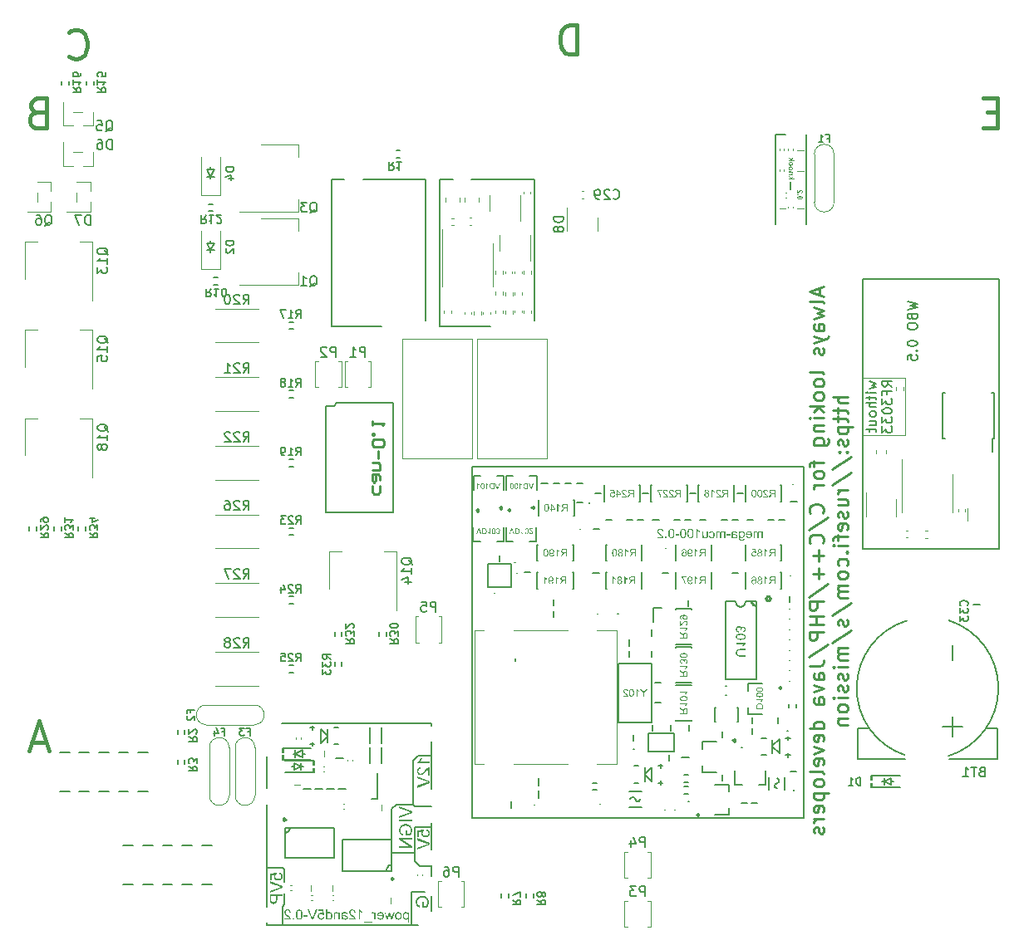
<source format=gbo>
G75*
G70*
%OFA0B0*%
%FSLAX25Y25*%
%IPPOS*%
%LPD*%
%AMOC8*
5,1,8,0,0,1.08239X$1,22.5*
%
%ADD10C,0.00787*%
%ADD131C,0.01000*%
%ADD231C,0.00300*%
%ADD80C,0.00472*%
%ADD84C,0.01772*%
%ADD85C,0.00984*%
%ADD86C,0.00591*%
%ADD87C,0.00669*%
%ADD88C,0.00500*%
%ADD90C,0.00800*%
%ADD98C,0.00394*%
X0000000Y0000000D02*
%LPD*%
G01*
D84*
X0005062Y0331524D02*
X0003375Y0330961D01*
X0003375Y0330961D02*
X0002812Y0330399D01*
X0002812Y0330399D02*
X0002250Y0329274D01*
X0002250Y0329274D02*
X0002250Y0327587D01*
X0002250Y0327587D02*
X0002812Y0326462D01*
X0002812Y0326462D02*
X0003375Y0325899D01*
X0003375Y0325899D02*
X0004499Y0325337D01*
X0004499Y0325337D02*
X0008999Y0325337D01*
X0008999Y0325337D02*
X0008999Y0337148D01*
X0008999Y0337148D02*
X0005062Y0337148D01*
X0005062Y0337148D02*
X0003937Y0336585D01*
X0003937Y0336585D02*
X0003375Y0336023D01*
X0003375Y0336023D02*
X0002812Y0334898D01*
X0002812Y0334898D02*
X0002812Y0333773D01*
X0002812Y0333773D02*
X0003375Y0332648D01*
X0003375Y0332648D02*
X0003937Y0332086D01*
X0003937Y0332086D02*
X0005062Y0331524D01*
X0005062Y0331524D02*
X0008999Y0331524D01*
D85*
X0319074Y0261108D02*
X0319074Y0258296D01*
X0320762Y0261670D02*
X0314856Y0259702D01*
X0314856Y0259702D02*
X0320762Y0257733D01*
X0320762Y0254921D02*
X0320480Y0255484D01*
X0320480Y0255484D02*
X0319918Y0255765D01*
X0319918Y0255765D02*
X0314856Y0255765D01*
X0316825Y0253234D02*
X0320762Y0252109D01*
X0320762Y0252109D02*
X0317949Y0250984D01*
X0317949Y0250984D02*
X0320762Y0249859D01*
X0320762Y0249859D02*
X0316825Y0248735D01*
X0320762Y0243954D02*
X0317668Y0243954D01*
X0317668Y0243954D02*
X0317106Y0244235D01*
X0317106Y0244235D02*
X0316825Y0244798D01*
X0316825Y0244798D02*
X0316825Y0245922D01*
X0316825Y0245922D02*
X0317106Y0246485D01*
X0320480Y0243954D02*
X0320762Y0244516D01*
X0320762Y0244516D02*
X0320762Y0245922D01*
X0320762Y0245922D02*
X0320480Y0246485D01*
X0320480Y0246485D02*
X0319918Y0246766D01*
X0319918Y0246766D02*
X0319355Y0246766D01*
X0319355Y0246766D02*
X0318793Y0246485D01*
X0318793Y0246485D02*
X0318512Y0245922D01*
X0318512Y0245922D02*
X0318512Y0244516D01*
X0318512Y0244516D02*
X0318231Y0243954D01*
X0316825Y0241704D02*
X0320762Y0240298D01*
X0316825Y0238892D02*
X0320762Y0240298D01*
X0320762Y0240298D02*
X0322168Y0240861D01*
X0322168Y0240861D02*
X0322449Y0241142D01*
X0322449Y0241142D02*
X0322730Y0241704D01*
X0320480Y0236924D02*
X0320762Y0236361D01*
X0320762Y0236361D02*
X0320762Y0235236D01*
X0320762Y0235236D02*
X0320480Y0234674D01*
X0320480Y0234674D02*
X0319918Y0234393D01*
X0319918Y0234393D02*
X0319637Y0234393D01*
X0319637Y0234393D02*
X0319074Y0234674D01*
X0319074Y0234674D02*
X0318793Y0235236D01*
X0318793Y0235236D02*
X0318793Y0236080D01*
X0318793Y0236080D02*
X0318512Y0236642D01*
X0318512Y0236642D02*
X0317949Y0236924D01*
X0317949Y0236924D02*
X0317668Y0236924D01*
X0317668Y0236924D02*
X0317106Y0236642D01*
X0317106Y0236642D02*
X0316825Y0236080D01*
X0316825Y0236080D02*
X0316825Y0235236D01*
X0316825Y0235236D02*
X0317106Y0234674D01*
X0320762Y0226519D02*
X0320480Y0227081D01*
X0320480Y0227081D02*
X0319918Y0227362D01*
X0319918Y0227362D02*
X0314856Y0227362D01*
X0320762Y0223425D02*
X0320480Y0223988D01*
X0320480Y0223988D02*
X0320199Y0224269D01*
X0320199Y0224269D02*
X0319637Y0224550D01*
X0319637Y0224550D02*
X0317949Y0224550D01*
X0317949Y0224550D02*
X0317387Y0224269D01*
X0317387Y0224269D02*
X0317106Y0223988D01*
X0317106Y0223988D02*
X0316825Y0223425D01*
X0316825Y0223425D02*
X0316825Y0222582D01*
X0316825Y0222582D02*
X0317106Y0222019D01*
X0317106Y0222019D02*
X0317387Y0221738D01*
X0317387Y0221738D02*
X0317949Y0221457D01*
X0317949Y0221457D02*
X0319637Y0221457D01*
X0319637Y0221457D02*
X0320199Y0221738D01*
X0320199Y0221738D02*
X0320480Y0222019D01*
X0320480Y0222019D02*
X0320762Y0222582D01*
X0320762Y0222582D02*
X0320762Y0223425D01*
X0320762Y0218082D02*
X0320480Y0218645D01*
X0320480Y0218645D02*
X0320199Y0218926D01*
X0320199Y0218926D02*
X0319637Y0219207D01*
X0319637Y0219207D02*
X0317949Y0219207D01*
X0317949Y0219207D02*
X0317387Y0218926D01*
X0317387Y0218926D02*
X0317106Y0218645D01*
X0317106Y0218645D02*
X0316825Y0218082D01*
X0316825Y0218082D02*
X0316825Y0217238D01*
X0316825Y0217238D02*
X0317106Y0216676D01*
X0317106Y0216676D02*
X0317387Y0216395D01*
X0317387Y0216395D02*
X0317949Y0216114D01*
X0317949Y0216114D02*
X0319637Y0216114D01*
X0319637Y0216114D02*
X0320199Y0216395D01*
X0320199Y0216395D02*
X0320480Y0216676D01*
X0320480Y0216676D02*
X0320762Y0217238D01*
X0320762Y0217238D02*
X0320762Y0218082D01*
X0320762Y0213583D02*
X0314856Y0213583D01*
X0318512Y0213020D02*
X0320762Y0211333D01*
X0316825Y0211333D02*
X0319074Y0213583D01*
X0320762Y0208802D02*
X0316825Y0208802D01*
X0314856Y0208802D02*
X0315137Y0209083D01*
X0315137Y0209083D02*
X0315418Y0208802D01*
X0315418Y0208802D02*
X0315137Y0208521D01*
X0315137Y0208521D02*
X0314856Y0208802D01*
X0314856Y0208802D02*
X0315418Y0208802D01*
X0316825Y0205990D02*
X0320762Y0205990D01*
X0317387Y0205990D02*
X0317106Y0205709D01*
X0317106Y0205709D02*
X0316825Y0205146D01*
X0316825Y0205146D02*
X0316825Y0204303D01*
X0316825Y0204303D02*
X0317106Y0203740D01*
X0317106Y0203740D02*
X0317668Y0203459D01*
X0317668Y0203459D02*
X0320762Y0203459D01*
X0316825Y0198116D02*
X0321605Y0198116D01*
X0321605Y0198116D02*
X0322168Y0198397D01*
X0322168Y0198397D02*
X0322449Y0198678D01*
X0322449Y0198678D02*
X0322730Y0199241D01*
X0322730Y0199241D02*
X0322730Y0200084D01*
X0322730Y0200084D02*
X0322449Y0200647D01*
X0320480Y0198116D02*
X0320762Y0198678D01*
X0320762Y0198678D02*
X0320762Y0199803D01*
X0320762Y0199803D02*
X0320480Y0200366D01*
X0320480Y0200366D02*
X0320199Y0200647D01*
X0320199Y0200647D02*
X0319637Y0200928D01*
X0319637Y0200928D02*
X0317949Y0200928D01*
X0317949Y0200928D02*
X0317387Y0200647D01*
X0317387Y0200647D02*
X0317106Y0200366D01*
X0317106Y0200366D02*
X0316825Y0199803D01*
X0316825Y0199803D02*
X0316825Y0198678D01*
X0316825Y0198678D02*
X0317106Y0198116D01*
X0316825Y0191648D02*
X0316825Y0189398D01*
X0320762Y0190804D02*
X0315700Y0190804D01*
X0315700Y0190804D02*
X0315137Y0190523D01*
X0315137Y0190523D02*
X0314856Y0189961D01*
X0314856Y0189961D02*
X0314856Y0189398D01*
X0320762Y0186586D02*
X0320480Y0187148D01*
X0320480Y0187148D02*
X0320199Y0187430D01*
X0320199Y0187430D02*
X0319637Y0187711D01*
X0319637Y0187711D02*
X0317949Y0187711D01*
X0317949Y0187711D02*
X0317387Y0187430D01*
X0317387Y0187430D02*
X0317106Y0187148D01*
X0317106Y0187148D02*
X0316825Y0186586D01*
X0316825Y0186586D02*
X0316825Y0185742D01*
X0316825Y0185742D02*
X0317106Y0185180D01*
X0317106Y0185180D02*
X0317387Y0184899D01*
X0317387Y0184899D02*
X0317949Y0184618D01*
X0317949Y0184618D02*
X0319637Y0184618D01*
X0319637Y0184618D02*
X0320199Y0184899D01*
X0320199Y0184899D02*
X0320480Y0185180D01*
X0320480Y0185180D02*
X0320762Y0185742D01*
X0320762Y0185742D02*
X0320762Y0186586D01*
X0320762Y0182087D02*
X0316825Y0182087D01*
X0317949Y0182087D02*
X0317387Y0181805D01*
X0317387Y0181805D02*
X0317106Y0181524D01*
X0317106Y0181524D02*
X0316825Y0180962D01*
X0316825Y0180962D02*
X0316825Y0180399D01*
X0320199Y0170557D02*
X0320480Y0170838D01*
X0320480Y0170838D02*
X0320762Y0171682D01*
X0320762Y0171682D02*
X0320762Y0172244D01*
X0320762Y0172244D02*
X0320480Y0173088D01*
X0320480Y0173088D02*
X0319918Y0173650D01*
X0319918Y0173650D02*
X0319355Y0173931D01*
X0319355Y0173931D02*
X0318231Y0174213D01*
X0318231Y0174213D02*
X0317387Y0174213D01*
X0317387Y0174213D02*
X0316262Y0173931D01*
X0316262Y0173931D02*
X0315700Y0173650D01*
X0315700Y0173650D02*
X0315137Y0173088D01*
X0315137Y0173088D02*
X0314856Y0172244D01*
X0314856Y0172244D02*
X0314856Y0171682D01*
X0314856Y0171682D02*
X0315137Y0170838D01*
X0315137Y0170838D02*
X0315418Y0170557D01*
X0314575Y0163808D02*
X0322168Y0168870D01*
X0320199Y0158465D02*
X0320480Y0158746D01*
X0320480Y0158746D02*
X0320762Y0159589D01*
X0320762Y0159589D02*
X0320762Y0160152D01*
X0320762Y0160152D02*
X0320480Y0160996D01*
X0320480Y0160996D02*
X0319918Y0161558D01*
X0319918Y0161558D02*
X0319355Y0161839D01*
X0319355Y0161839D02*
X0318231Y0162120D01*
X0318231Y0162120D02*
X0317387Y0162120D01*
X0317387Y0162120D02*
X0316262Y0161839D01*
X0316262Y0161839D02*
X0315700Y0161558D01*
X0315700Y0161558D02*
X0315137Y0160996D01*
X0315137Y0160996D02*
X0314856Y0160152D01*
X0314856Y0160152D02*
X0314856Y0159589D01*
X0314856Y0159589D02*
X0315137Y0158746D01*
X0315137Y0158746D02*
X0315418Y0158465D01*
X0318512Y0155934D02*
X0318512Y0151434D01*
X0320762Y0153684D02*
X0316262Y0153684D01*
X0318512Y0148622D02*
X0318512Y0144123D01*
X0320762Y0146372D02*
X0316262Y0146372D01*
X0314575Y0137092D02*
X0322168Y0142154D01*
X0320762Y0135124D02*
X0314856Y0135124D01*
X0314856Y0135124D02*
X0314856Y0132874D01*
X0314856Y0132874D02*
X0315137Y0132312D01*
X0315137Y0132312D02*
X0315418Y0132030D01*
X0315418Y0132030D02*
X0315981Y0131749D01*
X0315981Y0131749D02*
X0316825Y0131749D01*
X0316825Y0131749D02*
X0317387Y0132030D01*
X0317387Y0132030D02*
X0317668Y0132312D01*
X0317668Y0132312D02*
X0317949Y0132874D01*
X0317949Y0132874D02*
X0317949Y0135124D01*
X0320762Y0129218D02*
X0314856Y0129218D01*
X0317668Y0129218D02*
X0317668Y0125844D01*
X0320762Y0125844D02*
X0314856Y0125844D01*
X0320762Y0123031D02*
X0314856Y0123031D01*
X0314856Y0123031D02*
X0314856Y0120782D01*
X0314856Y0120782D02*
X0315137Y0120219D01*
X0315137Y0120219D02*
X0315418Y0119938D01*
X0315418Y0119938D02*
X0315981Y0119657D01*
X0315981Y0119657D02*
X0316825Y0119657D01*
X0316825Y0119657D02*
X0317387Y0119938D01*
X0317387Y0119938D02*
X0317668Y0120219D01*
X0317668Y0120219D02*
X0317949Y0120782D01*
X0317949Y0120782D02*
X0317949Y0123031D01*
X0314575Y0112908D02*
X0322168Y0117970D01*
X0314856Y0109252D02*
X0319074Y0109252D01*
X0319074Y0109252D02*
X0319918Y0109533D01*
X0319918Y0109533D02*
X0320480Y0110096D01*
X0320480Y0110096D02*
X0320762Y0110939D01*
X0320762Y0110939D02*
X0320762Y0111502D01*
X0320762Y0103909D02*
X0317668Y0103909D01*
X0317668Y0103909D02*
X0317106Y0104190D01*
X0317106Y0104190D02*
X0316825Y0104753D01*
X0316825Y0104753D02*
X0316825Y0105877D01*
X0316825Y0105877D02*
X0317106Y0106440D01*
X0320480Y0103909D02*
X0320762Y0104471D01*
X0320762Y0104471D02*
X0320762Y0105877D01*
X0320762Y0105877D02*
X0320480Y0106440D01*
X0320480Y0106440D02*
X0319918Y0106721D01*
X0319918Y0106721D02*
X0319355Y0106721D01*
X0319355Y0106721D02*
X0318793Y0106440D01*
X0318793Y0106440D02*
X0318512Y0105877D01*
X0318512Y0105877D02*
X0318512Y0104471D01*
X0318512Y0104471D02*
X0318231Y0103909D01*
X0316825Y0101659D02*
X0320762Y0100253D01*
X0320762Y0100253D02*
X0316825Y0098847D01*
X0320762Y0094066D02*
X0317668Y0094066D01*
X0317668Y0094066D02*
X0317106Y0094348D01*
X0317106Y0094348D02*
X0316825Y0094910D01*
X0316825Y0094910D02*
X0316825Y0096035D01*
X0316825Y0096035D02*
X0317106Y0096597D01*
X0320480Y0094066D02*
X0320762Y0094629D01*
X0320762Y0094629D02*
X0320762Y0096035D01*
X0320762Y0096035D02*
X0320480Y0096597D01*
X0320480Y0096597D02*
X0319918Y0096879D01*
X0319918Y0096879D02*
X0319355Y0096879D01*
X0319355Y0096879D02*
X0318793Y0096597D01*
X0318793Y0096597D02*
X0318512Y0096035D01*
X0318512Y0096035D02*
X0318512Y0094629D01*
X0318512Y0094629D02*
X0318231Y0094066D01*
X0320762Y0084224D02*
X0314856Y0084224D01*
X0320480Y0084224D02*
X0320762Y0084786D01*
X0320762Y0084786D02*
X0320762Y0085911D01*
X0320762Y0085911D02*
X0320480Y0086474D01*
X0320480Y0086474D02*
X0320199Y0086755D01*
X0320199Y0086755D02*
X0319637Y0087036D01*
X0319637Y0087036D02*
X0317949Y0087036D01*
X0317949Y0087036D02*
X0317387Y0086755D01*
X0317387Y0086755D02*
X0317106Y0086474D01*
X0317106Y0086474D02*
X0316825Y0085911D01*
X0316825Y0085911D02*
X0316825Y0084786D01*
X0316825Y0084786D02*
X0317106Y0084224D01*
X0320480Y0079162D02*
X0320762Y0079724D01*
X0320762Y0079724D02*
X0320762Y0080849D01*
X0320762Y0080849D02*
X0320480Y0081412D01*
X0320480Y0081412D02*
X0319918Y0081693D01*
X0319918Y0081693D02*
X0317668Y0081693D01*
X0317668Y0081693D02*
X0317106Y0081412D01*
X0317106Y0081412D02*
X0316825Y0080849D01*
X0316825Y0080849D02*
X0316825Y0079724D01*
X0316825Y0079724D02*
X0317106Y0079162D01*
X0317106Y0079162D02*
X0317668Y0078881D01*
X0317668Y0078881D02*
X0318231Y0078881D01*
X0318231Y0078881D02*
X0318793Y0081693D01*
X0316825Y0076912D02*
X0320762Y0075506D01*
X0320762Y0075506D02*
X0316825Y0074100D01*
X0320480Y0069601D02*
X0320762Y0070163D01*
X0320762Y0070163D02*
X0320762Y0071288D01*
X0320762Y0071288D02*
X0320480Y0071850D01*
X0320480Y0071850D02*
X0319918Y0072132D01*
X0319918Y0072132D02*
X0317668Y0072132D01*
X0317668Y0072132D02*
X0317106Y0071850D01*
X0317106Y0071850D02*
X0316825Y0071288D01*
X0316825Y0071288D02*
X0316825Y0070163D01*
X0316825Y0070163D02*
X0317106Y0069601D01*
X0317106Y0069601D02*
X0317668Y0069319D01*
X0317668Y0069319D02*
X0318231Y0069319D01*
X0318231Y0069319D02*
X0318793Y0072132D01*
X0320762Y0065945D02*
X0320480Y0066507D01*
X0320480Y0066507D02*
X0319918Y0066789D01*
X0319918Y0066789D02*
X0314856Y0066789D01*
X0320762Y0062852D02*
X0320480Y0063414D01*
X0320480Y0063414D02*
X0320199Y0063695D01*
X0320199Y0063695D02*
X0319637Y0063976D01*
X0319637Y0063976D02*
X0317949Y0063976D01*
X0317949Y0063976D02*
X0317387Y0063695D01*
X0317387Y0063695D02*
X0317106Y0063414D01*
X0317106Y0063414D02*
X0316825Y0062852D01*
X0316825Y0062852D02*
X0316825Y0062008D01*
X0316825Y0062008D02*
X0317106Y0061445D01*
X0317106Y0061445D02*
X0317387Y0061164D01*
X0317387Y0061164D02*
X0317949Y0060883D01*
X0317949Y0060883D02*
X0319637Y0060883D01*
X0319637Y0060883D02*
X0320199Y0061164D01*
X0320199Y0061164D02*
X0320480Y0061445D01*
X0320480Y0061445D02*
X0320762Y0062008D01*
X0320762Y0062008D02*
X0320762Y0062852D01*
X0316825Y0058352D02*
X0322730Y0058352D01*
X0317106Y0058352D02*
X0316825Y0057790D01*
X0316825Y0057790D02*
X0316825Y0056665D01*
X0316825Y0056665D02*
X0317106Y0056102D01*
X0317106Y0056102D02*
X0317387Y0055821D01*
X0317387Y0055821D02*
X0317949Y0055540D01*
X0317949Y0055540D02*
X0319637Y0055540D01*
X0319637Y0055540D02*
X0320199Y0055821D01*
X0320199Y0055821D02*
X0320480Y0056102D01*
X0320480Y0056102D02*
X0320762Y0056665D01*
X0320762Y0056665D02*
X0320762Y0057790D01*
X0320762Y0057790D02*
X0320480Y0058352D01*
X0320480Y0050759D02*
X0320762Y0051322D01*
X0320762Y0051322D02*
X0320762Y0052447D01*
X0320762Y0052447D02*
X0320480Y0053009D01*
X0320480Y0053009D02*
X0319918Y0053290D01*
X0319918Y0053290D02*
X0317668Y0053290D01*
X0317668Y0053290D02*
X0317106Y0053009D01*
X0317106Y0053009D02*
X0316825Y0052447D01*
X0316825Y0052447D02*
X0316825Y0051322D01*
X0316825Y0051322D02*
X0317106Y0050759D01*
X0317106Y0050759D02*
X0317668Y0050478D01*
X0317668Y0050478D02*
X0318231Y0050478D01*
X0318231Y0050478D02*
X0318793Y0053290D01*
X0320762Y0047947D02*
X0316825Y0047947D01*
X0317949Y0047947D02*
X0317387Y0047666D01*
X0317387Y0047666D02*
X0317106Y0047385D01*
X0317106Y0047385D02*
X0316825Y0046822D01*
X0316825Y0046822D02*
X0316825Y0046260D01*
X0320480Y0044573D02*
X0320762Y0044010D01*
X0320762Y0044010D02*
X0320762Y0042885D01*
X0320762Y0042885D02*
X0320480Y0042323D01*
X0320480Y0042323D02*
X0319918Y0042042D01*
X0319918Y0042042D02*
X0319637Y0042042D01*
X0319637Y0042042D02*
X0319074Y0042323D01*
X0319074Y0042323D02*
X0318793Y0042885D01*
X0318793Y0042885D02*
X0318793Y0043729D01*
X0318793Y0043729D02*
X0318512Y0044291D01*
X0318512Y0044291D02*
X0317949Y0044573D01*
X0317949Y0044573D02*
X0317668Y0044573D01*
X0317668Y0044573D02*
X0317106Y0044291D01*
X0317106Y0044291D02*
X0316825Y0043729D01*
X0316825Y0043729D02*
X0316825Y0042885D01*
X0316825Y0042885D02*
X0317106Y0042323D01*
X0330269Y0217379D02*
X0324364Y0217379D01*
X0330269Y0214848D02*
X0327176Y0214848D01*
X0327176Y0214848D02*
X0326614Y0215129D01*
X0326614Y0215129D02*
X0326332Y0215692D01*
X0326332Y0215692D02*
X0326332Y0216535D01*
X0326332Y0216535D02*
X0326614Y0217098D01*
X0326614Y0217098D02*
X0326895Y0217379D01*
X0326332Y0212880D02*
X0326332Y0210630D01*
X0324364Y0212036D02*
X0329426Y0212036D01*
X0329426Y0212036D02*
X0329988Y0211755D01*
X0329988Y0211755D02*
X0330269Y0211192D01*
X0330269Y0211192D02*
X0330269Y0210630D01*
X0326332Y0209505D02*
X0326332Y0207255D01*
X0324364Y0208661D02*
X0329426Y0208661D01*
X0329426Y0208661D02*
X0329988Y0208380D01*
X0329988Y0208380D02*
X0330269Y0207818D01*
X0330269Y0207818D02*
X0330269Y0207255D01*
X0326332Y0205287D02*
X0332238Y0205287D01*
X0326614Y0205287D02*
X0326332Y0204724D01*
X0326332Y0204724D02*
X0326332Y0203600D01*
X0326332Y0203600D02*
X0326614Y0203037D01*
X0326614Y0203037D02*
X0326895Y0202756D01*
X0326895Y0202756D02*
X0327457Y0202475D01*
X0327457Y0202475D02*
X0329145Y0202475D01*
X0329145Y0202475D02*
X0329707Y0202756D01*
X0329707Y0202756D02*
X0329988Y0203037D01*
X0329988Y0203037D02*
X0330269Y0203600D01*
X0330269Y0203600D02*
X0330269Y0204724D01*
X0330269Y0204724D02*
X0329988Y0205287D01*
X0329988Y0200225D02*
X0330269Y0199663D01*
X0330269Y0199663D02*
X0330269Y0198538D01*
X0330269Y0198538D02*
X0329988Y0197975D01*
X0329988Y0197975D02*
X0329426Y0197694D01*
X0329426Y0197694D02*
X0329145Y0197694D01*
X0329145Y0197694D02*
X0328582Y0197975D01*
X0328582Y0197975D02*
X0328301Y0198538D01*
X0328301Y0198538D02*
X0328301Y0199381D01*
X0328301Y0199381D02*
X0328020Y0199944D01*
X0328020Y0199944D02*
X0327457Y0200225D01*
X0327457Y0200225D02*
X0327176Y0200225D01*
X0327176Y0200225D02*
X0326614Y0199944D01*
X0326614Y0199944D02*
X0326332Y0199381D01*
X0326332Y0199381D02*
X0326332Y0198538D01*
X0326332Y0198538D02*
X0326614Y0197975D01*
X0329707Y0195163D02*
X0329988Y0194882D01*
X0329988Y0194882D02*
X0330269Y0195163D01*
X0330269Y0195163D02*
X0329988Y0195444D01*
X0329988Y0195444D02*
X0329707Y0195163D01*
X0329707Y0195163D02*
X0330269Y0195163D01*
X0326614Y0195163D02*
X0326895Y0194882D01*
X0326895Y0194882D02*
X0327176Y0195163D01*
X0327176Y0195163D02*
X0326895Y0195444D01*
X0326895Y0195444D02*
X0326614Y0195163D01*
X0326614Y0195163D02*
X0327176Y0195163D01*
X0324083Y0188133D02*
X0331675Y0193195D01*
X0324083Y0181946D02*
X0331675Y0187008D01*
X0330269Y0179978D02*
X0326332Y0179978D01*
X0327457Y0179978D02*
X0326895Y0179696D01*
X0326895Y0179696D02*
X0326614Y0179415D01*
X0326614Y0179415D02*
X0326332Y0178853D01*
X0326332Y0178853D02*
X0326332Y0178290D01*
X0326332Y0173791D02*
X0330269Y0173791D01*
X0326332Y0176322D02*
X0329426Y0176322D01*
X0329426Y0176322D02*
X0329988Y0176040D01*
X0329988Y0176040D02*
X0330269Y0175478D01*
X0330269Y0175478D02*
X0330269Y0174634D01*
X0330269Y0174634D02*
X0329988Y0174072D01*
X0329988Y0174072D02*
X0329707Y0173791D01*
X0329988Y0171260D02*
X0330269Y0170697D01*
X0330269Y0170697D02*
X0330269Y0169573D01*
X0330269Y0169573D02*
X0329988Y0169010D01*
X0329988Y0169010D02*
X0329426Y0168729D01*
X0329426Y0168729D02*
X0329145Y0168729D01*
X0329145Y0168729D02*
X0328582Y0169010D01*
X0328582Y0169010D02*
X0328301Y0169573D01*
X0328301Y0169573D02*
X0328301Y0170416D01*
X0328301Y0170416D02*
X0328020Y0170979D01*
X0328020Y0170979D02*
X0327457Y0171260D01*
X0327457Y0171260D02*
X0327176Y0171260D01*
X0327176Y0171260D02*
X0326614Y0170979D01*
X0326614Y0170979D02*
X0326332Y0170416D01*
X0326332Y0170416D02*
X0326332Y0169573D01*
X0326332Y0169573D02*
X0326614Y0169010D01*
X0329988Y0163948D02*
X0330269Y0164511D01*
X0330269Y0164511D02*
X0330269Y0165636D01*
X0330269Y0165636D02*
X0329988Y0166198D01*
X0329988Y0166198D02*
X0329426Y0166479D01*
X0329426Y0166479D02*
X0327176Y0166479D01*
X0327176Y0166479D02*
X0326614Y0166198D01*
X0326614Y0166198D02*
X0326332Y0165636D01*
X0326332Y0165636D02*
X0326332Y0164511D01*
X0326332Y0164511D02*
X0326614Y0163948D01*
X0326614Y0163948D02*
X0327176Y0163667D01*
X0327176Y0163667D02*
X0327738Y0163667D01*
X0327738Y0163667D02*
X0328301Y0166479D01*
X0326332Y0161980D02*
X0326332Y0159730D01*
X0330269Y0161136D02*
X0325208Y0161136D01*
X0325208Y0161136D02*
X0324645Y0160855D01*
X0324645Y0160855D02*
X0324364Y0160292D01*
X0324364Y0160292D02*
X0324364Y0159730D01*
X0330269Y0157762D02*
X0326332Y0157762D01*
X0324364Y0157762D02*
X0324645Y0158043D01*
X0324645Y0158043D02*
X0324926Y0157762D01*
X0324926Y0157762D02*
X0324645Y0157480D01*
X0324645Y0157480D02*
X0324364Y0157762D01*
X0324364Y0157762D02*
X0324926Y0157762D01*
X0329707Y0154949D02*
X0329988Y0154668D01*
X0329988Y0154668D02*
X0330269Y0154949D01*
X0330269Y0154949D02*
X0329988Y0155231D01*
X0329988Y0155231D02*
X0329707Y0154949D01*
X0329707Y0154949D02*
X0330269Y0154949D01*
X0329988Y0149606D02*
X0330269Y0150169D01*
X0330269Y0150169D02*
X0330269Y0151294D01*
X0330269Y0151294D02*
X0329988Y0151856D01*
X0329988Y0151856D02*
X0329707Y0152137D01*
X0329707Y0152137D02*
X0329145Y0152418D01*
X0329145Y0152418D02*
X0327457Y0152418D01*
X0327457Y0152418D02*
X0326895Y0152137D01*
X0326895Y0152137D02*
X0326614Y0151856D01*
X0326614Y0151856D02*
X0326332Y0151294D01*
X0326332Y0151294D02*
X0326332Y0150169D01*
X0326332Y0150169D02*
X0326614Y0149606D01*
X0330269Y0146232D02*
X0329988Y0146794D01*
X0329988Y0146794D02*
X0329707Y0147075D01*
X0329707Y0147075D02*
X0329145Y0147357D01*
X0329145Y0147357D02*
X0327457Y0147357D01*
X0327457Y0147357D02*
X0326895Y0147075D01*
X0326895Y0147075D02*
X0326614Y0146794D01*
X0326614Y0146794D02*
X0326332Y0146232D01*
X0326332Y0146232D02*
X0326332Y0145388D01*
X0326332Y0145388D02*
X0326614Y0144826D01*
X0326614Y0144826D02*
X0326895Y0144544D01*
X0326895Y0144544D02*
X0327457Y0144263D01*
X0327457Y0144263D02*
X0329145Y0144263D01*
X0329145Y0144263D02*
X0329707Y0144544D01*
X0329707Y0144544D02*
X0329988Y0144826D01*
X0329988Y0144826D02*
X0330269Y0145388D01*
X0330269Y0145388D02*
X0330269Y0146232D01*
X0330269Y0141732D02*
X0326332Y0141732D01*
X0326895Y0141732D02*
X0326614Y0141451D01*
X0326614Y0141451D02*
X0326332Y0140889D01*
X0326332Y0140889D02*
X0326332Y0140045D01*
X0326332Y0140045D02*
X0326614Y0139483D01*
X0326614Y0139483D02*
X0327176Y0139201D01*
X0327176Y0139201D02*
X0330269Y0139201D01*
X0327176Y0139201D02*
X0326614Y0138920D01*
X0326614Y0138920D02*
X0326332Y0138358D01*
X0326332Y0138358D02*
X0326332Y0137514D01*
X0326332Y0137514D02*
X0326614Y0136952D01*
X0326614Y0136952D02*
X0327176Y0136670D01*
X0327176Y0136670D02*
X0330269Y0136670D01*
X0324083Y0129640D02*
X0331675Y0134702D01*
X0329988Y0127953D02*
X0330269Y0127390D01*
X0330269Y0127390D02*
X0330269Y0126265D01*
X0330269Y0126265D02*
X0329988Y0125703D01*
X0329988Y0125703D02*
X0329426Y0125422D01*
X0329426Y0125422D02*
X0329145Y0125422D01*
X0329145Y0125422D02*
X0328582Y0125703D01*
X0328582Y0125703D02*
X0328301Y0126265D01*
X0328301Y0126265D02*
X0328301Y0127109D01*
X0328301Y0127109D02*
X0328020Y0127672D01*
X0328020Y0127672D02*
X0327457Y0127953D01*
X0327457Y0127953D02*
X0327176Y0127953D01*
X0327176Y0127953D02*
X0326614Y0127672D01*
X0326614Y0127672D02*
X0326332Y0127109D01*
X0326332Y0127109D02*
X0326332Y0126265D01*
X0326332Y0126265D02*
X0326614Y0125703D01*
X0324083Y0118673D02*
X0331675Y0123735D01*
X0330269Y0116704D02*
X0326332Y0116704D01*
X0326895Y0116704D02*
X0326614Y0116423D01*
X0326614Y0116423D02*
X0326332Y0115861D01*
X0326332Y0115861D02*
X0326332Y0115017D01*
X0326332Y0115017D02*
X0326614Y0114454D01*
X0326614Y0114454D02*
X0327176Y0114173D01*
X0327176Y0114173D02*
X0330269Y0114173D01*
X0327176Y0114173D02*
X0326614Y0113892D01*
X0326614Y0113892D02*
X0326332Y0113330D01*
X0326332Y0113330D02*
X0326332Y0112486D01*
X0326332Y0112486D02*
X0326614Y0111924D01*
X0326614Y0111924D02*
X0327176Y0111642D01*
X0327176Y0111642D02*
X0330269Y0111642D01*
X0330269Y0108830D02*
X0326332Y0108830D01*
X0324364Y0108830D02*
X0324645Y0109111D01*
X0324645Y0109111D02*
X0324926Y0108830D01*
X0324926Y0108830D02*
X0324645Y0108549D01*
X0324645Y0108549D02*
X0324364Y0108830D01*
X0324364Y0108830D02*
X0324926Y0108830D01*
X0329988Y0106299D02*
X0330269Y0105737D01*
X0330269Y0105737D02*
X0330269Y0104612D01*
X0330269Y0104612D02*
X0329988Y0104049D01*
X0329988Y0104049D02*
X0329426Y0103768D01*
X0329426Y0103768D02*
X0329145Y0103768D01*
X0329145Y0103768D02*
X0328582Y0104049D01*
X0328582Y0104049D02*
X0328301Y0104612D01*
X0328301Y0104612D02*
X0328301Y0105456D01*
X0328301Y0105456D02*
X0328020Y0106018D01*
X0328020Y0106018D02*
X0327457Y0106299D01*
X0327457Y0106299D02*
X0327176Y0106299D01*
X0327176Y0106299D02*
X0326614Y0106018D01*
X0326614Y0106018D02*
X0326332Y0105456D01*
X0326332Y0105456D02*
X0326332Y0104612D01*
X0326332Y0104612D02*
X0326614Y0104049D01*
X0329988Y0101519D02*
X0330269Y0100956D01*
X0330269Y0100956D02*
X0330269Y0099831D01*
X0330269Y0099831D02*
X0329988Y0099269D01*
X0329988Y0099269D02*
X0329426Y0098988D01*
X0329426Y0098988D02*
X0329145Y0098988D01*
X0329145Y0098988D02*
X0328582Y0099269D01*
X0328582Y0099269D02*
X0328301Y0099831D01*
X0328301Y0099831D02*
X0328301Y0100675D01*
X0328301Y0100675D02*
X0328020Y0101237D01*
X0328020Y0101237D02*
X0327457Y0101519D01*
X0327457Y0101519D02*
X0327176Y0101519D01*
X0327176Y0101519D02*
X0326614Y0101237D01*
X0326614Y0101237D02*
X0326332Y0100675D01*
X0326332Y0100675D02*
X0326332Y0099831D01*
X0326332Y0099831D02*
X0326614Y0099269D01*
X0330269Y0096457D02*
X0326332Y0096457D01*
X0324364Y0096457D02*
X0324645Y0096738D01*
X0324645Y0096738D02*
X0324926Y0096457D01*
X0324926Y0096457D02*
X0324645Y0096175D01*
X0324645Y0096175D02*
X0324364Y0096457D01*
X0324364Y0096457D02*
X0324926Y0096457D01*
X0330269Y0092801D02*
X0329988Y0093363D01*
X0329988Y0093363D02*
X0329707Y0093645D01*
X0329707Y0093645D02*
X0329145Y0093926D01*
X0329145Y0093926D02*
X0327457Y0093926D01*
X0327457Y0093926D02*
X0326895Y0093645D01*
X0326895Y0093645D02*
X0326614Y0093363D01*
X0326614Y0093363D02*
X0326332Y0092801D01*
X0326332Y0092801D02*
X0326332Y0091957D01*
X0326332Y0091957D02*
X0326614Y0091395D01*
X0326614Y0091395D02*
X0326895Y0091114D01*
X0326895Y0091114D02*
X0327457Y0090832D01*
X0327457Y0090832D02*
X0329145Y0090832D01*
X0329145Y0090832D02*
X0329707Y0091114D01*
X0329707Y0091114D02*
X0329988Y0091395D01*
X0329988Y0091395D02*
X0330269Y0091957D01*
X0330269Y0091957D02*
X0330269Y0092801D01*
X0326332Y0088301D02*
X0330269Y0088301D01*
X0326895Y0088301D02*
X0326614Y0088020D01*
X0326614Y0088020D02*
X0326332Y0087458D01*
X0326332Y0087458D02*
X0326332Y0086614D01*
X0326332Y0086614D02*
X0326614Y0086052D01*
X0326614Y0086052D02*
X0327176Y0085771D01*
X0327176Y0085771D02*
X0330269Y0085771D01*
D84*
X0008718Y0078711D02*
X0003093Y0078711D01*
X0009843Y0075337D02*
X0005906Y0087148D01*
X0005906Y0087148D02*
X0001968Y0075337D01*
X0390326Y0331524D02*
X0386389Y0331524D01*
X0384702Y0325337D02*
X0390326Y0325337D01*
X0390326Y0325337D02*
X0390326Y0337148D01*
X0390326Y0337148D02*
X0384702Y0337148D01*
X0017998Y0354021D02*
X0018560Y0353458D01*
X0018560Y0353458D02*
X0020247Y0352896D01*
X0020247Y0352896D02*
X0021372Y0352896D01*
X0021372Y0352896D02*
X0023060Y0353458D01*
X0023060Y0353458D02*
X0024184Y0354583D01*
X0024184Y0354583D02*
X0024747Y0355708D01*
X0024747Y0355708D02*
X0025309Y0357958D01*
X0025309Y0357958D02*
X0025309Y0359645D01*
X0025309Y0359645D02*
X0024747Y0361895D01*
X0024747Y0361895D02*
X0024184Y0363020D01*
X0024184Y0363020D02*
X0023060Y0364144D01*
X0023060Y0364144D02*
X0021372Y0364707D01*
X0021372Y0364707D02*
X0020247Y0364707D01*
X0020247Y0364707D02*
X0018560Y0364144D01*
X0018560Y0364144D02*
X0017998Y0363582D01*
X0221597Y0354864D02*
X0221597Y0366675D01*
X0221597Y0366675D02*
X0218785Y0366675D01*
X0218785Y0366675D02*
X0217098Y0366113D01*
X0217098Y0366113D02*
X0215973Y0364988D01*
X0215973Y0364988D02*
X0215411Y0363863D01*
X0215411Y0363863D02*
X0214848Y0361614D01*
X0214848Y0361614D02*
X0214848Y0359926D01*
X0214848Y0359926D02*
X0215411Y0357676D01*
X0215411Y0357676D02*
X0215973Y0356552D01*
X0215973Y0356552D02*
X0217098Y0355427D01*
X0217098Y0355427D02*
X0218785Y0354864D01*
X0218785Y0354864D02*
X0221597Y0354864D01*
D86*
X0136764Y0233446D02*
X0136764Y0237383D01*
X0136764Y0237383D02*
X0135264Y0237383D01*
X0135264Y0237383D02*
X0134889Y0237195D01*
X0134889Y0237195D02*
X0134702Y0237008D01*
X0134702Y0237008D02*
X0134514Y0236633D01*
X0134514Y0236633D02*
X0134514Y0236070D01*
X0134514Y0236070D02*
X0134702Y0235695D01*
X0134702Y0235695D02*
X0134889Y0235508D01*
X0134889Y0235508D02*
X0135264Y0235320D01*
X0135264Y0235320D02*
X0136764Y0235320D01*
X0130765Y0233446D02*
X0133015Y0233446D01*
X0131890Y0233446D02*
X0131890Y0237383D01*
X0131890Y0237383D02*
X0132265Y0236820D01*
X0132265Y0236820D02*
X0132640Y0236445D01*
X0132640Y0236445D02*
X0133015Y0236258D01*
X0124953Y0233446D02*
X0124953Y0237383D01*
X0124953Y0237383D02*
X0123453Y0237383D01*
X0123453Y0237383D02*
X0123078Y0237195D01*
X0123078Y0237195D02*
X0122891Y0237008D01*
X0122891Y0237008D02*
X0122703Y0236633D01*
X0122703Y0236633D02*
X0122703Y0236070D01*
X0122703Y0236070D02*
X0122891Y0235695D01*
X0122891Y0235695D02*
X0123078Y0235508D01*
X0123078Y0235508D02*
X0123453Y0235320D01*
X0123453Y0235320D02*
X0124953Y0235320D01*
X0121204Y0237008D02*
X0121016Y0237195D01*
X0121016Y0237195D02*
X0120641Y0237383D01*
X0120641Y0237383D02*
X0119704Y0237383D01*
X0119704Y0237383D02*
X0119329Y0237195D01*
X0119329Y0237195D02*
X0119141Y0237008D01*
X0119141Y0237008D02*
X0118954Y0236633D01*
X0118954Y0236633D02*
X0118954Y0236258D01*
X0118954Y0236258D02*
X0119141Y0235695D01*
X0119141Y0235695D02*
X0121391Y0233446D01*
X0121391Y0233446D02*
X0118954Y0233446D01*
D88*
X0079268Y0082887D02*
X0080268Y0082887D01*
X0080268Y0081315D02*
X0080268Y0084315D01*
X0080268Y0084315D02*
X0078839Y0084315D01*
X0076411Y0083315D02*
X0076411Y0081315D01*
X0077125Y0084458D02*
X0077839Y0082315D01*
X0077839Y0082315D02*
X0075982Y0082315D01*
D86*
X0248969Y0036595D02*
X0248969Y0040532D01*
X0248969Y0040532D02*
X0247469Y0040532D01*
X0247469Y0040532D02*
X0247094Y0040345D01*
X0247094Y0040345D02*
X0246907Y0040157D01*
X0246907Y0040157D02*
X0246719Y0039782D01*
X0246719Y0039782D02*
X0246719Y0039220D01*
X0246719Y0039220D02*
X0246907Y0038845D01*
X0246907Y0038845D02*
X0247094Y0038657D01*
X0247094Y0038657D02*
X0247469Y0038470D01*
X0247469Y0038470D02*
X0248969Y0038470D01*
X0243345Y0039220D02*
X0243345Y0036595D01*
X0244282Y0040720D02*
X0245219Y0037908D01*
X0245219Y0037908D02*
X0242782Y0037908D01*
X0165111Y0131083D02*
X0165111Y0135020D01*
X0165111Y0135020D02*
X0163611Y0135020D01*
X0163611Y0135020D02*
X0163236Y0134833D01*
X0163236Y0134833D02*
X0163048Y0134645D01*
X0163048Y0134645D02*
X0162861Y0134270D01*
X0162861Y0134270D02*
X0162861Y0133708D01*
X0162861Y0133708D02*
X0163048Y0133333D01*
X0163048Y0133333D02*
X0163236Y0133146D01*
X0163236Y0133146D02*
X0163611Y0132958D01*
X0163611Y0132958D02*
X0165111Y0132958D01*
X0159299Y0135020D02*
X0161174Y0135020D01*
X0161174Y0135020D02*
X0161361Y0133146D01*
X0161361Y0133146D02*
X0161174Y0133333D01*
X0161174Y0133333D02*
X0160799Y0133521D01*
X0160799Y0133521D02*
X0159861Y0133521D01*
X0159861Y0133521D02*
X0159486Y0133333D01*
X0159486Y0133333D02*
X0159299Y0133146D01*
X0159299Y0133146D02*
X0159111Y0132771D01*
X0159111Y0132771D02*
X0159111Y0131833D01*
X0159111Y0131833D02*
X0159299Y0131458D01*
X0159299Y0131458D02*
X0159486Y0131271D01*
X0159486Y0131271D02*
X0159861Y0131083D01*
X0159861Y0131083D02*
X0160799Y0131083D01*
X0160799Y0131083D02*
X0161174Y0131271D01*
X0161174Y0131271D02*
X0161361Y0131458D01*
D88*
X0089583Y0082887D02*
X0090583Y0082887D01*
X0090583Y0081315D02*
X0090583Y0084315D01*
X0090583Y0084315D02*
X0089154Y0084315D01*
X0088297Y0084315D02*
X0086440Y0084315D01*
X0086440Y0084315D02*
X0087440Y0083172D01*
X0087440Y0083172D02*
X0087011Y0083172D01*
X0087011Y0083172D02*
X0086726Y0083030D01*
X0086726Y0083030D02*
X0086583Y0082887D01*
X0086583Y0082887D02*
X0086440Y0082601D01*
X0086440Y0082601D02*
X0086440Y0081887D01*
X0086440Y0081887D02*
X0086583Y0081601D01*
X0086583Y0081601D02*
X0086726Y0081458D01*
X0086726Y0081458D02*
X0087011Y0081315D01*
X0087011Y0081315D02*
X0087868Y0081315D01*
X0087868Y0081315D02*
X0088154Y0081458D01*
X0088154Y0081458D02*
X0088297Y0081601D01*
X0321866Y0321076D02*
X0322866Y0321076D01*
X0322866Y0319504D02*
X0322866Y0322504D01*
X0322866Y0322504D02*
X0321438Y0322504D01*
X0318723Y0319504D02*
X0320438Y0319504D01*
X0319580Y0319504D02*
X0319580Y0322504D01*
X0319580Y0322504D02*
X0319866Y0322076D01*
X0319866Y0322076D02*
X0320152Y0321790D01*
X0320152Y0321790D02*
X0320438Y0321647D01*
D86*
X0248969Y0016910D02*
X0248969Y0020847D01*
X0248969Y0020847D02*
X0247469Y0020847D01*
X0247469Y0020847D02*
X0247094Y0020660D01*
X0247094Y0020660D02*
X0246907Y0020472D01*
X0246907Y0020472D02*
X0246719Y0020097D01*
X0246719Y0020097D02*
X0246719Y0019535D01*
X0246719Y0019535D02*
X0246907Y0019160D01*
X0246907Y0019160D02*
X0247094Y0018972D01*
X0247094Y0018972D02*
X0247469Y0018785D01*
X0247469Y0018785D02*
X0248969Y0018785D01*
X0245407Y0020847D02*
X0242970Y0020847D01*
X0242970Y0020847D02*
X0244282Y0019347D01*
X0244282Y0019347D02*
X0243720Y0019347D01*
X0243720Y0019347D02*
X0243345Y0019160D01*
X0243345Y0019160D02*
X0243157Y0018972D01*
X0243157Y0018972D02*
X0242970Y0018597D01*
X0242970Y0018597D02*
X0242970Y0017660D01*
X0242970Y0017660D02*
X0243157Y0017285D01*
X0243157Y0017285D02*
X0243345Y0017098D01*
X0243345Y0017098D02*
X0243720Y0016910D01*
X0243720Y0016910D02*
X0244844Y0016910D01*
X0244844Y0016910D02*
X0245219Y0017098D01*
X0245219Y0017098D02*
X0245407Y0017285D01*
D88*
X0066720Y0090677D02*
X0066720Y0091677D01*
X0068291Y0091677D02*
X0065291Y0091677D01*
X0065291Y0091677D02*
X0065291Y0090249D01*
X0065577Y0089249D02*
X0065434Y0089106D01*
X0065434Y0089106D02*
X0065291Y0088820D01*
X0065291Y0088820D02*
X0065291Y0088106D01*
X0065291Y0088106D02*
X0065434Y0087820D01*
X0065434Y0087820D02*
X0065577Y0087677D01*
X0065577Y0087677D02*
X0065862Y0087534D01*
X0065862Y0087534D02*
X0066148Y0087534D01*
X0066148Y0087534D02*
X0066577Y0087677D01*
X0066577Y0087677D02*
X0068291Y0089392D01*
X0068291Y0089392D02*
X0068291Y0087534D01*
D86*
X0174166Y0024784D02*
X0174166Y0028721D01*
X0174166Y0028721D02*
X0172666Y0028721D01*
X0172666Y0028721D02*
X0172291Y0028534D01*
X0172291Y0028534D02*
X0172103Y0028346D01*
X0172103Y0028346D02*
X0171916Y0027971D01*
X0171916Y0027971D02*
X0171916Y0027409D01*
X0171916Y0027409D02*
X0172103Y0027034D01*
X0172103Y0027034D02*
X0172291Y0026846D01*
X0172291Y0026846D02*
X0172666Y0026659D01*
X0172666Y0026659D02*
X0174166Y0026659D01*
X0168541Y0028721D02*
X0169291Y0028721D01*
X0169291Y0028721D02*
X0169666Y0028534D01*
X0169666Y0028534D02*
X0169854Y0028346D01*
X0169854Y0028346D02*
X0170229Y0027784D01*
X0170229Y0027784D02*
X0170416Y0027034D01*
X0170416Y0027034D02*
X0170416Y0025534D01*
X0170416Y0025534D02*
X0170229Y0025159D01*
X0170229Y0025159D02*
X0170041Y0024972D01*
X0170041Y0024972D02*
X0169666Y0024784D01*
X0169666Y0024784D02*
X0168916Y0024784D01*
X0168916Y0024784D02*
X0168541Y0024972D01*
X0168541Y0024972D02*
X0168354Y0025159D01*
X0168354Y0025159D02*
X0168166Y0025534D01*
X0168166Y0025534D02*
X0168166Y0026471D01*
X0168166Y0026471D02*
X0168354Y0026846D01*
X0168354Y0026846D02*
X0168541Y0027034D01*
X0168541Y0027034D02*
X0168916Y0027221D01*
X0168916Y0027221D02*
X0169666Y0027221D01*
X0169666Y0027221D02*
X0170041Y0027034D01*
X0170041Y0027034D02*
X0170229Y0026846D01*
X0170229Y0026846D02*
X0170416Y0026471D01*
X0216279Y0289520D02*
X0212342Y0289520D01*
X0212342Y0289520D02*
X0212342Y0288583D01*
X0212342Y0288583D02*
X0212529Y0288020D01*
X0212529Y0288020D02*
X0212904Y0287645D01*
X0212904Y0287645D02*
X0213279Y0287458D01*
X0213279Y0287458D02*
X0214029Y0287270D01*
X0214029Y0287270D02*
X0214592Y0287270D01*
X0214592Y0287270D02*
X0215341Y0287458D01*
X0215341Y0287458D02*
X0215716Y0287645D01*
X0215716Y0287645D02*
X0216091Y0288020D01*
X0216091Y0288020D02*
X0216279Y0288583D01*
X0216279Y0288583D02*
X0216279Y0289520D01*
X0214029Y0285021D02*
X0213842Y0285396D01*
X0213842Y0285396D02*
X0213654Y0285583D01*
X0213654Y0285583D02*
X0213279Y0285771D01*
X0213279Y0285771D02*
X0213092Y0285771D01*
X0213092Y0285771D02*
X0212717Y0285583D01*
X0212717Y0285583D02*
X0212529Y0285396D01*
X0212529Y0285396D02*
X0212342Y0285021D01*
X0212342Y0285021D02*
X0212342Y0284271D01*
X0212342Y0284271D02*
X0212529Y0283896D01*
X0212529Y0283896D02*
X0212717Y0283708D01*
X0212717Y0283708D02*
X0213092Y0283521D01*
X0213092Y0283521D02*
X0213279Y0283521D01*
X0213279Y0283521D02*
X0213654Y0283708D01*
X0213654Y0283708D02*
X0213842Y0283896D01*
X0213842Y0283896D02*
X0214029Y0284271D01*
X0214029Y0284271D02*
X0214029Y0285021D01*
X0214029Y0285021D02*
X0214217Y0285396D01*
X0214217Y0285396D02*
X0214404Y0285583D01*
X0214404Y0285583D02*
X0214779Y0285771D01*
X0214779Y0285771D02*
X0215529Y0285771D01*
X0215529Y0285771D02*
X0215904Y0285583D01*
X0215904Y0285583D02*
X0216091Y0285396D01*
X0216091Y0285396D02*
X0216279Y0285021D01*
X0216279Y0285021D02*
X0216279Y0284271D01*
X0216279Y0284271D02*
X0216091Y0283896D01*
X0216091Y0283896D02*
X0215904Y0283708D01*
X0215904Y0283708D02*
X0215529Y0283521D01*
X0215529Y0283521D02*
X0214779Y0283521D01*
X0214779Y0283521D02*
X0214404Y0283708D01*
X0214404Y0283708D02*
X0214217Y0283896D01*
X0214217Y0283896D02*
X0214029Y0284271D01*
D87*
X0084136Y0309469D02*
X0080908Y0309469D01*
X0080908Y0309469D02*
X0080908Y0308701D01*
X0080908Y0308701D02*
X0081061Y0308240D01*
X0081061Y0308240D02*
X0081369Y0307932D01*
X0081369Y0307932D02*
X0081676Y0307778D01*
X0081676Y0307778D02*
X0082291Y0307625D01*
X0082291Y0307625D02*
X0082752Y0307625D01*
X0082752Y0307625D02*
X0083367Y0307778D01*
X0083367Y0307778D02*
X0083675Y0307932D01*
X0083675Y0307932D02*
X0083982Y0308240D01*
X0083982Y0308240D02*
X0084136Y0308701D01*
X0084136Y0308701D02*
X0084136Y0309469D01*
X0081984Y0304858D02*
X0084136Y0304858D01*
X0080754Y0305626D02*
X0083060Y0306395D01*
X0083060Y0306395D02*
X0083060Y0304396D01*
D86*
X0384066Y0066886D02*
X0383503Y0066699D01*
X0383503Y0066699D02*
X0383316Y0066511D01*
X0383316Y0066511D02*
X0383128Y0066136D01*
X0383128Y0066136D02*
X0383128Y0065574D01*
X0383128Y0065574D02*
X0383316Y0065199D01*
X0383316Y0065199D02*
X0383503Y0065011D01*
X0383503Y0065011D02*
X0383878Y0064824D01*
X0383878Y0064824D02*
X0385378Y0064824D01*
X0385378Y0064824D02*
X0385378Y0068761D01*
X0385378Y0068761D02*
X0384066Y0068761D01*
X0384066Y0068761D02*
X0383691Y0068573D01*
X0383691Y0068573D02*
X0383503Y0068386D01*
X0383503Y0068386D02*
X0383316Y0068011D01*
X0383316Y0068011D02*
X0383316Y0067636D01*
X0383316Y0067636D02*
X0383503Y0067261D01*
X0383503Y0067261D02*
X0383691Y0067073D01*
X0383691Y0067073D02*
X0384066Y0066886D01*
X0384066Y0066886D02*
X0385378Y0066886D01*
X0382004Y0068761D02*
X0379754Y0068761D01*
X0380879Y0064824D02*
X0380879Y0068761D01*
X0376379Y0064824D02*
X0378629Y0064824D01*
X0377504Y0064824D02*
X0377504Y0068761D01*
X0377504Y0068761D02*
X0377879Y0068198D01*
X0377879Y0068198D02*
X0378254Y0067823D01*
X0378254Y0067823D02*
X0378629Y0067636D01*
D87*
X0016390Y0162756D02*
X0017927Y0161680D01*
X0016390Y0160912D02*
X0019618Y0160912D01*
X0019618Y0160912D02*
X0019618Y0162141D01*
X0019618Y0162141D02*
X0019464Y0162449D01*
X0019464Y0162449D02*
X0019311Y0162603D01*
X0019311Y0162603D02*
X0019003Y0162756D01*
X0019003Y0162756D02*
X0018542Y0162756D01*
X0018542Y0162756D02*
X0018235Y0162603D01*
X0018235Y0162603D02*
X0018081Y0162449D01*
X0018081Y0162449D02*
X0017927Y0162141D01*
X0017927Y0162141D02*
X0017927Y0160912D01*
X0019618Y0163832D02*
X0019618Y0165831D01*
X0019618Y0165831D02*
X0018388Y0164755D01*
X0018388Y0164755D02*
X0018388Y0165216D01*
X0018388Y0165216D02*
X0018235Y0165523D01*
X0018235Y0165523D02*
X0018081Y0165677D01*
X0018081Y0165677D02*
X0017773Y0165831D01*
X0017773Y0165831D02*
X0017005Y0165831D01*
X0017005Y0165831D02*
X0016697Y0165677D01*
X0016697Y0165677D02*
X0016544Y0165523D01*
X0016544Y0165523D02*
X0016390Y0165216D01*
X0016390Y0165216D02*
X0016390Y0164294D01*
X0016390Y0164294D02*
X0016544Y0163986D01*
X0016544Y0163986D02*
X0016697Y0163832D01*
X0016390Y0168906D02*
X0016390Y0167061D01*
X0016390Y0167983D02*
X0019618Y0167983D01*
X0019618Y0167983D02*
X0019157Y0167676D01*
X0019157Y0167676D02*
X0018850Y0167368D01*
X0018850Y0167368D02*
X0018696Y0167061D01*
X0378239Y0133592D02*
X0378392Y0133746D01*
X0378392Y0133746D02*
X0378546Y0134207D01*
X0378546Y0134207D02*
X0378546Y0134515D01*
X0378546Y0134515D02*
X0378392Y0134976D01*
X0378392Y0134976D02*
X0378085Y0135283D01*
X0378085Y0135283D02*
X0377777Y0135437D01*
X0377777Y0135437D02*
X0377162Y0135591D01*
X0377162Y0135591D02*
X0376701Y0135591D01*
X0376701Y0135591D02*
X0376086Y0135437D01*
X0376086Y0135437D02*
X0375779Y0135283D01*
X0375779Y0135283D02*
X0375471Y0134976D01*
X0375471Y0134976D02*
X0375318Y0134515D01*
X0375318Y0134515D02*
X0375318Y0134207D01*
X0375318Y0134207D02*
X0375471Y0133746D01*
X0375471Y0133746D02*
X0375625Y0133592D01*
X0375318Y0132516D02*
X0375318Y0130518D01*
X0375318Y0130518D02*
X0376547Y0131594D01*
X0376547Y0131594D02*
X0376547Y0131133D01*
X0376547Y0131133D02*
X0376701Y0130825D01*
X0376701Y0130825D02*
X0376855Y0130672D01*
X0376855Y0130672D02*
X0377162Y0130518D01*
X0377162Y0130518D02*
X0377931Y0130518D01*
X0377931Y0130518D02*
X0378239Y0130672D01*
X0378239Y0130672D02*
X0378392Y0130825D01*
X0378392Y0130825D02*
X0378546Y0131133D01*
X0378546Y0131133D02*
X0378546Y0132055D01*
X0378546Y0132055D02*
X0378392Y0132363D01*
X0378392Y0132363D02*
X0378239Y0132516D01*
X0375318Y0129442D02*
X0375318Y0127443D01*
X0375318Y0127443D02*
X0376547Y0128519D01*
X0376547Y0128519D02*
X0376547Y0128058D01*
X0376547Y0128058D02*
X0376701Y0127751D01*
X0376701Y0127751D02*
X0376855Y0127597D01*
X0376855Y0127597D02*
X0377162Y0127443D01*
X0377162Y0127443D02*
X0377931Y0127443D01*
X0377931Y0127443D02*
X0378239Y0127597D01*
X0378239Y0127597D02*
X0378392Y0127751D01*
X0378392Y0127751D02*
X0378546Y0128058D01*
X0378546Y0128058D02*
X0378546Y0128980D01*
X0378546Y0128980D02*
X0378392Y0129288D01*
X0378392Y0129288D02*
X0378239Y0129442D01*
D86*
X0236310Y0297010D02*
X0236498Y0296822D01*
X0236498Y0296822D02*
X0237060Y0296635D01*
X0237060Y0296635D02*
X0237435Y0296635D01*
X0237435Y0296635D02*
X0237998Y0296822D01*
X0237998Y0296822D02*
X0238373Y0297197D01*
X0238373Y0297197D02*
X0238560Y0297572D01*
X0238560Y0297572D02*
X0238748Y0298322D01*
X0238748Y0298322D02*
X0238748Y0298884D01*
X0238748Y0298884D02*
X0238560Y0299634D01*
X0238560Y0299634D02*
X0238373Y0300009D01*
X0238373Y0300009D02*
X0237998Y0300384D01*
X0237998Y0300384D02*
X0237435Y0300572D01*
X0237435Y0300572D02*
X0237060Y0300572D01*
X0237060Y0300572D02*
X0236498Y0300384D01*
X0236498Y0300384D02*
X0236310Y0300197D01*
X0234811Y0300197D02*
X0234623Y0300384D01*
X0234623Y0300384D02*
X0234248Y0300572D01*
X0234248Y0300572D02*
X0233311Y0300572D01*
X0233311Y0300572D02*
X0232936Y0300384D01*
X0232936Y0300384D02*
X0232748Y0300197D01*
X0232748Y0300197D02*
X0232561Y0299822D01*
X0232561Y0299822D02*
X0232561Y0299447D01*
X0232561Y0299447D02*
X0232748Y0298884D01*
X0232748Y0298884D02*
X0234998Y0296635D01*
X0234998Y0296635D02*
X0232561Y0296635D01*
X0230686Y0296635D02*
X0229936Y0296635D01*
X0229936Y0296635D02*
X0229561Y0296822D01*
X0229561Y0296822D02*
X0229374Y0297010D01*
X0229374Y0297010D02*
X0228999Y0297572D01*
X0228999Y0297572D02*
X0228811Y0298322D01*
X0228811Y0298322D02*
X0228811Y0299822D01*
X0228811Y0299822D02*
X0228999Y0300197D01*
X0228999Y0300197D02*
X0229186Y0300384D01*
X0229186Y0300384D02*
X0229561Y0300572D01*
X0229561Y0300572D02*
X0230311Y0300572D01*
X0230311Y0300572D02*
X0230686Y0300384D01*
X0230686Y0300384D02*
X0230874Y0300197D01*
X0230874Y0300197D02*
X0231061Y0299822D01*
X0231061Y0299822D02*
X0231061Y0298884D01*
X0231061Y0298884D02*
X0230874Y0298509D01*
X0230874Y0298509D02*
X0230686Y0298322D01*
X0230686Y0298322D02*
X0230311Y0298134D01*
X0230311Y0298134D02*
X0229561Y0298134D01*
X0229561Y0298134D02*
X0229186Y0298322D01*
X0229186Y0298322D02*
X0228999Y0298509D01*
X0228999Y0298509D02*
X0228811Y0298884D01*
D87*
X0026232Y0162756D02*
X0027770Y0161680D01*
X0026232Y0160912D02*
X0029461Y0160912D01*
X0029461Y0160912D02*
X0029461Y0162141D01*
X0029461Y0162141D02*
X0029307Y0162449D01*
X0029307Y0162449D02*
X0029153Y0162603D01*
X0029153Y0162603D02*
X0028846Y0162756D01*
X0028846Y0162756D02*
X0028385Y0162756D01*
X0028385Y0162756D02*
X0028077Y0162603D01*
X0028077Y0162603D02*
X0027923Y0162449D01*
X0027923Y0162449D02*
X0027770Y0162141D01*
X0027770Y0162141D02*
X0027770Y0160912D01*
X0029461Y0163832D02*
X0029461Y0165831D01*
X0029461Y0165831D02*
X0028231Y0164755D01*
X0028231Y0164755D02*
X0028231Y0165216D01*
X0028231Y0165216D02*
X0028077Y0165523D01*
X0028077Y0165523D02*
X0027923Y0165677D01*
X0027923Y0165677D02*
X0027616Y0165831D01*
X0027616Y0165831D02*
X0026847Y0165831D01*
X0026847Y0165831D02*
X0026540Y0165677D01*
X0026540Y0165677D02*
X0026386Y0165523D01*
X0026386Y0165523D02*
X0026232Y0165216D01*
X0026232Y0165216D02*
X0026232Y0164294D01*
X0026232Y0164294D02*
X0026386Y0163986D01*
X0026386Y0163986D02*
X0026540Y0163832D01*
X0028385Y0168598D02*
X0026232Y0168598D01*
X0029614Y0167829D02*
X0027308Y0167061D01*
X0027308Y0167061D02*
X0027308Y0169059D01*
X0148170Y0311661D02*
X0147094Y0310124D01*
X0146325Y0311661D02*
X0146325Y0308433D01*
X0146325Y0308433D02*
X0147555Y0308433D01*
X0147555Y0308433D02*
X0147862Y0308587D01*
X0147862Y0308587D02*
X0148016Y0308740D01*
X0148016Y0308740D02*
X0148170Y0309048D01*
X0148170Y0309048D02*
X0148170Y0309509D01*
X0148170Y0309509D02*
X0148016Y0309817D01*
X0148016Y0309817D02*
X0147862Y0309970D01*
X0147862Y0309970D02*
X0147555Y0310124D01*
X0147555Y0310124D02*
X0146325Y0310124D01*
X0151244Y0311661D02*
X0149399Y0311661D01*
X0150322Y0311661D02*
X0150322Y0308433D01*
X0150322Y0308433D02*
X0150014Y0308894D01*
X0150014Y0308894D02*
X0149707Y0309202D01*
X0149707Y0309202D02*
X0149399Y0309355D01*
D86*
X0087915Y0254489D02*
X0089227Y0256364D01*
X0090165Y0254489D02*
X0090165Y0258426D01*
X0090165Y0258426D02*
X0088665Y0258426D01*
X0088665Y0258426D02*
X0088290Y0258238D01*
X0088290Y0258238D02*
X0088102Y0258051D01*
X0088102Y0258051D02*
X0087915Y0257676D01*
X0087915Y0257676D02*
X0087915Y0257114D01*
X0087915Y0257114D02*
X0088102Y0256739D01*
X0088102Y0256739D02*
X0088290Y0256551D01*
X0088290Y0256551D02*
X0088665Y0256364D01*
X0088665Y0256364D02*
X0090165Y0256364D01*
X0086415Y0258051D02*
X0086228Y0258238D01*
X0086228Y0258238D02*
X0085853Y0258426D01*
X0085853Y0258426D02*
X0084915Y0258426D01*
X0084915Y0258426D02*
X0084540Y0258238D01*
X0084540Y0258238D02*
X0084353Y0258051D01*
X0084353Y0258051D02*
X0084165Y0257676D01*
X0084165Y0257676D02*
X0084165Y0257301D01*
X0084165Y0257301D02*
X0084353Y0256739D01*
X0084353Y0256739D02*
X0086602Y0254489D01*
X0086602Y0254489D02*
X0084165Y0254489D01*
X0081728Y0258426D02*
X0081353Y0258426D01*
X0081353Y0258426D02*
X0080978Y0258238D01*
X0080978Y0258238D02*
X0080791Y0258051D01*
X0080791Y0258051D02*
X0080603Y0257676D01*
X0080603Y0257676D02*
X0080416Y0256926D01*
X0080416Y0256926D02*
X0080416Y0255989D01*
X0080416Y0255989D02*
X0080603Y0255239D01*
X0080603Y0255239D02*
X0080791Y0254864D01*
X0080791Y0254864D02*
X0080978Y0254676D01*
X0080978Y0254676D02*
X0081353Y0254489D01*
X0081353Y0254489D02*
X0081728Y0254489D01*
X0081728Y0254489D02*
X0082103Y0254676D01*
X0082103Y0254676D02*
X0082290Y0254864D01*
X0082290Y0254864D02*
X0082478Y0255239D01*
X0082478Y0255239D02*
X0082665Y0255989D01*
X0082665Y0255989D02*
X0082665Y0256926D01*
X0082665Y0256926D02*
X0082478Y0257676D01*
X0082478Y0257676D02*
X0082290Y0258051D01*
X0082290Y0258051D02*
X0082103Y0258238D01*
X0082103Y0258238D02*
X0081728Y0258426D01*
X0087915Y0171812D02*
X0089227Y0173687D01*
X0090165Y0171812D02*
X0090165Y0175749D01*
X0090165Y0175749D02*
X0088665Y0175749D01*
X0088665Y0175749D02*
X0088290Y0175561D01*
X0088290Y0175561D02*
X0088102Y0175374D01*
X0088102Y0175374D02*
X0087915Y0174999D01*
X0087915Y0174999D02*
X0087915Y0174436D01*
X0087915Y0174436D02*
X0088102Y0174061D01*
X0088102Y0174061D02*
X0088290Y0173874D01*
X0088290Y0173874D02*
X0088665Y0173687D01*
X0088665Y0173687D02*
X0090165Y0173687D01*
X0086415Y0175374D02*
X0086228Y0175561D01*
X0086228Y0175561D02*
X0085853Y0175749D01*
X0085853Y0175749D02*
X0084915Y0175749D01*
X0084915Y0175749D02*
X0084540Y0175561D01*
X0084540Y0175561D02*
X0084353Y0175374D01*
X0084353Y0175374D02*
X0084165Y0174999D01*
X0084165Y0174999D02*
X0084165Y0174624D01*
X0084165Y0174624D02*
X0084353Y0174061D01*
X0084353Y0174061D02*
X0086602Y0171812D01*
X0086602Y0171812D02*
X0084165Y0171812D01*
X0080791Y0175749D02*
X0081541Y0175749D01*
X0081541Y0175749D02*
X0081916Y0175561D01*
X0081916Y0175561D02*
X0082103Y0175374D01*
X0082103Y0175374D02*
X0082478Y0174811D01*
X0082478Y0174811D02*
X0082665Y0174061D01*
X0082665Y0174061D02*
X0082665Y0172562D01*
X0082665Y0172562D02*
X0082478Y0172187D01*
X0082478Y0172187D02*
X0082290Y0171999D01*
X0082290Y0171999D02*
X0081916Y0171812D01*
X0081916Y0171812D02*
X0081166Y0171812D01*
X0081166Y0171812D02*
X0080791Y0171999D01*
X0080791Y0171999D02*
X0080603Y0172187D01*
X0080603Y0172187D02*
X0080416Y0172562D01*
X0080416Y0172562D02*
X0080416Y0173499D01*
X0080416Y0173499D02*
X0080603Y0173874D01*
X0080603Y0173874D02*
X0080791Y0174061D01*
X0080791Y0174061D02*
X0081166Y0174249D01*
X0081166Y0174249D02*
X0081916Y0174249D01*
X0081916Y0174249D02*
X0082290Y0174061D01*
X0082290Y0174061D02*
X0082478Y0173874D01*
X0082478Y0173874D02*
X0082665Y0173499D01*
X0033662Y0203431D02*
X0033474Y0203806D01*
X0033474Y0203806D02*
X0033099Y0204181D01*
X0033099Y0204181D02*
X0032537Y0204743D01*
X0032537Y0204743D02*
X0032349Y0205118D01*
X0032349Y0205118D02*
X0032349Y0205493D01*
X0033287Y0205306D02*
X0033099Y0205681D01*
X0033099Y0205681D02*
X0032724Y0206055D01*
X0032724Y0206055D02*
X0031974Y0206243D01*
X0031974Y0206243D02*
X0030662Y0206243D01*
X0030662Y0206243D02*
X0029912Y0206055D01*
X0029912Y0206055D02*
X0029537Y0205681D01*
X0029537Y0205681D02*
X0029350Y0205306D01*
X0029350Y0205306D02*
X0029350Y0204556D01*
X0029350Y0204556D02*
X0029537Y0204181D01*
X0029537Y0204181D02*
X0029912Y0203806D01*
X0029912Y0203806D02*
X0030662Y0203618D01*
X0030662Y0203618D02*
X0031974Y0203618D01*
X0031974Y0203618D02*
X0032724Y0203806D01*
X0032724Y0203806D02*
X0033099Y0204181D01*
X0033099Y0204181D02*
X0033287Y0204556D01*
X0033287Y0204556D02*
X0033287Y0205306D01*
X0033287Y0199869D02*
X0033287Y0202118D01*
X0033287Y0200994D02*
X0029350Y0200994D01*
X0029350Y0200994D02*
X0029912Y0201369D01*
X0029912Y0201369D02*
X0030287Y0201744D01*
X0030287Y0201744D02*
X0030475Y0202118D01*
X0031037Y0197619D02*
X0030849Y0197994D01*
X0030849Y0197994D02*
X0030662Y0198181D01*
X0030662Y0198181D02*
X0030287Y0198369D01*
X0030287Y0198369D02*
X0030100Y0198369D01*
X0030100Y0198369D02*
X0029725Y0198181D01*
X0029725Y0198181D02*
X0029537Y0197994D01*
X0029537Y0197994D02*
X0029350Y0197619D01*
X0029350Y0197619D02*
X0029350Y0196869D01*
X0029350Y0196869D02*
X0029537Y0196494D01*
X0029537Y0196494D02*
X0029725Y0196307D01*
X0029725Y0196307D02*
X0030100Y0196119D01*
X0030100Y0196119D02*
X0030287Y0196119D01*
X0030287Y0196119D02*
X0030662Y0196307D01*
X0030662Y0196307D02*
X0030849Y0196494D01*
X0030849Y0196494D02*
X0031037Y0196869D01*
X0031037Y0196869D02*
X0031037Y0197619D01*
X0031037Y0197619D02*
X0031224Y0197994D01*
X0031224Y0197994D02*
X0031412Y0198181D01*
X0031412Y0198181D02*
X0031787Y0198369D01*
X0031787Y0198369D02*
X0032537Y0198369D01*
X0032537Y0198369D02*
X0032912Y0198181D01*
X0032912Y0198181D02*
X0033099Y0197994D01*
X0033099Y0197994D02*
X0033287Y0197619D01*
X0033287Y0197619D02*
X0033287Y0196869D01*
X0033287Y0196869D02*
X0033099Y0196494D01*
X0033099Y0196494D02*
X0032912Y0196307D01*
X0032912Y0196307D02*
X0032537Y0196119D01*
X0032537Y0196119D02*
X0031787Y0196119D01*
X0031787Y0196119D02*
X0031412Y0196307D01*
X0031412Y0196307D02*
X0031224Y0196494D01*
X0031224Y0196494D02*
X0031037Y0196869D01*
X0033662Y0238864D02*
X0033474Y0239239D01*
X0033474Y0239239D02*
X0033099Y0239614D01*
X0033099Y0239614D02*
X0032537Y0240176D01*
X0032537Y0240176D02*
X0032349Y0240551D01*
X0032349Y0240551D02*
X0032349Y0240926D01*
X0033287Y0240739D02*
X0033099Y0241114D01*
X0033099Y0241114D02*
X0032724Y0241489D01*
X0032724Y0241489D02*
X0031974Y0241676D01*
X0031974Y0241676D02*
X0030662Y0241676D01*
X0030662Y0241676D02*
X0029912Y0241489D01*
X0029912Y0241489D02*
X0029537Y0241114D01*
X0029537Y0241114D02*
X0029350Y0240739D01*
X0029350Y0240739D02*
X0029350Y0239989D01*
X0029350Y0239989D02*
X0029537Y0239614D01*
X0029537Y0239614D02*
X0029912Y0239239D01*
X0029912Y0239239D02*
X0030662Y0239051D01*
X0030662Y0239051D02*
X0031974Y0239051D01*
X0031974Y0239051D02*
X0032724Y0239239D01*
X0032724Y0239239D02*
X0033099Y0239614D01*
X0033099Y0239614D02*
X0033287Y0239989D01*
X0033287Y0239989D02*
X0033287Y0240739D01*
X0033287Y0235302D02*
X0033287Y0237552D01*
X0033287Y0236427D02*
X0029350Y0236427D01*
X0029350Y0236427D02*
X0029912Y0236802D01*
X0029912Y0236802D02*
X0030287Y0237177D01*
X0030287Y0237177D02*
X0030475Y0237552D01*
X0029350Y0231740D02*
X0029350Y0233615D01*
X0029350Y0233615D02*
X0031224Y0233802D01*
X0031224Y0233802D02*
X0031037Y0233615D01*
X0031037Y0233615D02*
X0030849Y0233240D01*
X0030849Y0233240D02*
X0030849Y0232302D01*
X0030849Y0232302D02*
X0031037Y0231927D01*
X0031037Y0231927D02*
X0031224Y0231740D01*
X0031224Y0231740D02*
X0031599Y0231552D01*
X0031599Y0231552D02*
X0032537Y0231552D01*
X0032537Y0231552D02*
X0032912Y0231740D01*
X0032912Y0231740D02*
X0033099Y0231927D01*
X0033099Y0231927D02*
X0033287Y0232302D01*
X0033287Y0232302D02*
X0033287Y0233240D01*
X0033287Y0233240D02*
X0033099Y0233615D01*
X0033099Y0233615D02*
X0032912Y0233802D01*
X0087915Y0144253D02*
X0089227Y0146127D01*
X0090165Y0144253D02*
X0090165Y0148190D01*
X0090165Y0148190D02*
X0088665Y0148190D01*
X0088665Y0148190D02*
X0088290Y0148002D01*
X0088290Y0148002D02*
X0088102Y0147815D01*
X0088102Y0147815D02*
X0087915Y0147440D01*
X0087915Y0147440D02*
X0087915Y0146877D01*
X0087915Y0146877D02*
X0088102Y0146502D01*
X0088102Y0146502D02*
X0088290Y0146315D01*
X0088290Y0146315D02*
X0088665Y0146127D01*
X0088665Y0146127D02*
X0090165Y0146127D01*
X0086415Y0147815D02*
X0086228Y0148002D01*
X0086228Y0148002D02*
X0085853Y0148190D01*
X0085853Y0148190D02*
X0084915Y0148190D01*
X0084915Y0148190D02*
X0084540Y0148002D01*
X0084540Y0148002D02*
X0084353Y0147815D01*
X0084353Y0147815D02*
X0084165Y0147440D01*
X0084165Y0147440D02*
X0084165Y0147065D01*
X0084165Y0147065D02*
X0084353Y0146502D01*
X0084353Y0146502D02*
X0086602Y0144253D01*
X0086602Y0144253D02*
X0084165Y0144253D01*
X0082853Y0148190D02*
X0080228Y0148190D01*
X0080228Y0148190D02*
X0081916Y0144253D01*
X0087915Y0226930D02*
X0089227Y0228805D01*
X0090165Y0226930D02*
X0090165Y0230867D01*
X0090165Y0230867D02*
X0088665Y0230867D01*
X0088665Y0230867D02*
X0088290Y0230679D01*
X0088290Y0230679D02*
X0088102Y0230492D01*
X0088102Y0230492D02*
X0087915Y0230117D01*
X0087915Y0230117D02*
X0087915Y0229555D01*
X0087915Y0229555D02*
X0088102Y0229180D01*
X0088102Y0229180D02*
X0088290Y0228992D01*
X0088290Y0228992D02*
X0088665Y0228805D01*
X0088665Y0228805D02*
X0090165Y0228805D01*
X0086415Y0230492D02*
X0086228Y0230679D01*
X0086228Y0230679D02*
X0085853Y0230867D01*
X0085853Y0230867D02*
X0084915Y0230867D01*
X0084915Y0230867D02*
X0084540Y0230679D01*
X0084540Y0230679D02*
X0084353Y0230492D01*
X0084353Y0230492D02*
X0084165Y0230117D01*
X0084165Y0230117D02*
X0084165Y0229742D01*
X0084165Y0229742D02*
X0084353Y0229180D01*
X0084353Y0229180D02*
X0086602Y0226930D01*
X0086602Y0226930D02*
X0084165Y0226930D01*
X0080416Y0226930D02*
X0082665Y0226930D01*
X0081541Y0226930D02*
X0081541Y0230867D01*
X0081541Y0230867D02*
X0081916Y0230304D01*
X0081916Y0230304D02*
X0082290Y0229929D01*
X0082290Y0229929D02*
X0082665Y0229742D01*
D87*
X0074961Y0260776D02*
X0073885Y0259238D01*
X0073116Y0260776D02*
X0073116Y0257547D01*
X0073116Y0257547D02*
X0074346Y0257547D01*
X0074346Y0257547D02*
X0074654Y0257701D01*
X0074654Y0257701D02*
X0074807Y0257855D01*
X0074807Y0257855D02*
X0074961Y0258162D01*
X0074961Y0258162D02*
X0074961Y0258623D01*
X0074961Y0258623D02*
X0074807Y0258931D01*
X0074807Y0258931D02*
X0074654Y0259084D01*
X0074654Y0259084D02*
X0074346Y0259238D01*
X0074346Y0259238D02*
X0073116Y0259238D01*
X0078036Y0260776D02*
X0076191Y0260776D01*
X0077113Y0260776D02*
X0077113Y0257547D01*
X0077113Y0257547D02*
X0076806Y0258008D01*
X0076806Y0258008D02*
X0076498Y0258316D01*
X0076498Y0258316D02*
X0076191Y0258470D01*
X0080034Y0257547D02*
X0080342Y0257547D01*
X0080342Y0257547D02*
X0080649Y0257701D01*
X0080649Y0257701D02*
X0080803Y0257855D01*
X0080803Y0257855D02*
X0080956Y0258162D01*
X0080956Y0258162D02*
X0081110Y0258777D01*
X0081110Y0258777D02*
X0081110Y0259546D01*
X0081110Y0259546D02*
X0080956Y0260161D01*
X0080956Y0260161D02*
X0080803Y0260468D01*
X0080803Y0260468D02*
X0080649Y0260622D01*
X0080649Y0260622D02*
X0080342Y0260776D01*
X0080342Y0260776D02*
X0080034Y0260776D01*
X0080034Y0260776D02*
X0079727Y0260622D01*
X0079727Y0260622D02*
X0079573Y0260468D01*
X0079573Y0260468D02*
X0079419Y0260161D01*
X0079419Y0260161D02*
X0079265Y0259546D01*
X0079265Y0259546D02*
X0079265Y0258777D01*
X0079265Y0258777D02*
X0079419Y0258162D01*
X0079419Y0258162D02*
X0079573Y0257855D01*
X0079573Y0257855D02*
X0079727Y0257701D01*
X0079727Y0257701D02*
X0080034Y0257547D01*
X0084136Y0279942D02*
X0080908Y0279942D01*
X0080908Y0279942D02*
X0080908Y0279173D01*
X0080908Y0279173D02*
X0081061Y0278712D01*
X0081061Y0278712D02*
X0081369Y0278405D01*
X0081369Y0278405D02*
X0081676Y0278251D01*
X0081676Y0278251D02*
X0082291Y0278097D01*
X0082291Y0278097D02*
X0082752Y0278097D01*
X0082752Y0278097D02*
X0083367Y0278251D01*
X0083367Y0278251D02*
X0083675Y0278405D01*
X0083675Y0278405D02*
X0083982Y0278712D01*
X0083982Y0278712D02*
X0084136Y0279173D01*
X0084136Y0279173D02*
X0084136Y0279942D01*
X0081215Y0276867D02*
X0081061Y0276714D01*
X0081061Y0276714D02*
X0080908Y0276406D01*
X0080908Y0276406D02*
X0080908Y0275637D01*
X0080908Y0275637D02*
X0081061Y0275330D01*
X0081061Y0275330D02*
X0081215Y0275176D01*
X0081215Y0275176D02*
X0081522Y0275022D01*
X0081522Y0275022D02*
X0081830Y0275022D01*
X0081830Y0275022D02*
X0082291Y0275176D01*
X0082291Y0275176D02*
X0084136Y0277021D01*
X0084136Y0277021D02*
X0084136Y0275022D01*
X0335424Y0061444D02*
X0335424Y0064593D01*
X0335424Y0064593D02*
X0334674Y0064593D01*
X0334674Y0064593D02*
X0334224Y0064444D01*
X0334224Y0064444D02*
X0333924Y0064144D01*
X0333924Y0064144D02*
X0333774Y0063844D01*
X0333774Y0063844D02*
X0333624Y0063244D01*
X0333624Y0063244D02*
X0333624Y0062794D01*
X0333624Y0062794D02*
X0333774Y0062194D01*
X0333774Y0062194D02*
X0333924Y0061894D01*
X0333924Y0061894D02*
X0334224Y0061594D01*
X0334224Y0061594D02*
X0334674Y0061444D01*
X0334674Y0061444D02*
X0335424Y0061444D01*
X0330625Y0061444D02*
X0332424Y0061444D01*
X0331524Y0061444D02*
X0331524Y0064593D01*
X0331524Y0064593D02*
X0331824Y0064144D01*
X0331824Y0064144D02*
X0332124Y0063844D01*
X0332124Y0063844D02*
X0332424Y0063694D01*
X0108996Y0193850D02*
X0110072Y0195388D01*
X0110840Y0193850D02*
X0110840Y0197079D01*
X0110840Y0197079D02*
X0109611Y0197079D01*
X0109611Y0197079D02*
X0109303Y0196925D01*
X0109303Y0196925D02*
X0109149Y0196771D01*
X0109149Y0196771D02*
X0108996Y0196464D01*
X0108996Y0196464D02*
X0108996Y0196003D01*
X0108996Y0196003D02*
X0109149Y0195695D01*
X0109149Y0195695D02*
X0109303Y0195541D01*
X0109303Y0195541D02*
X0109611Y0195388D01*
X0109611Y0195388D02*
X0110840Y0195388D01*
X0105921Y0193850D02*
X0107766Y0193850D01*
X0106843Y0193850D02*
X0106843Y0197079D01*
X0106843Y0197079D02*
X0107151Y0196618D01*
X0107151Y0196618D02*
X0107458Y0196310D01*
X0107458Y0196310D02*
X0107766Y0196156D01*
X0104384Y0193850D02*
X0103769Y0193850D01*
X0103769Y0193850D02*
X0103461Y0194004D01*
X0103461Y0194004D02*
X0103308Y0194158D01*
X0103308Y0194158D02*
X0103000Y0194619D01*
X0103000Y0194619D02*
X0102846Y0195234D01*
X0102846Y0195234D02*
X0102846Y0196464D01*
X0102846Y0196464D02*
X0103000Y0196771D01*
X0103000Y0196771D02*
X0103154Y0196925D01*
X0103154Y0196925D02*
X0103461Y0197079D01*
X0103461Y0197079D02*
X0104076Y0197079D01*
X0104076Y0197079D02*
X0104384Y0196925D01*
X0104384Y0196925D02*
X0104538Y0196771D01*
X0104538Y0196771D02*
X0104691Y0196464D01*
X0104691Y0196464D02*
X0104691Y0195695D01*
X0104691Y0195695D02*
X0104538Y0195388D01*
X0104538Y0195388D02*
X0104384Y0195234D01*
X0104384Y0195234D02*
X0104076Y0195080D01*
X0104076Y0195080D02*
X0103461Y0195080D01*
X0103461Y0195080D02*
X0103154Y0195234D01*
X0103154Y0195234D02*
X0103000Y0195388D01*
X0103000Y0195388D02*
X0102846Y0195695D01*
X0122980Y0112047D02*
X0121443Y0113123D01*
X0122980Y0113892D02*
X0119752Y0113892D01*
X0119752Y0113892D02*
X0119752Y0112662D01*
X0119752Y0112662D02*
X0119906Y0112354D01*
X0119906Y0112354D02*
X0120059Y0112201D01*
X0120059Y0112201D02*
X0120367Y0112047D01*
X0120367Y0112047D02*
X0120828Y0112047D01*
X0120828Y0112047D02*
X0121135Y0112201D01*
X0121135Y0112201D02*
X0121289Y0112354D01*
X0121289Y0112354D02*
X0121443Y0112662D01*
X0121443Y0112662D02*
X0121443Y0113892D01*
X0119752Y0110971D02*
X0119752Y0108972D01*
X0119752Y0108972D02*
X0120982Y0110048D01*
X0120982Y0110048D02*
X0120982Y0109587D01*
X0120982Y0109587D02*
X0121135Y0109280D01*
X0121135Y0109280D02*
X0121289Y0109126D01*
X0121289Y0109126D02*
X0121597Y0108972D01*
X0121597Y0108972D02*
X0122365Y0108972D01*
X0122365Y0108972D02*
X0122673Y0109126D01*
X0122673Y0109126D02*
X0122827Y0109280D01*
X0122827Y0109280D02*
X0122980Y0109587D01*
X0122980Y0109587D02*
X0122980Y0110510D01*
X0122980Y0110510D02*
X0122827Y0110817D01*
X0122827Y0110817D02*
X0122673Y0110971D01*
X0119752Y0107896D02*
X0119752Y0105898D01*
X0119752Y0105898D02*
X0120982Y0106974D01*
X0120982Y0106974D02*
X0120982Y0106513D01*
X0120982Y0106513D02*
X0121135Y0106205D01*
X0121135Y0106205D02*
X0121289Y0106051D01*
X0121289Y0106051D02*
X0121597Y0105898D01*
X0121597Y0105898D02*
X0122365Y0105898D01*
X0122365Y0105898D02*
X0122673Y0106051D01*
X0122673Y0106051D02*
X0122827Y0106205D01*
X0122827Y0106205D02*
X0122980Y0106513D01*
X0122980Y0106513D02*
X0122980Y0107435D01*
X0122980Y0107435D02*
X0122827Y0107742D01*
X0122827Y0107742D02*
X0122673Y0107896D01*
D86*
X0035189Y0316713D02*
X0035189Y0320650D01*
X0035189Y0320650D02*
X0034252Y0320650D01*
X0034252Y0320650D02*
X0033690Y0320463D01*
X0033690Y0320463D02*
X0033315Y0320088D01*
X0033315Y0320088D02*
X0033127Y0319713D01*
X0033127Y0319713D02*
X0032940Y0318963D01*
X0032940Y0318963D02*
X0032940Y0318401D01*
X0032940Y0318401D02*
X0033127Y0317651D01*
X0033127Y0317651D02*
X0033315Y0317276D01*
X0033315Y0317276D02*
X0033690Y0316901D01*
X0033690Y0316901D02*
X0034252Y0316713D01*
X0034252Y0316713D02*
X0035189Y0316713D01*
X0029565Y0320650D02*
X0030315Y0320650D01*
X0030315Y0320650D02*
X0030690Y0320463D01*
X0030690Y0320463D02*
X0030877Y0320275D01*
X0030877Y0320275D02*
X0031252Y0319713D01*
X0031252Y0319713D02*
X0031440Y0318963D01*
X0031440Y0318963D02*
X0031440Y0317463D01*
X0031440Y0317463D02*
X0031252Y0317088D01*
X0031252Y0317088D02*
X0031065Y0316901D01*
X0031065Y0316901D02*
X0030690Y0316713D01*
X0030690Y0316713D02*
X0029940Y0316713D01*
X0029940Y0316713D02*
X0029565Y0316901D01*
X0029565Y0316901D02*
X0029378Y0317088D01*
X0029378Y0317088D02*
X0029190Y0317463D01*
X0029190Y0317463D02*
X0029190Y0318401D01*
X0029190Y0318401D02*
X0029378Y0318776D01*
X0029378Y0318776D02*
X0029565Y0318963D01*
X0029565Y0318963D02*
X0029940Y0319151D01*
X0029940Y0319151D02*
X0030690Y0319151D01*
X0030690Y0319151D02*
X0031065Y0318963D01*
X0031065Y0318963D02*
X0031252Y0318776D01*
X0031252Y0318776D02*
X0031440Y0318401D01*
D87*
X0108996Y0166291D02*
X0110072Y0167829D01*
X0110840Y0166291D02*
X0110840Y0169520D01*
X0110840Y0169520D02*
X0109611Y0169520D01*
X0109611Y0169520D02*
X0109303Y0169366D01*
X0109303Y0169366D02*
X0109149Y0169212D01*
X0109149Y0169212D02*
X0108996Y0168905D01*
X0108996Y0168905D02*
X0108996Y0168444D01*
X0108996Y0168444D02*
X0109149Y0168136D01*
X0109149Y0168136D02*
X0109303Y0167982D01*
X0109303Y0167982D02*
X0109611Y0167829D01*
X0109611Y0167829D02*
X0110840Y0167829D01*
X0107766Y0169212D02*
X0107612Y0169366D01*
X0107612Y0169366D02*
X0107305Y0169520D01*
X0107305Y0169520D02*
X0106536Y0169520D01*
X0106536Y0169520D02*
X0106229Y0169366D01*
X0106229Y0169366D02*
X0106075Y0169212D01*
X0106075Y0169212D02*
X0105921Y0168905D01*
X0105921Y0168905D02*
X0105921Y0168597D01*
X0105921Y0168597D02*
X0106075Y0168136D01*
X0106075Y0168136D02*
X0107920Y0166291D01*
X0107920Y0166291D02*
X0105921Y0166291D01*
X0104845Y0169520D02*
X0102846Y0169520D01*
X0102846Y0169520D02*
X0103923Y0168290D01*
X0103923Y0168290D02*
X0103461Y0168290D01*
X0103461Y0168290D02*
X0103154Y0168136D01*
X0103154Y0168136D02*
X0103000Y0167982D01*
X0103000Y0167982D02*
X0102846Y0167675D01*
X0102846Y0167675D02*
X0102846Y0166906D01*
X0102846Y0166906D02*
X0103000Y0166599D01*
X0103000Y0166599D02*
X0103154Y0166445D01*
X0103154Y0166445D02*
X0103461Y0166291D01*
X0103461Y0166291D02*
X0104384Y0166291D01*
X0104384Y0166291D02*
X0104691Y0166445D01*
X0104691Y0166445D02*
X0104845Y0166599D01*
D86*
X0008249Y0286023D02*
X0008624Y0286211D01*
X0008624Y0286211D02*
X0008999Y0286586D01*
X0008999Y0286586D02*
X0009561Y0287148D01*
X0009561Y0287148D02*
X0009936Y0287336D01*
X0009936Y0287336D02*
X0010311Y0287336D01*
X0010124Y0286398D02*
X0010499Y0286586D01*
X0010499Y0286586D02*
X0010874Y0286961D01*
X0010874Y0286961D02*
X0011061Y0287711D01*
X0011061Y0287711D02*
X0011061Y0289023D01*
X0011061Y0289023D02*
X0010874Y0289773D01*
X0010874Y0289773D02*
X0010499Y0290148D01*
X0010499Y0290148D02*
X0010124Y0290335D01*
X0010124Y0290335D02*
X0009374Y0290335D01*
X0009374Y0290335D02*
X0008999Y0290148D01*
X0008999Y0290148D02*
X0008624Y0289773D01*
X0008624Y0289773D02*
X0008436Y0289023D01*
X0008436Y0289023D02*
X0008436Y0287711D01*
X0008436Y0287711D02*
X0008624Y0286961D01*
X0008624Y0286961D02*
X0008999Y0286586D01*
X0008999Y0286586D02*
X0009374Y0286398D01*
X0009374Y0286398D02*
X0010124Y0286398D01*
X0005062Y0290335D02*
X0005812Y0290335D01*
X0005812Y0290335D02*
X0006187Y0290148D01*
X0006187Y0290148D02*
X0006374Y0289960D01*
X0006374Y0289960D02*
X0006749Y0289398D01*
X0006749Y0289398D02*
X0006937Y0288648D01*
X0006937Y0288648D02*
X0006937Y0287148D01*
X0006937Y0287148D02*
X0006749Y0286773D01*
X0006749Y0286773D02*
X0006562Y0286586D01*
X0006562Y0286586D02*
X0006187Y0286398D01*
X0006187Y0286398D02*
X0005437Y0286398D01*
X0005437Y0286398D02*
X0005062Y0286586D01*
X0005062Y0286586D02*
X0004874Y0286773D01*
X0004874Y0286773D02*
X0004687Y0287148D01*
X0004687Y0287148D02*
X0004687Y0288086D01*
X0004687Y0288086D02*
X0004874Y0288461D01*
X0004874Y0288461D02*
X0005062Y0288648D01*
X0005062Y0288648D02*
X0005437Y0288836D01*
X0005437Y0288836D02*
X0006187Y0288836D01*
X0006187Y0288836D02*
X0006562Y0288648D01*
X0006562Y0288648D02*
X0006749Y0288461D01*
X0006749Y0288461D02*
X0006937Y0288086D01*
D87*
X0195917Y0015427D02*
X0197455Y0014351D01*
X0195917Y0013582D02*
X0199146Y0013582D01*
X0199146Y0013582D02*
X0199146Y0014812D01*
X0199146Y0014812D02*
X0198992Y0015119D01*
X0198992Y0015119D02*
X0198838Y0015273D01*
X0198838Y0015273D02*
X0198531Y0015427D01*
X0198531Y0015427D02*
X0198070Y0015427D01*
X0198070Y0015427D02*
X0197762Y0015273D01*
X0197762Y0015273D02*
X0197608Y0015119D01*
X0197608Y0015119D02*
X0197455Y0014812D01*
X0197455Y0014812D02*
X0197455Y0013582D01*
X0199146Y0016503D02*
X0199146Y0018655D01*
X0199146Y0018655D02*
X0195917Y0017272D01*
X0108996Y0138732D02*
X0110072Y0140270D01*
X0110840Y0138732D02*
X0110840Y0141961D01*
X0110840Y0141961D02*
X0109611Y0141961D01*
X0109611Y0141961D02*
X0109303Y0141807D01*
X0109303Y0141807D02*
X0109149Y0141653D01*
X0109149Y0141653D02*
X0108996Y0141346D01*
X0108996Y0141346D02*
X0108996Y0140885D01*
X0108996Y0140885D02*
X0109149Y0140577D01*
X0109149Y0140577D02*
X0109303Y0140423D01*
X0109303Y0140423D02*
X0109611Y0140270D01*
X0109611Y0140270D02*
X0110840Y0140270D01*
X0107766Y0141653D02*
X0107612Y0141807D01*
X0107612Y0141807D02*
X0107305Y0141961D01*
X0107305Y0141961D02*
X0106536Y0141961D01*
X0106536Y0141961D02*
X0106229Y0141807D01*
X0106229Y0141807D02*
X0106075Y0141653D01*
X0106075Y0141653D02*
X0105921Y0141346D01*
X0105921Y0141346D02*
X0105921Y0141038D01*
X0105921Y0141038D02*
X0106075Y0140577D01*
X0106075Y0140577D02*
X0107920Y0138732D01*
X0107920Y0138732D02*
X0105921Y0138732D01*
X0103154Y0140885D02*
X0103154Y0138732D01*
X0103923Y0142114D02*
X0104691Y0139808D01*
X0104691Y0139808D02*
X0102693Y0139808D01*
X0019539Y0341496D02*
X0021077Y0340420D01*
X0019539Y0339652D02*
X0022768Y0339652D01*
X0022768Y0339652D02*
X0022768Y0340882D01*
X0022768Y0340882D02*
X0022614Y0341189D01*
X0022614Y0341189D02*
X0022460Y0341343D01*
X0022460Y0341343D02*
X0022153Y0341496D01*
X0022153Y0341496D02*
X0021692Y0341496D01*
X0021692Y0341496D02*
X0021384Y0341343D01*
X0021384Y0341343D02*
X0021230Y0341189D01*
X0021230Y0341189D02*
X0021077Y0340882D01*
X0021077Y0340882D02*
X0021077Y0339652D01*
X0019539Y0344571D02*
X0019539Y0342726D01*
X0019539Y0343649D02*
X0022768Y0343649D01*
X0022768Y0343649D02*
X0022307Y0343341D01*
X0022307Y0343341D02*
X0021999Y0343034D01*
X0021999Y0343034D02*
X0021845Y0342726D01*
X0022768Y0347338D02*
X0022768Y0346723D01*
X0022768Y0346723D02*
X0022614Y0346416D01*
X0022614Y0346416D02*
X0022460Y0346262D01*
X0022460Y0346262D02*
X0021999Y0345955D01*
X0021999Y0345955D02*
X0021384Y0345801D01*
X0021384Y0345801D02*
X0020154Y0345801D01*
X0020154Y0345801D02*
X0019847Y0345955D01*
X0019847Y0345955D02*
X0019693Y0346108D01*
X0019693Y0346108D02*
X0019539Y0346416D01*
X0019539Y0346416D02*
X0019539Y0347031D01*
X0019539Y0347031D02*
X0019693Y0347338D01*
X0019693Y0347338D02*
X0019847Y0347492D01*
X0019847Y0347492D02*
X0020154Y0347646D01*
X0020154Y0347646D02*
X0020923Y0347646D01*
X0020923Y0347646D02*
X0021230Y0347492D01*
X0021230Y0347492D02*
X0021384Y0347338D01*
X0021384Y0347338D02*
X0021538Y0347031D01*
X0021538Y0347031D02*
X0021538Y0346416D01*
X0021538Y0346416D02*
X0021384Y0346108D01*
X0021384Y0346108D02*
X0021230Y0345955D01*
X0021230Y0345955D02*
X0020923Y0345801D01*
D86*
X0114548Y0261614D02*
X0114923Y0261801D01*
X0114923Y0261801D02*
X0115298Y0262176D01*
X0115298Y0262176D02*
X0115861Y0262739D01*
X0115861Y0262739D02*
X0116235Y0262926D01*
X0116235Y0262926D02*
X0116610Y0262926D01*
X0116423Y0261989D02*
X0116798Y0262176D01*
X0116798Y0262176D02*
X0117173Y0262551D01*
X0117173Y0262551D02*
X0117360Y0263301D01*
X0117360Y0263301D02*
X0117360Y0264614D01*
X0117360Y0264614D02*
X0117173Y0265363D01*
X0117173Y0265363D02*
X0116798Y0265738D01*
X0116798Y0265738D02*
X0116423Y0265926D01*
X0116423Y0265926D02*
X0115673Y0265926D01*
X0115673Y0265926D02*
X0115298Y0265738D01*
X0115298Y0265738D02*
X0114923Y0265363D01*
X0114923Y0265363D02*
X0114736Y0264614D01*
X0114736Y0264614D02*
X0114736Y0263301D01*
X0114736Y0263301D02*
X0114923Y0262551D01*
X0114923Y0262551D02*
X0115298Y0262176D01*
X0115298Y0262176D02*
X0115673Y0261989D01*
X0115673Y0261989D02*
X0116423Y0261989D01*
X0110986Y0261989D02*
X0113236Y0261989D01*
X0112111Y0261989D02*
X0112111Y0265926D01*
X0112111Y0265926D02*
X0112486Y0265363D01*
X0112486Y0265363D02*
X0112861Y0264989D01*
X0112861Y0264989D02*
X0113236Y0264801D01*
D87*
X0146705Y0120237D02*
X0148242Y0119160D01*
X0146705Y0118392D02*
X0149933Y0118392D01*
X0149933Y0118392D02*
X0149933Y0119622D01*
X0149933Y0119622D02*
X0149779Y0119929D01*
X0149779Y0119929D02*
X0149626Y0120083D01*
X0149626Y0120083D02*
X0149318Y0120237D01*
X0149318Y0120237D02*
X0148857Y0120237D01*
X0148857Y0120237D02*
X0148550Y0120083D01*
X0148550Y0120083D02*
X0148396Y0119929D01*
X0148396Y0119929D02*
X0148242Y0119622D01*
X0148242Y0119622D02*
X0148242Y0118392D01*
X0149933Y0121313D02*
X0149933Y0123311D01*
X0149933Y0123311D02*
X0148703Y0122235D01*
X0148703Y0122235D02*
X0148703Y0122696D01*
X0148703Y0122696D02*
X0148550Y0123004D01*
X0148550Y0123004D02*
X0148396Y0123157D01*
X0148396Y0123157D02*
X0148088Y0123311D01*
X0148088Y0123311D02*
X0147320Y0123311D01*
X0147320Y0123311D02*
X0147012Y0123157D01*
X0147012Y0123157D02*
X0146859Y0123004D01*
X0146859Y0123004D02*
X0146705Y0122696D01*
X0146705Y0122696D02*
X0146705Y0121774D01*
X0146705Y0121774D02*
X0146859Y0121466D01*
X0146859Y0121466D02*
X0147012Y0121313D01*
X0149933Y0125310D02*
X0149933Y0125617D01*
X0149933Y0125617D02*
X0149779Y0125925D01*
X0149779Y0125925D02*
X0149626Y0126078D01*
X0149626Y0126078D02*
X0149318Y0126232D01*
X0149318Y0126232D02*
X0148703Y0126386D01*
X0148703Y0126386D02*
X0147935Y0126386D01*
X0147935Y0126386D02*
X0147320Y0126232D01*
X0147320Y0126232D02*
X0147012Y0126078D01*
X0147012Y0126078D02*
X0146859Y0125925D01*
X0146859Y0125925D02*
X0146705Y0125617D01*
X0146705Y0125617D02*
X0146705Y0125310D01*
X0146705Y0125310D02*
X0146859Y0125002D01*
X0146859Y0125002D02*
X0147012Y0124849D01*
X0147012Y0124849D02*
X0147320Y0124695D01*
X0147320Y0124695D02*
X0147935Y0124541D01*
X0147935Y0124541D02*
X0148703Y0124541D01*
X0148703Y0124541D02*
X0149318Y0124695D01*
X0149318Y0124695D02*
X0149626Y0124849D01*
X0149626Y0124849D02*
X0149779Y0125002D01*
X0149779Y0125002D02*
X0149933Y0125310D01*
D86*
X0087915Y0199371D02*
X0089227Y0201246D01*
X0090165Y0199371D02*
X0090165Y0203308D01*
X0090165Y0203308D02*
X0088665Y0203308D01*
X0088665Y0203308D02*
X0088290Y0203120D01*
X0088290Y0203120D02*
X0088102Y0202933D01*
X0088102Y0202933D02*
X0087915Y0202558D01*
X0087915Y0202558D02*
X0087915Y0201995D01*
X0087915Y0201995D02*
X0088102Y0201621D01*
X0088102Y0201621D02*
X0088290Y0201433D01*
X0088290Y0201433D02*
X0088665Y0201246D01*
X0088665Y0201246D02*
X0090165Y0201246D01*
X0086415Y0202933D02*
X0086228Y0203120D01*
X0086228Y0203120D02*
X0085853Y0203308D01*
X0085853Y0203308D02*
X0084915Y0203308D01*
X0084915Y0203308D02*
X0084540Y0203120D01*
X0084540Y0203120D02*
X0084353Y0202933D01*
X0084353Y0202933D02*
X0084165Y0202558D01*
X0084165Y0202558D02*
X0084165Y0202183D01*
X0084165Y0202183D02*
X0084353Y0201621D01*
X0084353Y0201621D02*
X0086602Y0199371D01*
X0086602Y0199371D02*
X0084165Y0199371D01*
X0082665Y0202933D02*
X0082478Y0203120D01*
X0082478Y0203120D02*
X0082103Y0203308D01*
X0082103Y0203308D02*
X0081166Y0203308D01*
X0081166Y0203308D02*
X0080791Y0203120D01*
X0080791Y0203120D02*
X0080603Y0202933D01*
X0080603Y0202933D02*
X0080416Y0202558D01*
X0080416Y0202558D02*
X0080416Y0202183D01*
X0080416Y0202183D02*
X0080603Y0201621D01*
X0080603Y0201621D02*
X0082853Y0199371D01*
X0082853Y0199371D02*
X0080416Y0199371D01*
D87*
X0108996Y0111173D02*
X0110072Y0112711D01*
X0110840Y0111173D02*
X0110840Y0114402D01*
X0110840Y0114402D02*
X0109611Y0114402D01*
X0109611Y0114402D02*
X0109303Y0114248D01*
X0109303Y0114248D02*
X0109149Y0114094D01*
X0109149Y0114094D02*
X0108996Y0113787D01*
X0108996Y0113787D02*
X0108996Y0113326D01*
X0108996Y0113326D02*
X0109149Y0113018D01*
X0109149Y0113018D02*
X0109303Y0112864D01*
X0109303Y0112864D02*
X0109611Y0112711D01*
X0109611Y0112711D02*
X0110840Y0112711D01*
X0107766Y0114094D02*
X0107612Y0114248D01*
X0107612Y0114248D02*
X0107305Y0114402D01*
X0107305Y0114402D02*
X0106536Y0114402D01*
X0106536Y0114402D02*
X0106229Y0114248D01*
X0106229Y0114248D02*
X0106075Y0114094D01*
X0106075Y0114094D02*
X0105921Y0113787D01*
X0105921Y0113787D02*
X0105921Y0113479D01*
X0105921Y0113479D02*
X0106075Y0113018D01*
X0106075Y0113018D02*
X0107920Y0111173D01*
X0107920Y0111173D02*
X0105921Y0111173D01*
X0103000Y0114402D02*
X0104538Y0114402D01*
X0104538Y0114402D02*
X0104691Y0112864D01*
X0104691Y0112864D02*
X0104538Y0113018D01*
X0104538Y0113018D02*
X0104230Y0113172D01*
X0104230Y0113172D02*
X0103461Y0113172D01*
X0103461Y0113172D02*
X0103154Y0113018D01*
X0103154Y0113018D02*
X0103000Y0112864D01*
X0103000Y0112864D02*
X0102846Y0112557D01*
X0102846Y0112557D02*
X0102846Y0111788D01*
X0102846Y0111788D02*
X0103000Y0111481D01*
X0103000Y0111481D02*
X0103154Y0111327D01*
X0103154Y0111327D02*
X0103461Y0111173D01*
X0103461Y0111173D02*
X0104230Y0111173D01*
X0104230Y0111173D02*
X0104538Y0111327D01*
X0104538Y0111327D02*
X0104691Y0111481D01*
X0108996Y0248969D02*
X0110072Y0250506D01*
X0110840Y0248969D02*
X0110840Y0252197D01*
X0110840Y0252197D02*
X0109611Y0252197D01*
X0109611Y0252197D02*
X0109303Y0252043D01*
X0109303Y0252043D02*
X0109149Y0251889D01*
X0109149Y0251889D02*
X0108996Y0251582D01*
X0108996Y0251582D02*
X0108996Y0251121D01*
X0108996Y0251121D02*
X0109149Y0250813D01*
X0109149Y0250813D02*
X0109303Y0250660D01*
X0109303Y0250660D02*
X0109611Y0250506D01*
X0109611Y0250506D02*
X0110840Y0250506D01*
X0105921Y0248969D02*
X0107766Y0248969D01*
X0106843Y0248969D02*
X0106843Y0252197D01*
X0106843Y0252197D02*
X0107151Y0251736D01*
X0107151Y0251736D02*
X0107458Y0251428D01*
X0107458Y0251428D02*
X0107766Y0251275D01*
X0104845Y0252197D02*
X0102693Y0252197D01*
X0102693Y0252197D02*
X0104076Y0248969D01*
X0205760Y0015427D02*
X0207297Y0014351D01*
X0205760Y0013582D02*
X0208988Y0013582D01*
X0208988Y0013582D02*
X0208988Y0014812D01*
X0208988Y0014812D02*
X0208835Y0015119D01*
X0208835Y0015119D02*
X0208681Y0015273D01*
X0208681Y0015273D02*
X0208373Y0015427D01*
X0208373Y0015427D02*
X0207912Y0015427D01*
X0207912Y0015427D02*
X0207605Y0015273D01*
X0207605Y0015273D02*
X0207451Y0015119D01*
X0207451Y0015119D02*
X0207297Y0014812D01*
X0207297Y0014812D02*
X0207297Y0013582D01*
X0207605Y0017272D02*
X0207758Y0016964D01*
X0207758Y0016964D02*
X0207912Y0016810D01*
X0207912Y0016810D02*
X0208220Y0016657D01*
X0208220Y0016657D02*
X0208373Y0016657D01*
X0208373Y0016657D02*
X0208681Y0016810D01*
X0208681Y0016810D02*
X0208835Y0016964D01*
X0208835Y0016964D02*
X0208988Y0017272D01*
X0208988Y0017272D02*
X0208988Y0017887D01*
X0208988Y0017887D02*
X0208835Y0018194D01*
X0208835Y0018194D02*
X0208681Y0018348D01*
X0208681Y0018348D02*
X0208373Y0018501D01*
X0208373Y0018501D02*
X0208220Y0018501D01*
X0208220Y0018501D02*
X0207912Y0018348D01*
X0207912Y0018348D02*
X0207758Y0018194D01*
X0207758Y0018194D02*
X0207605Y0017887D01*
X0207605Y0017887D02*
X0207605Y0017272D01*
X0207605Y0017272D02*
X0207451Y0016964D01*
X0207451Y0016964D02*
X0207297Y0016810D01*
X0207297Y0016810D02*
X0206990Y0016657D01*
X0206990Y0016657D02*
X0206375Y0016657D01*
X0206375Y0016657D02*
X0206067Y0016810D01*
X0206067Y0016810D02*
X0205914Y0016964D01*
X0205914Y0016964D02*
X0205760Y0017272D01*
X0205760Y0017272D02*
X0205760Y0017887D01*
X0205760Y0017887D02*
X0205914Y0018194D01*
X0205914Y0018194D02*
X0206067Y0018348D01*
X0206067Y0018348D02*
X0206375Y0018501D01*
X0206375Y0018501D02*
X0206990Y0018501D01*
X0206990Y0018501D02*
X0207297Y0018348D01*
X0207297Y0018348D02*
X0207451Y0018194D01*
X0207451Y0018194D02*
X0207605Y0017887D01*
X0065996Y0069055D02*
X0067533Y0067979D01*
X0065996Y0067211D02*
X0069224Y0067211D01*
X0069224Y0067211D02*
X0069224Y0068441D01*
X0069224Y0068441D02*
X0069071Y0068748D01*
X0069071Y0068748D02*
X0068917Y0068902D01*
X0068917Y0068902D02*
X0068610Y0069055D01*
X0068610Y0069055D02*
X0068148Y0069055D01*
X0068148Y0069055D02*
X0067841Y0068902D01*
X0067841Y0068902D02*
X0067687Y0068748D01*
X0067687Y0068748D02*
X0067533Y0068441D01*
X0067533Y0068441D02*
X0067533Y0067211D01*
X0069224Y0070132D02*
X0069224Y0072130D01*
X0069224Y0072130D02*
X0067995Y0071054D01*
X0067995Y0071054D02*
X0067995Y0071515D01*
X0067995Y0071515D02*
X0067841Y0071823D01*
X0067841Y0071823D02*
X0067687Y0071976D01*
X0067687Y0071976D02*
X0067380Y0072130D01*
X0067380Y0072130D02*
X0066611Y0072130D01*
X0066611Y0072130D02*
X0066304Y0071976D01*
X0066304Y0071976D02*
X0066150Y0071823D01*
X0066150Y0071823D02*
X0065996Y0071515D01*
X0065996Y0071515D02*
X0065996Y0070593D01*
X0065996Y0070593D02*
X0066150Y0070285D01*
X0066150Y0070285D02*
X0066304Y0070132D01*
X0029382Y0341496D02*
X0030919Y0340420D01*
X0029382Y0339652D02*
X0032610Y0339652D01*
X0032610Y0339652D02*
X0032610Y0340882D01*
X0032610Y0340882D02*
X0032457Y0341189D01*
X0032457Y0341189D02*
X0032303Y0341343D01*
X0032303Y0341343D02*
X0031995Y0341496D01*
X0031995Y0341496D02*
X0031534Y0341496D01*
X0031534Y0341496D02*
X0031227Y0341343D01*
X0031227Y0341343D02*
X0031073Y0341189D01*
X0031073Y0341189D02*
X0030919Y0340882D01*
X0030919Y0340882D02*
X0030919Y0339652D01*
X0029382Y0344571D02*
X0029382Y0342726D01*
X0029382Y0343649D02*
X0032610Y0343649D01*
X0032610Y0343649D02*
X0032149Y0343341D01*
X0032149Y0343341D02*
X0031842Y0343034D01*
X0031842Y0343034D02*
X0031688Y0342726D01*
X0032610Y0347492D02*
X0032610Y0345955D01*
X0032610Y0345955D02*
X0031073Y0345801D01*
X0031073Y0345801D02*
X0031227Y0345955D01*
X0031227Y0345955D02*
X0031380Y0346262D01*
X0031380Y0346262D02*
X0031380Y0347031D01*
X0031380Y0347031D02*
X0031227Y0347338D01*
X0031227Y0347338D02*
X0031073Y0347492D01*
X0031073Y0347492D02*
X0030766Y0347646D01*
X0030766Y0347646D02*
X0029997Y0347646D01*
X0029997Y0347646D02*
X0029689Y0347492D01*
X0029689Y0347492D02*
X0029536Y0347338D01*
X0029536Y0347338D02*
X0029382Y0347031D01*
X0029382Y0347031D02*
X0029382Y0346262D01*
X0029382Y0346262D02*
X0029536Y0345955D01*
X0029536Y0345955D02*
X0029689Y0345801D01*
D86*
X0114548Y0291142D02*
X0114923Y0291329D01*
X0114923Y0291329D02*
X0115298Y0291704D01*
X0115298Y0291704D02*
X0115861Y0292266D01*
X0115861Y0292266D02*
X0116235Y0292454D01*
X0116235Y0292454D02*
X0116610Y0292454D01*
X0116423Y0291516D02*
X0116798Y0291704D01*
X0116798Y0291704D02*
X0117173Y0292079D01*
X0117173Y0292079D02*
X0117360Y0292829D01*
X0117360Y0292829D02*
X0117360Y0294141D01*
X0117360Y0294141D02*
X0117173Y0294891D01*
X0117173Y0294891D02*
X0116798Y0295266D01*
X0116798Y0295266D02*
X0116423Y0295453D01*
X0116423Y0295453D02*
X0115673Y0295453D01*
X0115673Y0295453D02*
X0115298Y0295266D01*
X0115298Y0295266D02*
X0114923Y0294891D01*
X0114923Y0294891D02*
X0114736Y0294141D01*
X0114736Y0294141D02*
X0114736Y0292829D01*
X0114736Y0292829D02*
X0114923Y0292079D01*
X0114923Y0292079D02*
X0115298Y0291704D01*
X0115298Y0291704D02*
X0115673Y0291516D01*
X0115673Y0291516D02*
X0116423Y0291516D01*
X0113423Y0295453D02*
X0110986Y0295453D01*
X0110986Y0295453D02*
X0112298Y0293954D01*
X0112298Y0293954D02*
X0111736Y0293954D01*
X0111736Y0293954D02*
X0111361Y0293766D01*
X0111361Y0293766D02*
X0111174Y0293579D01*
X0111174Y0293579D02*
X0110986Y0293204D01*
X0110986Y0293204D02*
X0110986Y0292266D01*
X0110986Y0292266D02*
X0111174Y0291891D01*
X0111174Y0291891D02*
X0111361Y0291704D01*
X0111361Y0291704D02*
X0111736Y0291516D01*
X0111736Y0291516D02*
X0112861Y0291516D01*
X0112861Y0291516D02*
X0113236Y0291704D01*
X0113236Y0291704D02*
X0113423Y0291891D01*
X0032658Y0323819D02*
X0033033Y0324006D01*
X0033033Y0324006D02*
X0033408Y0324381D01*
X0033408Y0324381D02*
X0033971Y0324944D01*
X0033971Y0324944D02*
X0034346Y0325131D01*
X0034346Y0325131D02*
X0034721Y0325131D01*
X0034533Y0324194D02*
X0034908Y0324381D01*
X0034908Y0324381D02*
X0035283Y0324756D01*
X0035283Y0324756D02*
X0035471Y0325506D01*
X0035471Y0325506D02*
X0035471Y0326818D01*
X0035471Y0326818D02*
X0035283Y0327568D01*
X0035283Y0327568D02*
X0034908Y0327943D01*
X0034908Y0327943D02*
X0034533Y0328131D01*
X0034533Y0328131D02*
X0033783Y0328131D01*
X0033783Y0328131D02*
X0033408Y0327943D01*
X0033408Y0327943D02*
X0033033Y0327568D01*
X0033033Y0327568D02*
X0032846Y0326818D01*
X0032846Y0326818D02*
X0032846Y0325506D01*
X0032846Y0325506D02*
X0033033Y0324756D01*
X0033033Y0324756D02*
X0033408Y0324381D01*
X0033408Y0324381D02*
X0033783Y0324194D01*
X0033783Y0324194D02*
X0034533Y0324194D01*
X0029284Y0328131D02*
X0031159Y0328131D01*
X0031159Y0328131D02*
X0031346Y0326256D01*
X0031346Y0326256D02*
X0031159Y0326443D01*
X0031159Y0326443D02*
X0030784Y0326631D01*
X0030784Y0326631D02*
X0029846Y0326631D01*
X0029846Y0326631D02*
X0029471Y0326443D01*
X0029471Y0326443D02*
X0029284Y0326256D01*
X0029284Y0326256D02*
X0029096Y0325881D01*
X0029096Y0325881D02*
X0029096Y0324944D01*
X0029096Y0324944D02*
X0029284Y0324569D01*
X0029284Y0324569D02*
X0029471Y0324381D01*
X0029471Y0324381D02*
X0029846Y0324194D01*
X0029846Y0324194D02*
X0030784Y0324194D01*
X0030784Y0324194D02*
X0031159Y0324381D01*
X0031159Y0324381D02*
X0031346Y0324569D01*
D87*
X0128988Y0120237D02*
X0130526Y0119160D01*
X0128988Y0118392D02*
X0132217Y0118392D01*
X0132217Y0118392D02*
X0132217Y0119622D01*
X0132217Y0119622D02*
X0132063Y0119929D01*
X0132063Y0119929D02*
X0131909Y0120083D01*
X0131909Y0120083D02*
X0131602Y0120237D01*
X0131602Y0120237D02*
X0131140Y0120237D01*
X0131140Y0120237D02*
X0130833Y0120083D01*
X0130833Y0120083D02*
X0130679Y0119929D01*
X0130679Y0119929D02*
X0130526Y0119622D01*
X0130526Y0119622D02*
X0130526Y0118392D01*
X0132217Y0121313D02*
X0132217Y0123311D01*
X0132217Y0123311D02*
X0130987Y0122235D01*
X0130987Y0122235D02*
X0130987Y0122696D01*
X0130987Y0122696D02*
X0130833Y0123004D01*
X0130833Y0123004D02*
X0130679Y0123157D01*
X0130679Y0123157D02*
X0130372Y0123311D01*
X0130372Y0123311D02*
X0129603Y0123311D01*
X0129603Y0123311D02*
X0129296Y0123157D01*
X0129296Y0123157D02*
X0129142Y0123004D01*
X0129142Y0123004D02*
X0128988Y0122696D01*
X0128988Y0122696D02*
X0128988Y0121774D01*
X0128988Y0121774D02*
X0129142Y0121466D01*
X0129142Y0121466D02*
X0129296Y0121313D01*
X0131909Y0124541D02*
X0132063Y0124695D01*
X0132063Y0124695D02*
X0132217Y0125002D01*
X0132217Y0125002D02*
X0132217Y0125771D01*
X0132217Y0125771D02*
X0132063Y0126078D01*
X0132063Y0126078D02*
X0131909Y0126232D01*
X0131909Y0126232D02*
X0131602Y0126386D01*
X0131602Y0126386D02*
X0131294Y0126386D01*
X0131294Y0126386D02*
X0130833Y0126232D01*
X0130833Y0126232D02*
X0128988Y0124387D01*
X0128988Y0124387D02*
X0128988Y0126386D01*
X0006547Y0162756D02*
X0008085Y0161680D01*
X0006547Y0160912D02*
X0009776Y0160912D01*
X0009776Y0160912D02*
X0009776Y0162141D01*
X0009776Y0162141D02*
X0009622Y0162449D01*
X0009622Y0162449D02*
X0009468Y0162603D01*
X0009468Y0162603D02*
X0009161Y0162756D01*
X0009161Y0162756D02*
X0008700Y0162756D01*
X0008700Y0162756D02*
X0008392Y0162603D01*
X0008392Y0162603D02*
X0008238Y0162449D01*
X0008238Y0162449D02*
X0008085Y0162141D01*
X0008085Y0162141D02*
X0008085Y0160912D01*
X0009468Y0163986D02*
X0009622Y0164140D01*
X0009622Y0164140D02*
X0009776Y0164447D01*
X0009776Y0164447D02*
X0009776Y0165216D01*
X0009776Y0165216D02*
X0009622Y0165523D01*
X0009622Y0165523D02*
X0009468Y0165677D01*
X0009468Y0165677D02*
X0009161Y0165831D01*
X0009161Y0165831D02*
X0008853Y0165831D01*
X0008853Y0165831D02*
X0008392Y0165677D01*
X0008392Y0165677D02*
X0006547Y0163832D01*
X0006547Y0163832D02*
X0006547Y0165831D01*
X0006547Y0167368D02*
X0006547Y0167983D01*
X0006547Y0167983D02*
X0006701Y0168291D01*
X0006701Y0168291D02*
X0006855Y0168444D01*
X0006855Y0168444D02*
X0007316Y0168752D01*
X0007316Y0168752D02*
X0007931Y0168906D01*
X0007931Y0168906D02*
X0009161Y0168906D01*
X0009161Y0168906D02*
X0009468Y0168752D01*
X0009468Y0168752D02*
X0009622Y0168598D01*
X0009622Y0168598D02*
X0009776Y0168291D01*
X0009776Y0168291D02*
X0009776Y0167676D01*
X0009776Y0167676D02*
X0009622Y0167368D01*
X0009622Y0167368D02*
X0009468Y0167214D01*
X0009468Y0167214D02*
X0009161Y0167061D01*
X0009161Y0167061D02*
X0008392Y0167061D01*
X0008392Y0167061D02*
X0008085Y0167214D01*
X0008085Y0167214D02*
X0007931Y0167368D01*
X0007931Y0167368D02*
X0007777Y0167676D01*
X0007777Y0167676D02*
X0007777Y0168291D01*
X0007777Y0168291D02*
X0007931Y0168598D01*
X0007931Y0168598D02*
X0008085Y0168752D01*
X0008085Y0168752D02*
X0008392Y0168906D01*
X0108996Y0221410D02*
X0110072Y0222947D01*
X0110840Y0221410D02*
X0110840Y0224638D01*
X0110840Y0224638D02*
X0109611Y0224638D01*
X0109611Y0224638D02*
X0109303Y0224484D01*
X0109303Y0224484D02*
X0109149Y0224330D01*
X0109149Y0224330D02*
X0108996Y0224023D01*
X0108996Y0224023D02*
X0108996Y0223562D01*
X0108996Y0223562D02*
X0109149Y0223254D01*
X0109149Y0223254D02*
X0109303Y0223101D01*
X0109303Y0223101D02*
X0109611Y0222947D01*
X0109611Y0222947D02*
X0110840Y0222947D01*
X0105921Y0221410D02*
X0107766Y0221410D01*
X0106843Y0221410D02*
X0106843Y0224638D01*
X0106843Y0224638D02*
X0107151Y0224177D01*
X0107151Y0224177D02*
X0107458Y0223869D01*
X0107458Y0223869D02*
X0107766Y0223715D01*
X0104076Y0223254D02*
X0104384Y0223408D01*
X0104384Y0223408D02*
X0104538Y0223562D01*
X0104538Y0223562D02*
X0104691Y0223869D01*
X0104691Y0223869D02*
X0104691Y0224023D01*
X0104691Y0224023D02*
X0104538Y0224330D01*
X0104538Y0224330D02*
X0104384Y0224484D01*
X0104384Y0224484D02*
X0104076Y0224638D01*
X0104076Y0224638D02*
X0103461Y0224638D01*
X0103461Y0224638D02*
X0103154Y0224484D01*
X0103154Y0224484D02*
X0103000Y0224330D01*
X0103000Y0224330D02*
X0102846Y0224023D01*
X0102846Y0224023D02*
X0102846Y0223869D01*
X0102846Y0223869D02*
X0103000Y0223562D01*
X0103000Y0223562D02*
X0103154Y0223408D01*
X0103154Y0223408D02*
X0103461Y0223254D01*
X0103461Y0223254D02*
X0104076Y0223254D01*
X0104076Y0223254D02*
X0104384Y0223101D01*
X0104384Y0223101D02*
X0104538Y0222947D01*
X0104538Y0222947D02*
X0104691Y0222639D01*
X0104691Y0222639D02*
X0104691Y0222024D01*
X0104691Y0222024D02*
X0104538Y0221717D01*
X0104538Y0221717D02*
X0104384Y0221563D01*
X0104384Y0221563D02*
X0104076Y0221410D01*
X0104076Y0221410D02*
X0103461Y0221410D01*
X0103461Y0221410D02*
X0103154Y0221563D01*
X0103154Y0221563D02*
X0103000Y0221717D01*
X0103000Y0221717D02*
X0102846Y0222024D01*
X0102846Y0222024D02*
X0102846Y0222639D01*
X0102846Y0222639D02*
X0103000Y0222947D01*
X0103000Y0222947D02*
X0103154Y0223101D01*
X0103154Y0223101D02*
X0103461Y0223254D01*
D86*
X0087915Y0116694D02*
X0089227Y0118568D01*
X0090165Y0116694D02*
X0090165Y0120631D01*
X0090165Y0120631D02*
X0088665Y0120631D01*
X0088665Y0120631D02*
X0088290Y0120443D01*
X0088290Y0120443D02*
X0088102Y0120256D01*
X0088102Y0120256D02*
X0087915Y0119881D01*
X0087915Y0119881D02*
X0087915Y0119318D01*
X0087915Y0119318D02*
X0088102Y0118943D01*
X0088102Y0118943D02*
X0088290Y0118756D01*
X0088290Y0118756D02*
X0088665Y0118568D01*
X0088665Y0118568D02*
X0090165Y0118568D01*
X0086415Y0120256D02*
X0086228Y0120443D01*
X0086228Y0120443D02*
X0085853Y0120631D01*
X0085853Y0120631D02*
X0084915Y0120631D01*
X0084915Y0120631D02*
X0084540Y0120443D01*
X0084540Y0120443D02*
X0084353Y0120256D01*
X0084353Y0120256D02*
X0084165Y0119881D01*
X0084165Y0119881D02*
X0084165Y0119506D01*
X0084165Y0119506D02*
X0084353Y0118943D01*
X0084353Y0118943D02*
X0086602Y0116694D01*
X0086602Y0116694D02*
X0084165Y0116694D01*
X0081916Y0118943D02*
X0082290Y0119131D01*
X0082290Y0119131D02*
X0082478Y0119318D01*
X0082478Y0119318D02*
X0082665Y0119693D01*
X0082665Y0119693D02*
X0082665Y0119881D01*
X0082665Y0119881D02*
X0082478Y0120256D01*
X0082478Y0120256D02*
X0082290Y0120443D01*
X0082290Y0120443D02*
X0081916Y0120631D01*
X0081916Y0120631D02*
X0081166Y0120631D01*
X0081166Y0120631D02*
X0080791Y0120443D01*
X0080791Y0120443D02*
X0080603Y0120256D01*
X0080603Y0120256D02*
X0080416Y0119881D01*
X0080416Y0119881D02*
X0080416Y0119693D01*
X0080416Y0119693D02*
X0080603Y0119318D01*
X0080603Y0119318D02*
X0080791Y0119131D01*
X0080791Y0119131D02*
X0081166Y0118943D01*
X0081166Y0118943D02*
X0081916Y0118943D01*
X0081916Y0118943D02*
X0082290Y0118756D01*
X0082290Y0118756D02*
X0082478Y0118568D01*
X0082478Y0118568D02*
X0082665Y0118193D01*
X0082665Y0118193D02*
X0082665Y0117444D01*
X0082665Y0117444D02*
X0082478Y0117069D01*
X0082478Y0117069D02*
X0082290Y0116881D01*
X0082290Y0116881D02*
X0081916Y0116694D01*
X0081916Y0116694D02*
X0081166Y0116694D01*
X0081166Y0116694D02*
X0080791Y0116881D01*
X0080791Y0116881D02*
X0080603Y0117069D01*
X0080603Y0117069D02*
X0080416Y0117444D01*
X0080416Y0117444D02*
X0080416Y0118193D01*
X0080416Y0118193D02*
X0080603Y0118568D01*
X0080603Y0118568D02*
X0080791Y0118756D01*
X0080791Y0118756D02*
X0081166Y0118943D01*
X0155709Y0149888D02*
X0155521Y0150262D01*
X0155521Y0150262D02*
X0155146Y0150637D01*
X0155146Y0150637D02*
X0154584Y0151200D01*
X0154584Y0151200D02*
X0154397Y0151575D01*
X0154397Y0151575D02*
X0154397Y0151950D01*
X0155334Y0151762D02*
X0155146Y0152137D01*
X0155146Y0152137D02*
X0154772Y0152512D01*
X0154772Y0152512D02*
X0154022Y0152700D01*
X0154022Y0152700D02*
X0152709Y0152700D01*
X0152709Y0152700D02*
X0151959Y0152512D01*
X0151959Y0152512D02*
X0151584Y0152137D01*
X0151584Y0152137D02*
X0151397Y0151762D01*
X0151397Y0151762D02*
X0151397Y0151012D01*
X0151397Y0151012D02*
X0151584Y0150637D01*
X0151584Y0150637D02*
X0151959Y0150262D01*
X0151959Y0150262D02*
X0152709Y0150075D01*
X0152709Y0150075D02*
X0154022Y0150075D01*
X0154022Y0150075D02*
X0154772Y0150262D01*
X0154772Y0150262D02*
X0155146Y0150637D01*
X0155146Y0150637D02*
X0155334Y0151012D01*
X0155334Y0151012D02*
X0155334Y0151762D01*
X0155334Y0146325D02*
X0155334Y0148575D01*
X0155334Y0147450D02*
X0151397Y0147450D01*
X0151397Y0147450D02*
X0151959Y0147825D01*
X0151959Y0147825D02*
X0152334Y0148200D01*
X0152334Y0148200D02*
X0152522Y0148575D01*
X0152709Y0142951D02*
X0155334Y0142951D01*
X0151209Y0143888D02*
X0154022Y0144826D01*
X0154022Y0144826D02*
X0154022Y0142388D01*
X0026528Y0286398D02*
X0026528Y0290335D01*
X0026528Y0290335D02*
X0025591Y0290335D01*
X0025591Y0290335D02*
X0025028Y0290148D01*
X0025028Y0290148D02*
X0024653Y0289773D01*
X0024653Y0289773D02*
X0024466Y0289398D01*
X0024466Y0289398D02*
X0024278Y0288648D01*
X0024278Y0288648D02*
X0024278Y0288086D01*
X0024278Y0288086D02*
X0024466Y0287336D01*
X0024466Y0287336D02*
X0024653Y0286961D01*
X0024653Y0286961D02*
X0025028Y0286586D01*
X0025028Y0286586D02*
X0025591Y0286398D01*
X0025591Y0286398D02*
X0026528Y0286398D01*
X0022966Y0290335D02*
X0020341Y0290335D01*
X0020341Y0290335D02*
X0022028Y0286398D01*
D87*
X0072992Y0290303D02*
X0071916Y0288766D01*
X0071148Y0290303D02*
X0071148Y0287075D01*
X0071148Y0287075D02*
X0072378Y0287075D01*
X0072378Y0287075D02*
X0072685Y0287228D01*
X0072685Y0287228D02*
X0072839Y0287382D01*
X0072839Y0287382D02*
X0072992Y0287690D01*
X0072992Y0287690D02*
X0072992Y0288151D01*
X0072992Y0288151D02*
X0072839Y0288458D01*
X0072839Y0288458D02*
X0072685Y0288612D01*
X0072685Y0288612D02*
X0072378Y0288766D01*
X0072378Y0288766D02*
X0071148Y0288766D01*
X0076067Y0290303D02*
X0074222Y0290303D01*
X0075145Y0290303D02*
X0075145Y0287075D01*
X0075145Y0287075D02*
X0074837Y0287536D01*
X0074837Y0287536D02*
X0074530Y0287843D01*
X0074530Y0287843D02*
X0074222Y0287997D01*
X0077297Y0287382D02*
X0077451Y0287228D01*
X0077451Y0287228D02*
X0077758Y0287075D01*
X0077758Y0287075D02*
X0078527Y0287075D01*
X0078527Y0287075D02*
X0078834Y0287228D01*
X0078834Y0287228D02*
X0078988Y0287382D01*
X0078988Y0287382D02*
X0079142Y0287690D01*
X0079142Y0287690D02*
X0079142Y0287997D01*
X0079142Y0287997D02*
X0078988Y0288458D01*
X0078988Y0288458D02*
X0077143Y0290303D01*
X0077143Y0290303D02*
X0079142Y0290303D01*
X0065996Y0080867D02*
X0067533Y0079790D01*
X0065996Y0079022D02*
X0069224Y0079022D01*
X0069224Y0079022D02*
X0069224Y0080252D01*
X0069224Y0080252D02*
X0069071Y0080559D01*
X0069071Y0080559D02*
X0068917Y0080713D01*
X0068917Y0080713D02*
X0068610Y0080867D01*
X0068610Y0080867D02*
X0068148Y0080867D01*
X0068148Y0080867D02*
X0067841Y0080713D01*
X0067841Y0080713D02*
X0067687Y0080559D01*
X0067687Y0080559D02*
X0067533Y0080252D01*
X0067533Y0080252D02*
X0067533Y0079022D01*
X0068917Y0082096D02*
X0069071Y0082250D01*
X0069071Y0082250D02*
X0069224Y0082558D01*
X0069224Y0082558D02*
X0069224Y0083326D01*
X0069224Y0083326D02*
X0069071Y0083634D01*
X0069071Y0083634D02*
X0068917Y0083787D01*
X0068917Y0083787D02*
X0068610Y0083941D01*
X0068610Y0083941D02*
X0068302Y0083941D01*
X0068302Y0083941D02*
X0067841Y0083787D01*
X0067841Y0083787D02*
X0065996Y0081943D01*
X0065996Y0081943D02*
X0065996Y0083941D01*
D86*
X0033662Y0274297D02*
X0033474Y0274672D01*
X0033474Y0274672D02*
X0033099Y0275047D01*
X0033099Y0275047D02*
X0032537Y0275609D01*
X0032537Y0275609D02*
X0032349Y0275984D01*
X0032349Y0275984D02*
X0032349Y0276359D01*
X0033287Y0276172D02*
X0033099Y0276547D01*
X0033099Y0276547D02*
X0032724Y0276922D01*
X0032724Y0276922D02*
X0031974Y0277109D01*
X0031974Y0277109D02*
X0030662Y0277109D01*
X0030662Y0277109D02*
X0029912Y0276922D01*
X0029912Y0276922D02*
X0029537Y0276547D01*
X0029537Y0276547D02*
X0029350Y0276172D01*
X0029350Y0276172D02*
X0029350Y0275422D01*
X0029350Y0275422D02*
X0029537Y0275047D01*
X0029537Y0275047D02*
X0029912Y0274672D01*
X0029912Y0274672D02*
X0030662Y0274484D01*
X0030662Y0274484D02*
X0031974Y0274484D01*
X0031974Y0274484D02*
X0032724Y0274672D01*
X0032724Y0274672D02*
X0033099Y0275047D01*
X0033099Y0275047D02*
X0033287Y0275422D01*
X0033287Y0275422D02*
X0033287Y0276172D01*
X0033287Y0270735D02*
X0033287Y0272985D01*
X0033287Y0271860D02*
X0029350Y0271860D01*
X0029350Y0271860D02*
X0029912Y0272235D01*
X0029912Y0272235D02*
X0030287Y0272610D01*
X0030287Y0272610D02*
X0030475Y0272985D01*
X0029350Y0269423D02*
X0029350Y0266985D01*
X0029350Y0266985D02*
X0030849Y0268298D01*
X0030849Y0268298D02*
X0030849Y0267735D01*
X0030849Y0267735D02*
X0031037Y0267360D01*
X0031037Y0267360D02*
X0031224Y0267173D01*
X0031224Y0267173D02*
X0031599Y0266985D01*
X0031599Y0266985D02*
X0032537Y0266985D01*
X0032537Y0266985D02*
X0032912Y0267173D01*
X0032912Y0267173D02*
X0033099Y0267360D01*
X0033099Y0267360D02*
X0033287Y0267735D01*
X0033287Y0267735D02*
X0033287Y0268860D01*
X0033287Y0268860D02*
X0033099Y0269235D01*
X0033099Y0269235D02*
X0032912Y0269423D01*
D10*
X0336319Y0264567D02*
X0391043Y0264567D01*
X0391043Y0264567D02*
X0391043Y0156299D01*
X0391043Y0156299D02*
X0336319Y0156299D01*
X0336319Y0156299D02*
X0336319Y0264567D01*
D80*
X0128622Y0221142D02*
X0128622Y0231614D01*
X0129781Y0231614D02*
X0128622Y0231614D01*
X0129825Y0221142D02*
X0128622Y0221142D01*
X0137891Y0231614D02*
X0139094Y0231614D01*
X0137935Y0221142D02*
X0139094Y0221142D01*
X0139094Y0231614D02*
X0139094Y0221142D01*
X0116811Y0221142D02*
X0116811Y0231614D01*
X0117970Y0231614D02*
X0116811Y0231614D01*
X0118014Y0221142D02*
X0116811Y0221142D01*
X0126080Y0231614D02*
X0127283Y0231614D01*
X0126124Y0221142D02*
X0127283Y0221142D01*
X0127283Y0231614D02*
X0127283Y0221142D01*
X0082205Y0057480D02*
X0082205Y0076575D01*
X0074331Y0057480D02*
X0074331Y0076575D01*
X0082205Y0076575D02*
G75*
G03*
X0074331Y0076575I-003937J0000000D01*
G01*
X0074331Y0057283D02*
G75*
G03*
X0082205Y0057283I0003937J0000000D01*
G01*
X0240827Y0024291D02*
X0240827Y0034764D01*
X0241986Y0034764D02*
X0240827Y0034764D01*
X0242030Y0024291D02*
X0240827Y0024291D01*
X0250096Y0034764D02*
X0251299Y0034764D01*
X0250140Y0024291D02*
X0251299Y0024291D01*
X0251299Y0034764D02*
X0251299Y0024291D01*
X0156969Y0118780D02*
X0156969Y0129252D01*
X0158128Y0129252D02*
X0156969Y0129252D01*
X0158172Y0118780D02*
X0156969Y0118780D01*
X0166238Y0129252D02*
X0167441Y0129252D01*
X0166282Y0118780D02*
X0167441Y0118780D01*
X0167441Y0129252D02*
X0167441Y0118780D01*
D10*
X0204626Y0304626D02*
X0179429Y0304626D01*
X0166831Y0304626D02*
X0171949Y0304626D01*
X0166831Y0304626D02*
X0166831Y0245571D01*
X0204626Y0247933D02*
X0204626Y0304626D01*
X0166831Y0245571D02*
X0186909Y0245571D01*
D80*
X0092520Y0057480D02*
X0092520Y0076575D01*
X0084646Y0057480D02*
X0084646Y0076575D01*
X0092520Y0076575D02*
G75*
G03*
X0084646Y0076575I-003937J0000000D01*
G01*
X0084646Y0057283D02*
G75*
G03*
X0092520Y0057283I0003937J0000000D01*
G01*
D10*
X0313681Y0322539D02*
X0313681Y0286713D01*
X0301476Y0322539D02*
X0305413Y0322539D01*
X0301476Y0322539D02*
X0301476Y0286713D01*
X0097343Y0060335D02*
X0097343Y0072933D01*
X0097343Y0012697D02*
X0097343Y0053642D01*
X0097343Y0005217D02*
X0097343Y0006398D01*
X0097343Y0005217D02*
X0157972Y0005217D01*
X0103248Y0086319D02*
X0163484Y0086319D01*
X0163484Y0059941D02*
X0163484Y0078839D01*
X0163484Y0035531D02*
X0163484Y0046161D01*
X0163484Y0024902D02*
X0163484Y0029232D01*
X0163484Y0010925D02*
X0163484Y0017028D01*
X0163484Y0085138D02*
X0163484Y0086319D01*
X0147925Y0214862D02*
X0148077Y0170866D01*
X0125492Y0214862D02*
X0147925Y0214862D01*
X0125492Y0214862D02*
X0124409Y0213780D01*
X0121161Y0213780D02*
X0124409Y0213780D01*
X0121161Y0213780D02*
X0120965Y0213558D01*
X0120965Y0213558D02*
X0120965Y0170866D01*
X0120940Y0170866D02*
X0148077Y0170866D01*
D80*
X0324803Y0295669D02*
X0324803Y0314764D01*
X0316929Y0295669D02*
X0316929Y0314764D01*
X0324803Y0314764D02*
G75*
G03*
X0316929Y0314764I-003937J0000000D01*
G01*
X0316929Y0295472D02*
G75*
G03*
X0324803Y0295472I0003937J0000000D01*
G01*
X0151512Y0240693D02*
X0179512Y0240693D01*
X0179512Y0240693D02*
X0179512Y0192693D01*
X0179512Y0192693D02*
X0151512Y0192693D01*
X0151512Y0192693D02*
X0151512Y0240693D01*
X0240827Y0004606D02*
X0240827Y0015079D01*
X0241986Y0015079D02*
X0240827Y0015079D01*
X0242030Y0004606D02*
X0240827Y0004606D01*
X0250096Y0015079D02*
X0251299Y0015079D01*
X0250140Y0004606D02*
X0251299Y0004606D01*
X0251299Y0015079D02*
X0251299Y0004606D01*
D10*
X0312598Y0048425D02*
X0179528Y0048425D01*
X0312598Y0189370D02*
X0312598Y0048425D01*
X0312598Y0189370D02*
X0179528Y0189370D01*
X0179528Y0189370D02*
X0179528Y0048425D01*
X0161122Y0304626D02*
X0135925Y0304626D01*
X0123327Y0304626D02*
X0128445Y0304626D01*
X0123327Y0304626D02*
X0123327Y0245571D01*
X0161122Y0247933D02*
X0161122Y0304626D01*
X0123327Y0245571D02*
X0143406Y0245571D01*
D80*
X0092126Y0093614D02*
X0073031Y0093614D01*
X0092126Y0085740D02*
X0073031Y0085740D01*
X0073031Y0093614D02*
G75*
G03*
X0073031Y0085740I0000000J-003937D01*
G01*
X0092323Y0085740D02*
G75*
G03*
X0092323Y0093614I0000000J0003937D01*
G01*
X0166024Y0012480D02*
X0166024Y0022953D01*
X0167183Y0022953D02*
X0166024Y0022953D01*
X0167227Y0012480D02*
X0166024Y0012480D01*
X0175293Y0022953D02*
X0176496Y0022953D01*
X0175337Y0012480D02*
X0176496Y0012480D01*
X0176496Y0022953D02*
X0176496Y0012480D01*
X0181512Y0240693D02*
X0209512Y0240693D01*
X0209512Y0240693D02*
X0209512Y0192693D01*
X0209512Y0192693D02*
X0181512Y0192693D01*
X0181512Y0192693D02*
X0181512Y0240693D01*
X0230079Y0286614D02*
X0230079Y0289173D01*
X0230079Y0286614D02*
X0230079Y0284055D01*
X0217795Y0286614D02*
X0217795Y0293209D01*
X0217795Y0286614D02*
X0217795Y0284055D01*
D10*
X0049705Y0058898D02*
X0045768Y0058898D01*
D80*
X0070866Y0298228D02*
X0070866Y0313583D01*
X0078740Y0298228D02*
X0070866Y0298228D01*
X0078740Y0298228D02*
X0078740Y0313583D01*
D87*
X0074803Y0304921D02*
X0074803Y0305709D01*
X0073425Y0305709D02*
X0076181Y0305709D01*
X0074803Y0305709D02*
X0073425Y0308465D01*
X0074803Y0305709D02*
X0076181Y0308465D01*
X0073425Y0308465D02*
X0076181Y0308465D01*
X0074803Y0308465D02*
X0074803Y0309646D01*
D86*
X0334205Y0071969D02*
X0353421Y0071969D01*
X0334205Y0071969D02*
X0334205Y0084394D01*
X0370989Y0071969D02*
X0390205Y0071969D01*
X0390205Y0071969D02*
X0390205Y0084394D01*
X0372205Y0080994D02*
X0372205Y0088994D01*
X0334205Y0084394D02*
X0338930Y0084394D01*
X0386498Y0084394D02*
X0390205Y0084394D01*
X0368205Y0084994D02*
X0376205Y0084994D01*
X0372205Y0111494D02*
X0372205Y0117494D01*
X0353843Y0127447D02*
G75*
G03*
X0353160Y0073562I0008362J-027053D01*
G01*
X0370768Y0073185D02*
G75*
G03*
X0370685Y0127629I-008563J0027209D01*
G01*
D90*
X0011926Y0163775D02*
X0011926Y0165350D01*
X0014862Y0163780D02*
X0014862Y0165354D01*
D10*
X0026083Y0058898D02*
X0022146Y0058898D01*
X0380512Y0133858D02*
X0383465Y0133858D01*
D80*
X0224362Y0297008D02*
X0223512Y0297008D01*
X0224362Y0299843D02*
X0223512Y0299843D01*
D90*
X0021768Y0163775D02*
X0021768Y0165350D01*
X0024705Y0163780D02*
X0024705Y0165354D01*
X0149189Y0316125D02*
X0150764Y0316125D01*
X0149193Y0313189D02*
X0150768Y0313189D01*
D10*
X0063386Y0037402D02*
X0067323Y0037402D01*
D80*
X0093955Y0239232D02*
X0076813Y0239232D01*
X0093955Y0252697D02*
X0076813Y0252697D01*
D10*
X0030020Y0074646D02*
X0033957Y0074646D01*
X0075197Y0021654D02*
X0071260Y0021654D01*
X0014272Y0074646D02*
X0018209Y0074646D01*
D80*
X0093955Y0156555D02*
X0076813Y0156555D01*
X0093955Y0170020D02*
X0076813Y0170020D01*
X0027205Y0185039D02*
X0027205Y0208701D01*
X0000354Y0193898D02*
X0000354Y0208701D01*
X0000354Y0208701D02*
X0005315Y0208701D01*
X0027205Y0208701D02*
X0022244Y0208701D01*
D10*
X0039764Y0037402D02*
X0043701Y0037402D01*
D80*
X0027205Y0220472D02*
X0027205Y0244134D01*
X0000354Y0229331D02*
X0000354Y0244134D01*
X0000354Y0244134D02*
X0005315Y0244134D01*
X0027205Y0244134D02*
X0022244Y0244134D01*
D10*
X0043701Y0021654D02*
X0039764Y0021654D01*
D80*
X0093955Y0128996D02*
X0076813Y0128996D01*
X0093955Y0142461D02*
X0076813Y0142461D01*
X0093955Y0211673D02*
X0076813Y0211673D01*
X0093955Y0225138D02*
X0076813Y0225138D01*
D10*
X0037894Y0074646D02*
X0041831Y0074646D01*
D90*
X0075980Y0265240D02*
X0077555Y0265240D01*
X0075984Y0262303D02*
X0077559Y0262303D01*
D80*
X0070866Y0268701D02*
X0070866Y0284055D01*
X0078740Y0268701D02*
X0070866Y0268701D01*
X0078740Y0268701D02*
X0078740Y0284055D01*
D87*
X0074803Y0275394D02*
X0074803Y0276181D01*
X0073425Y0276181D02*
X0076181Y0276181D01*
X0074803Y0276181D02*
X0073425Y0278937D01*
X0074803Y0276181D02*
X0076181Y0278937D01*
X0073425Y0278937D02*
X0076181Y0278937D01*
X0074803Y0278937D02*
X0074803Y0280118D01*
D86*
X0339654Y0065256D02*
X0339654Y0063598D01*
X0339654Y0065256D02*
X0351181Y0065256D01*
X0339654Y0063992D02*
X0340157Y0063992D01*
X0339654Y0062386D02*
X0339654Y0060630D01*
X0339654Y0061992D02*
X0340154Y0061992D01*
X0339654Y0060630D02*
X0351181Y0060630D01*
X0340157Y0065157D02*
X0340154Y0063598D01*
X0340157Y0062386D02*
X0340157Y0060630D01*
D87*
X0344094Y0062992D02*
X0344882Y0062992D01*
X0344882Y0064370D02*
X0344882Y0061614D01*
X0344882Y0062992D02*
X0347638Y0064370D01*
X0344882Y0062992D02*
X0347638Y0061614D01*
X0347638Y0064370D02*
X0347638Y0061614D01*
X0347638Y0062992D02*
X0348819Y0062992D01*
D90*
X0107977Y0189386D02*
X0106402Y0189386D01*
X0107972Y0192323D02*
X0106398Y0192323D01*
X0127444Y0111028D02*
X0127444Y0109453D01*
X0124508Y0111024D02*
X0124508Y0109449D01*
D10*
X0059449Y0021654D02*
X0055512Y0021654D01*
D80*
X0023425Y0315551D02*
X0019783Y0315551D01*
X0027795Y0312992D02*
X0027795Y0315551D01*
X0027795Y0312992D02*
X0027795Y0310433D01*
X0015512Y0312992D02*
X0015512Y0319587D01*
X0015512Y0312992D02*
X0015512Y0310433D01*
X0027756Y0310039D02*
X0023819Y0310039D01*
X0019685Y0310039D02*
X0015512Y0310039D01*
D90*
X0107977Y0161827D02*
X0106402Y0161827D01*
X0107972Y0164764D02*
X0106398Y0164764D01*
D80*
X0005315Y0299409D02*
X0005315Y0295768D01*
X0007874Y0303780D02*
X0005315Y0303780D01*
X0007874Y0303780D02*
X0010433Y0303780D01*
X0007874Y0291496D02*
X0001280Y0291496D01*
X0007874Y0291496D02*
X0010433Y0291496D01*
X0010827Y0303740D02*
X0010827Y0299803D01*
X0010827Y0295669D02*
X0010827Y0291496D01*
D90*
X0191453Y0016446D02*
X0191453Y0018021D01*
X0194390Y0016450D02*
X0194390Y0018025D01*
X0107977Y0134268D02*
X0106402Y0134268D01*
X0107972Y0137205D02*
X0106398Y0137205D01*
X0015075Y0342516D02*
X0015075Y0344090D01*
X0018012Y0342520D02*
X0018012Y0344094D01*
D80*
X0086220Y0262165D02*
X0109882Y0262165D01*
X0095079Y0289016D02*
X0109882Y0289016D01*
X0109882Y0289016D02*
X0109882Y0284055D01*
X0109882Y0262165D02*
X0109882Y0267126D01*
D90*
X0142241Y0121256D02*
X0142241Y0122830D01*
X0145177Y0121260D02*
X0145177Y0122835D01*
D80*
X0093955Y0184114D02*
X0076813Y0184114D01*
X0093955Y0197579D02*
X0076813Y0197579D01*
D90*
X0107977Y0106709D02*
X0106402Y0106709D01*
X0107972Y0109646D02*
X0106398Y0109646D01*
D10*
X0055512Y0037402D02*
X0059449Y0037402D01*
D90*
X0107977Y0244505D02*
X0106402Y0244505D01*
X0107972Y0247441D02*
X0106398Y0247441D01*
D10*
X0067323Y0021654D02*
X0063386Y0021654D01*
D90*
X0201296Y0016446D02*
X0201296Y0018021D01*
X0204232Y0016450D02*
X0204232Y0018025D01*
X0061532Y0070075D02*
X0061532Y0071649D01*
X0064468Y0070079D02*
X0064468Y0071654D01*
X0024918Y0342516D02*
X0024918Y0344090D01*
X0027854Y0342520D02*
X0027854Y0344094D01*
D80*
X0086220Y0291693D02*
X0109882Y0291693D01*
X0095079Y0318543D02*
X0109882Y0318543D01*
X0109882Y0318543D02*
X0109882Y0313583D01*
X0109882Y0291693D02*
X0109882Y0296654D01*
X0023425Y0331693D02*
X0019783Y0331693D01*
X0027795Y0329134D02*
X0027795Y0331693D01*
X0027795Y0329134D02*
X0027795Y0326575D01*
X0015512Y0329134D02*
X0015512Y0335728D01*
X0015512Y0329134D02*
X0015512Y0326575D01*
X0027756Y0326181D02*
X0023819Y0326181D01*
X0019685Y0326181D02*
X0015512Y0326181D01*
D10*
X0045768Y0074646D02*
X0049705Y0074646D01*
D90*
X0124524Y0121256D02*
X0124524Y0122830D01*
X0127461Y0121260D02*
X0127461Y0122835D01*
X0002083Y0163775D02*
X0002083Y0165350D01*
X0005020Y0163780D02*
X0005020Y0165354D01*
X0107977Y0216946D02*
X0106402Y0216945D01*
X0107972Y0219882D02*
X0106398Y0219882D01*
D10*
X0047638Y0037402D02*
X0051575Y0037402D01*
D80*
X0093955Y0101437D02*
X0076813Y0101437D01*
X0093955Y0114902D02*
X0076813Y0114902D01*
D10*
X0033957Y0058898D02*
X0030020Y0058898D01*
D80*
X0149252Y0131496D02*
X0149252Y0155157D01*
X0122402Y0140354D02*
X0122402Y0155157D01*
X0122402Y0155157D02*
X0127362Y0155157D01*
X0149252Y0155157D02*
X0144291Y0155157D01*
D10*
X0041831Y0058898D02*
X0037894Y0058898D01*
X0018209Y0058898D02*
X0014272Y0058898D01*
D80*
X0021063Y0299409D02*
X0021063Y0295768D01*
X0023622Y0303780D02*
X0021063Y0303780D01*
X0023622Y0303780D02*
X0026181Y0303780D01*
X0023622Y0291496D02*
X0017028Y0291496D01*
X0023622Y0291496D02*
X0026181Y0291496D01*
X0026575Y0303740D02*
X0026575Y0299803D01*
X0026575Y0295669D02*
X0026575Y0291496D01*
D10*
X0022146Y0074646D02*
X0026083Y0074646D01*
X0071260Y0037402D02*
X0075197Y0037402D01*
D90*
X0074012Y0294767D02*
X0075586Y0294767D01*
X0074016Y0291831D02*
X0075591Y0291831D01*
D10*
X0051575Y0021654D02*
X0047638Y0021654D01*
D90*
X0061532Y0081886D02*
X0061532Y0083460D01*
X0064468Y0081890D02*
X0064468Y0083465D01*
D80*
X0027205Y0255906D02*
X0027205Y0279567D01*
X0000354Y0264764D02*
X0000354Y0279567D01*
X0000354Y0279567D02*
X0005315Y0279567D01*
X0027205Y0279567D02*
X0022244Y0279567D01*
X0096949Y0004823D02*
G01*
G75*
G36*
X0159863Y0017022D02*
X0159999Y0017017D01*
X0160125Y0017000D01*
X0160250Y0016979D01*
X0160365Y0016957D01*
X0160480Y0016929D01*
X0160583Y0016902D01*
X0160676Y0016875D01*
X0160764Y0016848D01*
X0160840Y0016820D01*
X0160906Y0016793D01*
X0160966Y0016771D01*
X0161009Y0016749D01*
X0161042Y0016733D01*
X0161064Y0016727D01*
X0161069Y0016722D01*
X0161179Y0016662D01*
X0161282Y0016591D01*
X0161375Y0016520D01*
X0161468Y0016449D01*
X0161550Y0016372D01*
X0161621Y0016296D01*
X0161692Y0016220D01*
X0161752Y0016149D01*
X0161807Y0016078D01*
X0161856Y0016012D01*
X0161894Y0015952D01*
X0161927Y0015903D01*
X0161954Y0015865D01*
X0161970Y0015832D01*
X0161981Y0015810D01*
X0161987Y0015805D01*
X0162041Y0015690D01*
X0162090Y0015570D01*
X0162134Y0015455D01*
X0162167Y0015341D01*
X0162200Y0015220D01*
X0162227Y0015111D01*
X0162249Y0015002D01*
X0162265Y0014904D01*
X0162276Y0014811D01*
X0162287Y0014724D01*
X0162292Y0014647D01*
X0162298Y0014582D01*
X0162303Y0014527D01*
X0162303Y0014456D01*
X0162292Y0014254D01*
X0162271Y0014057D01*
X0162243Y0013877D01*
X0162221Y0013795D01*
X0162205Y0013713D01*
X0162189Y0013643D01*
X0162167Y0013583D01*
X0162150Y0013522D01*
X0162140Y0013479D01*
X0162123Y0013435D01*
X0162118Y0013408D01*
X0162107Y0013391D01*
X0162107Y0013386D01*
X0162025Y0013189D01*
X0161932Y0013004D01*
X0161834Y0012834D01*
X0161785Y0012753D01*
X0161741Y0012682D01*
X0161697Y0012616D01*
X0161654Y0012556D01*
X0161621Y0012501D01*
X0161588Y0012458D01*
X0161561Y0012420D01*
X0161539Y0012392D01*
X0161528Y0012376D01*
X0161523Y0012370D01*
X0159650Y0012370D01*
X0159650Y0014505D01*
X0160245Y0014505D01*
X0160245Y0013025D01*
X0161189Y0013025D01*
X0161260Y0013113D01*
X0161321Y0013211D01*
X0161381Y0013315D01*
X0161435Y0013419D01*
X0161479Y0013511D01*
X0161501Y0013550D01*
X0161517Y0013583D01*
X0161528Y0013615D01*
X0161539Y0013637D01*
X0161544Y0013648D01*
X0161544Y0013653D01*
X0161599Y0013806D01*
X0161637Y0013959D01*
X0161670Y0014101D01*
X0161686Y0014227D01*
X0161692Y0014287D01*
X0161697Y0014336D01*
X0161703Y0014380D01*
X0161703Y0014418D01*
X0161708Y0014451D01*
X0161708Y0014494D01*
X0161697Y0014680D01*
X0161675Y0014855D01*
X0161637Y0015013D01*
X0161621Y0015089D01*
X0161599Y0015155D01*
X0161577Y0015215D01*
X0161561Y0015270D01*
X0161539Y0015319D01*
X0161523Y0015362D01*
X0161512Y0015395D01*
X0161501Y0015417D01*
X0161490Y0015433D01*
X0161490Y0015439D01*
X0161446Y0015521D01*
X0161397Y0015597D01*
X0161293Y0015728D01*
X0161179Y0015843D01*
X0161069Y0015941D01*
X0160971Y0016012D01*
X0160927Y0016045D01*
X0160895Y0016067D01*
X0160862Y0016089D01*
X0160840Y0016099D01*
X0160824Y0016105D01*
X0160818Y0016110D01*
X0160638Y0016187D01*
X0160447Y0016241D01*
X0160261Y0016285D01*
X0160081Y0016313D01*
X0159999Y0016318D01*
X0159923Y0016329D01*
X0159857Y0016334D01*
X0159797Y0016334D01*
X0159754Y0016340D01*
X0159715Y0016340D01*
X0159693Y0016340D01*
X0159688Y0016340D01*
X0159486Y0016329D01*
X0159295Y0016307D01*
X0159126Y0016280D01*
X0159044Y0016263D01*
X0158973Y0016241D01*
X0158907Y0016225D01*
X0158847Y0016209D01*
X0158798Y0016192D01*
X0158754Y0016176D01*
X0158716Y0016165D01*
X0158694Y0016154D01*
X0158678Y0016149D01*
X0158672Y0016149D01*
X0158574Y0016105D01*
X0158481Y0016056D01*
X0158394Y0016001D01*
X0158323Y0015952D01*
X0158263Y0015908D01*
X0158214Y0015870D01*
X0158187Y0015848D01*
X0158176Y0015837D01*
X0158094Y0015755D01*
X0158023Y0015663D01*
X0157957Y0015575D01*
X0157903Y0015488D01*
X0157859Y0015412D01*
X0157832Y0015351D01*
X0157821Y0015330D01*
X0157810Y0015313D01*
X0157804Y0015302D01*
X0157804Y0015297D01*
X0157755Y0015166D01*
X0157722Y0015035D01*
X0157695Y0014898D01*
X0157679Y0014778D01*
X0157673Y0014718D01*
X0157668Y0014669D01*
X0157668Y0014620D01*
X0157662Y0014582D01*
X0157662Y0014505D01*
X0157668Y0014369D01*
X0157684Y0014238D01*
X0157706Y0014123D01*
X0157728Y0014019D01*
X0157755Y0013937D01*
X0157766Y0013899D01*
X0157777Y0013872D01*
X0157788Y0013850D01*
X0157793Y0013834D01*
X0157799Y0013823D01*
X0157799Y0013817D01*
X0157853Y0013708D01*
X0157908Y0013610D01*
X0157968Y0013528D01*
X0158023Y0013457D01*
X0158077Y0013408D01*
X0158116Y0013369D01*
X0158143Y0013342D01*
X0158154Y0013337D01*
X0158241Y0013277D01*
X0158339Y0013222D01*
X0158438Y0013173D01*
X0158536Y0013129D01*
X0158623Y0013097D01*
X0158661Y0013086D01*
X0158689Y0013075D01*
X0158716Y0013064D01*
X0158738Y0013058D01*
X0158749Y0013053D01*
X0158754Y0013053D01*
X0158591Y0012447D01*
X0158410Y0012501D01*
X0158247Y0012561D01*
X0158176Y0012594D01*
X0158105Y0012627D01*
X0158044Y0012654D01*
X0157990Y0012687D01*
X0157935Y0012714D01*
X0157892Y0012742D01*
X0157853Y0012769D01*
X0157821Y0012785D01*
X0157799Y0012807D01*
X0157783Y0012818D01*
X0157771Y0012823D01*
X0157766Y0012829D01*
X0157651Y0012933D01*
X0157553Y0013042D01*
X0157471Y0013157D01*
X0157400Y0013271D01*
X0157346Y0013369D01*
X0157324Y0013413D01*
X0157307Y0013451D01*
X0157291Y0013479D01*
X0157280Y0013501D01*
X0157275Y0013517D01*
X0157275Y0013522D01*
X0157215Y0013692D01*
X0157171Y0013861D01*
X0157138Y0014030D01*
X0157116Y0014183D01*
X0157111Y0014254D01*
X0157105Y0014314D01*
X0157100Y0014369D01*
X0157094Y0014418D01*
X0157094Y0014511D01*
X0157100Y0014647D01*
X0157105Y0014784D01*
X0157122Y0014915D01*
X0157144Y0015035D01*
X0157165Y0015155D01*
X0157193Y0015264D01*
X0157220Y0015368D01*
X0157247Y0015461D01*
X0157280Y0015543D01*
X0157307Y0015619D01*
X0157335Y0015685D01*
X0157357Y0015739D01*
X0157378Y0015783D01*
X0157395Y0015816D01*
X0157400Y0015837D01*
X0157406Y0015843D01*
X0157466Y0015947D01*
X0157537Y0016045D01*
X0157608Y0016138D01*
X0157684Y0016220D01*
X0157766Y0016302D01*
X0157842Y0016372D01*
X0157919Y0016438D01*
X0157995Y0016498D01*
X0158072Y0016547D01*
X0158137Y0016596D01*
X0158197Y0016635D01*
X0158252Y0016667D01*
X0158296Y0016689D01*
X0158328Y0016706D01*
X0158350Y0016716D01*
X0158356Y0016722D01*
X0158476Y0016777D01*
X0158596Y0016820D01*
X0158716Y0016864D01*
X0158836Y0016897D01*
X0159065Y0016951D01*
X0159175Y0016973D01*
X0159279Y0016990D01*
X0159371Y0017000D01*
X0159459Y0017011D01*
X0159535Y0017017D01*
X0159601Y0017022D01*
X0159655Y0017028D01*
X0159693Y0017028D01*
X0159715Y0017028D01*
X0159726Y0017028D01*
X0159863Y0017022D01*
D02*
G37*
G36*
X0161409Y0043783D02*
X0161523Y0043761D01*
X0161627Y0043734D01*
X0161725Y0043696D01*
X0161813Y0043657D01*
X0161900Y0043619D01*
X0161976Y0043575D01*
X0162042Y0043532D01*
X0162107Y0043488D01*
X0162162Y0043450D01*
X0162206Y0043412D01*
X0162244Y0043373D01*
X0162277Y0043346D01*
X0162299Y0043324D01*
X0162309Y0043313D01*
X0162315Y0043308D01*
X0162380Y0043221D01*
X0162440Y0043133D01*
X0162489Y0043040D01*
X0162533Y0042948D01*
X0162572Y0042855D01*
X0162604Y0042762D01*
X0162632Y0042669D01*
X0162648Y0042582D01*
X0162664Y0042500D01*
X0162675Y0042423D01*
X0162686Y0042358D01*
X0162692Y0042298D01*
X0162697Y0042249D01*
X0162697Y0042183D01*
X0162692Y0042030D01*
X0162670Y0041888D01*
X0162642Y0041752D01*
X0162599Y0041626D01*
X0162555Y0041506D01*
X0162506Y0041397D01*
X0162446Y0041299D01*
X0162391Y0041211D01*
X0162337Y0041129D01*
X0162277Y0041058D01*
X0162228Y0040998D01*
X0162178Y0040949D01*
X0162140Y0040911D01*
X0162113Y0040884D01*
X0162091Y0040867D01*
X0162085Y0040862D01*
X0161993Y0040791D01*
X0161894Y0040731D01*
X0161791Y0040676D01*
X0161692Y0040633D01*
X0161594Y0040594D01*
X0161496Y0040562D01*
X0161398Y0040534D01*
X0161310Y0040512D01*
X0161223Y0040496D01*
X0161146Y0040485D01*
X0161081Y0040474D01*
X0161021Y0040469D01*
X0160972Y0040463D01*
X0160939Y0040463D01*
X0160912Y0040463D01*
X0160906Y0040463D01*
X0160775Y0040469D01*
X0160649Y0040485D01*
X0160529Y0040507D01*
X0160420Y0040534D01*
X0160311Y0040567D01*
X0160218Y0040611D01*
X0160125Y0040649D01*
X0160044Y0040693D01*
X0159973Y0040736D01*
X0159912Y0040775D01*
X0159852Y0040813D01*
X0159809Y0040851D01*
X0159776Y0040878D01*
X0159749Y0040900D01*
X0159732Y0040917D01*
X0159727Y0040922D01*
X0159645Y0041009D01*
X0159574Y0041102D01*
X0159514Y0041195D01*
X0159459Y0041288D01*
X0159416Y0041381D01*
X0159377Y0041473D01*
X0159350Y0041561D01*
X0159323Y0041648D01*
X0159306Y0041725D01*
X0159290Y0041801D01*
X0159284Y0041866D01*
X0159274Y0041921D01*
X0159274Y0041965D01*
X0159268Y0042003D01*
X0159268Y0042030D01*
X0159274Y0042123D01*
X0159279Y0042216D01*
X0159296Y0042303D01*
X0159317Y0042391D01*
X0159366Y0042549D01*
X0159399Y0042625D01*
X0159426Y0042691D01*
X0159454Y0042756D01*
X0159486Y0042811D01*
X0159514Y0042860D01*
X0159536Y0042904D01*
X0159557Y0042937D01*
X0159568Y0042958D01*
X0159579Y0042975D01*
X0159585Y0042980D01*
X0158231Y0042713D01*
X0158231Y0040698D01*
X0157641Y0040698D01*
X0157641Y0043204D01*
X0160229Y0043690D01*
X0160311Y0043111D01*
X0160235Y0043057D01*
X0160164Y0042997D01*
X0160104Y0042931D01*
X0160049Y0042877D01*
X0160011Y0042822D01*
X0159978Y0042778D01*
X0159962Y0042751D01*
X0159956Y0042740D01*
X0159907Y0042647D01*
X0159874Y0042555D01*
X0159847Y0042462D01*
X0159830Y0042374D01*
X0159820Y0042303D01*
X0159814Y0042243D01*
X0159814Y0042194D01*
X0159820Y0042107D01*
X0159825Y0042025D01*
X0159841Y0041943D01*
X0159863Y0041872D01*
X0159912Y0041736D01*
X0159940Y0041681D01*
X0159967Y0041626D01*
X0160000Y0041577D01*
X0160027Y0041539D01*
X0160054Y0041501D01*
X0160076Y0041473D01*
X0160098Y0041452D01*
X0160114Y0041430D01*
X0160120Y0041424D01*
X0160125Y0041419D01*
X0160185Y0041364D01*
X0160251Y0041321D01*
X0160316Y0041277D01*
X0160382Y0041244D01*
X0160524Y0041190D01*
X0160655Y0041157D01*
X0160720Y0041146D01*
X0160775Y0041135D01*
X0160830Y0041129D01*
X0160873Y0041124D01*
X0160912Y0041119D01*
X0160939Y0041119D01*
X0160955Y0041119D01*
X0160961Y0041119D01*
X0161065Y0041124D01*
X0161157Y0041129D01*
X0161250Y0041146D01*
X0161338Y0041168D01*
X0161414Y0041190D01*
X0161490Y0041217D01*
X0161556Y0041244D01*
X0161616Y0041271D01*
X0161671Y0041304D01*
X0161720Y0041332D01*
X0161758Y0041359D01*
X0161796Y0041381D01*
X0161823Y0041402D01*
X0161840Y0041419D01*
X0161851Y0041424D01*
X0161856Y0041430D01*
X0161916Y0041490D01*
X0161965Y0041550D01*
X0162009Y0041610D01*
X0162047Y0041675D01*
X0162080Y0041741D01*
X0162107Y0041801D01*
X0162146Y0041921D01*
X0162173Y0042025D01*
X0162178Y0042069D01*
X0162184Y0042107D01*
X0162189Y0042140D01*
X0162189Y0042183D01*
X0162184Y0042254D01*
X0162178Y0042320D01*
X0162151Y0042440D01*
X0162113Y0042549D01*
X0162069Y0042642D01*
X0162031Y0042718D01*
X0161993Y0042773D01*
X0161976Y0042795D01*
X0161965Y0042811D01*
X0161954Y0042817D01*
X0161954Y0042822D01*
X0161905Y0042866D01*
X0161856Y0042909D01*
X0161747Y0042980D01*
X0161627Y0043040D01*
X0161512Y0043084D01*
X0161409Y0043111D01*
X0161359Y0043128D01*
X0161321Y0043133D01*
X0161288Y0043139D01*
X0161267Y0043144D01*
X0161250Y0043150D01*
X0161245Y0043150D01*
X0161294Y0043799D01*
X0161409Y0043783D01*
D02*
G37*
G36*
X0162615Y0038197D02*
X0162615Y0037509D01*
X0157576Y0035544D01*
X0157576Y0036221D01*
X0161239Y0037580D01*
X0161392Y0037635D01*
X0161540Y0037690D01*
X0161681Y0037739D01*
X0161807Y0037777D01*
X0161862Y0037793D01*
X0161911Y0037810D01*
X0161954Y0037821D01*
X0161993Y0037832D01*
X0162020Y0037843D01*
X0162047Y0037848D01*
X0162058Y0037853D01*
X0162064Y0037853D01*
X0161916Y0037897D01*
X0161769Y0037941D01*
X0161632Y0037985D01*
X0161507Y0038023D01*
X0161447Y0038045D01*
X0161398Y0038061D01*
X0161354Y0038077D01*
X0161316Y0038088D01*
X0161283Y0038099D01*
X0161261Y0038110D01*
X0161245Y0038115D01*
X0161239Y0038115D01*
X0157576Y0039426D01*
X0157576Y0040152D01*
X0162615Y0038197D01*
D02*
G37*
G36*
X0159459Y0072037D02*
X0159410Y0071922D01*
X0159355Y0071813D01*
X0159306Y0071714D01*
X0159257Y0071627D01*
X0159241Y0071589D01*
X0159219Y0071556D01*
X0159208Y0071529D01*
X0159197Y0071512D01*
X0159186Y0071502D01*
X0159186Y0071496D01*
X0159104Y0071365D01*
X0159028Y0071250D01*
X0158957Y0071147D01*
X0158891Y0071065D01*
X0158837Y0070994D01*
X0158799Y0070945D01*
X0158771Y0070917D01*
X0158760Y0070906D01*
X0162697Y0070906D01*
X0162697Y0070289D01*
X0157641Y0070289D01*
X0157641Y0070688D01*
X0157767Y0070759D01*
X0157887Y0070841D01*
X0158001Y0070934D01*
X0158100Y0071026D01*
X0158192Y0071108D01*
X0158225Y0071147D01*
X0158258Y0071174D01*
X0158285Y0071201D01*
X0158302Y0071223D01*
X0158313Y0071234D01*
X0158318Y0071240D01*
X0158444Y0071387D01*
X0158553Y0071545D01*
X0158657Y0071698D01*
X0158744Y0071840D01*
X0158777Y0071900D01*
X0158810Y0071960D01*
X0158842Y0072015D01*
X0158864Y0072058D01*
X0158881Y0072097D01*
X0158897Y0072124D01*
X0158902Y0072140D01*
X0158908Y0072146D01*
X0159503Y0072146D01*
X0159459Y0072037D01*
D02*
G37*
G36*
X0162697Y0065452D02*
X0162102Y0065452D01*
X0162102Y0067936D01*
X0161982Y0067849D01*
X0161927Y0067805D01*
X0161878Y0067761D01*
X0161834Y0067723D01*
X0161802Y0067696D01*
X0161780Y0067674D01*
X0161774Y0067669D01*
X0161742Y0067636D01*
X0161698Y0067592D01*
X0161654Y0067543D01*
X0161605Y0067488D01*
X0161496Y0067374D01*
X0161392Y0067254D01*
X0161294Y0067139D01*
X0161250Y0067090D01*
X0161212Y0067041D01*
X0161179Y0067008D01*
X0161157Y0066975D01*
X0161141Y0066959D01*
X0161136Y0066953D01*
X0161032Y0066833D01*
X0160933Y0066719D01*
X0160846Y0066615D01*
X0160759Y0066522D01*
X0160682Y0066435D01*
X0160606Y0066358D01*
X0160540Y0066287D01*
X0160480Y0066222D01*
X0160431Y0066167D01*
X0160382Y0066123D01*
X0160344Y0066085D01*
X0160311Y0066052D01*
X0160284Y0066031D01*
X0160267Y0066009D01*
X0160256Y0066003D01*
X0160251Y0065998D01*
X0160131Y0065894D01*
X0160022Y0065812D01*
X0159918Y0065741D01*
X0159825Y0065681D01*
X0159749Y0065637D01*
X0159689Y0065605D01*
X0159667Y0065594D01*
X0159650Y0065588D01*
X0159645Y0065583D01*
X0159639Y0065583D01*
X0159530Y0065539D01*
X0159421Y0065512D01*
X0159323Y0065490D01*
X0159230Y0065474D01*
X0159153Y0065463D01*
X0159093Y0065457D01*
X0159072Y0065457D01*
X0159055Y0065457D01*
X0159050Y0065457D01*
X0159044Y0065457D01*
X0158935Y0065463D01*
X0158831Y0065474D01*
X0158733Y0065496D01*
X0158635Y0065523D01*
X0158547Y0065556D01*
X0158465Y0065594D01*
X0158389Y0065632D01*
X0158324Y0065670D01*
X0158258Y0065709D01*
X0158203Y0065747D01*
X0158154Y0065785D01*
X0158116Y0065818D01*
X0158089Y0065845D01*
X0158061Y0065867D01*
X0158051Y0065878D01*
X0158045Y0065883D01*
X0157974Y0065965D01*
X0157914Y0066052D01*
X0157859Y0066145D01*
X0157810Y0066244D01*
X0157772Y0066336D01*
X0157739Y0066435D01*
X0157712Y0066527D01*
X0157690Y0066620D01*
X0157674Y0066702D01*
X0157663Y0066784D01*
X0157652Y0066855D01*
X0157647Y0066915D01*
X0157641Y0066964D01*
X0157641Y0067035D01*
X0157647Y0067166D01*
X0157657Y0067292D01*
X0157674Y0067407D01*
X0157701Y0067516D01*
X0157728Y0067619D01*
X0157761Y0067712D01*
X0157794Y0067800D01*
X0157827Y0067876D01*
X0157865Y0067947D01*
X0157898Y0068007D01*
X0157930Y0068062D01*
X0157958Y0068105D01*
X0157985Y0068138D01*
X0158001Y0068160D01*
X0158012Y0068176D01*
X0158018Y0068182D01*
X0158089Y0068258D01*
X0158171Y0068324D01*
X0158253Y0068384D01*
X0158345Y0068439D01*
X0158433Y0068482D01*
X0158520Y0068526D01*
X0158613Y0068559D01*
X0158695Y0068586D01*
X0158777Y0068613D01*
X0158853Y0068630D01*
X0158924Y0068646D01*
X0158984Y0068657D01*
X0159033Y0068662D01*
X0159066Y0068668D01*
X0159088Y0068673D01*
X0159099Y0068673D01*
X0159164Y0068040D01*
X0159077Y0068035D01*
X0158995Y0068029D01*
X0158853Y0067996D01*
X0158722Y0067953D01*
X0158667Y0067931D01*
X0158618Y0067903D01*
X0158575Y0067882D01*
X0158537Y0067854D01*
X0158504Y0067832D01*
X0158476Y0067816D01*
X0158455Y0067794D01*
X0158438Y0067783D01*
X0158433Y0067778D01*
X0158427Y0067772D01*
X0158378Y0067718D01*
X0158335Y0067663D01*
X0158302Y0067603D01*
X0158269Y0067543D01*
X0158220Y0067423D01*
X0158187Y0067308D01*
X0158171Y0067210D01*
X0158160Y0067166D01*
X0158160Y0067128D01*
X0158154Y0067095D01*
X0158154Y0066975D01*
X0158165Y0066899D01*
X0158192Y0066762D01*
X0158236Y0066648D01*
X0158280Y0066544D01*
X0158329Y0066467D01*
X0158351Y0066435D01*
X0158373Y0066407D01*
X0158389Y0066386D01*
X0158400Y0066369D01*
X0158406Y0066364D01*
X0158411Y0066358D01*
X0158460Y0066309D01*
X0158509Y0066271D01*
X0158558Y0066233D01*
X0158613Y0066205D01*
X0158717Y0066156D01*
X0158815Y0066123D01*
X0158897Y0066107D01*
X0158935Y0066096D01*
X0158968Y0066096D01*
X0158990Y0066091D01*
X0159012Y0066091D01*
X0159022Y0066091D01*
X0159028Y0066091D01*
X0159093Y0066096D01*
X0159159Y0066102D01*
X0159290Y0066134D01*
X0159416Y0066184D01*
X0159530Y0066238D01*
X0159628Y0066293D01*
X0159667Y0066315D01*
X0159705Y0066342D01*
X0159732Y0066358D01*
X0159754Y0066375D01*
X0159765Y0066380D01*
X0159771Y0066386D01*
X0159847Y0066446D01*
X0159929Y0066517D01*
X0160016Y0066598D01*
X0160104Y0066686D01*
X0160284Y0066866D01*
X0160453Y0067052D01*
X0160535Y0067139D01*
X0160606Y0067226D01*
X0160671Y0067303D01*
X0160726Y0067368D01*
X0160775Y0067423D01*
X0160808Y0067461D01*
X0160835Y0067488D01*
X0160841Y0067499D01*
X0160922Y0067598D01*
X0160999Y0067685D01*
X0161070Y0067772D01*
X0161141Y0067849D01*
X0161206Y0067925D01*
X0161272Y0067991D01*
X0161327Y0068051D01*
X0161381Y0068105D01*
X0161430Y0068155D01*
X0161474Y0068193D01*
X0161512Y0068231D01*
X0161540Y0068258D01*
X0161567Y0068286D01*
X0161583Y0068302D01*
X0161594Y0068308D01*
X0161600Y0068313D01*
X0161720Y0068411D01*
X0161840Y0068493D01*
X0161954Y0068564D01*
X0162058Y0068619D01*
X0162146Y0068662D01*
X0162184Y0068679D01*
X0162211Y0068695D01*
X0162238Y0068706D01*
X0162255Y0068712D01*
X0162266Y0068717D01*
X0162271Y0068717D01*
X0162348Y0068744D01*
X0162424Y0068761D01*
X0162495Y0068777D01*
X0162560Y0068782D01*
X0162615Y0068788D01*
X0162659Y0068788D01*
X0162686Y0068788D01*
X0162697Y0068788D01*
X0162697Y0065452D01*
D02*
G37*
G36*
X0162697Y0063099D02*
X0162697Y0062411D01*
X0157657Y0060445D01*
X0157657Y0061122D01*
X0161321Y0062482D01*
X0161474Y0062536D01*
X0161621Y0062591D01*
X0161763Y0062640D01*
X0161889Y0062678D01*
X0161944Y0062695D01*
X0161993Y0062711D01*
X0162036Y0062722D01*
X0162075Y0062733D01*
X0162102Y0062744D01*
X0162129Y0062749D01*
X0162140Y0062755D01*
X0162146Y0062755D01*
X0161998Y0062798D01*
X0161851Y0062842D01*
X0161714Y0062886D01*
X0161589Y0062924D01*
X0161529Y0062946D01*
X0161479Y0062962D01*
X0161436Y0062979D01*
X0161397Y0062989D01*
X0161365Y0063000D01*
X0161343Y0063011D01*
X0161327Y0063017D01*
X0161321Y0063017D01*
X0157657Y0064327D01*
X0157657Y0065053D01*
X0162697Y0063099D01*
D02*
G37*
G36*
X0102353Y0026460D02*
X0102468Y0026438D01*
X0102572Y0026411D01*
X0102670Y0026373D01*
X0102757Y0026335D01*
X0102845Y0026296D01*
X0102921Y0026253D01*
X0102987Y0026209D01*
X0103052Y0026165D01*
X0103107Y0026127D01*
X0103151Y0026089D01*
X0103189Y0026051D01*
X0103222Y0026023D01*
X0103243Y0026002D01*
X0103254Y0025991D01*
X0103260Y0025985D01*
X0103325Y0025898D01*
X0103385Y0025810D01*
X0103434Y0025718D01*
X0103478Y0025625D01*
X0103516Y0025532D01*
X0103549Y0025439D01*
X0103576Y0025346D01*
X0103593Y0025259D01*
X0103609Y0025177D01*
X0103620Y0025101D01*
X0103631Y0025035D01*
X0103636Y0024975D01*
X0103642Y0024926D01*
X0103642Y0024860D01*
X0103636Y0024707D01*
X0103615Y0024565D01*
X0103587Y0024429D01*
X0103544Y0024303D01*
X0103500Y0024183D01*
X0103451Y0024074D01*
X0103391Y0023976D01*
X0103336Y0023888D01*
X0103282Y0023807D01*
X0103222Y0023736D01*
X0103172Y0023676D01*
X0103123Y0023626D01*
X0103085Y0023588D01*
X0103058Y0023561D01*
X0103036Y0023545D01*
X0103030Y0023539D01*
X0102938Y0023468D01*
X0102839Y0023408D01*
X0102736Y0023353D01*
X0102637Y0023310D01*
X0102539Y0023272D01*
X0102441Y0023239D01*
X0102342Y0023211D01*
X0102255Y0023190D01*
X0102168Y0023173D01*
X0102091Y0023162D01*
X0102026Y0023151D01*
X0101966Y0023146D01*
X0101916Y0023140D01*
X0101884Y0023140D01*
X0101856Y0023140D01*
X0101851Y0023140D01*
X0101720Y0023146D01*
X0101594Y0023162D01*
X0101474Y0023184D01*
X0101365Y0023211D01*
X0101256Y0023244D01*
X0101163Y0023288D01*
X0101070Y0023326D01*
X0100988Y0023370D01*
X0100917Y0023413D01*
X0100857Y0023452D01*
X0100797Y0023490D01*
X0100754Y0023528D01*
X0100721Y0023555D01*
X0100694Y0023577D01*
X0100677Y0023594D01*
X0100672Y0023599D01*
X0100590Y0023687D01*
X0100519Y0023779D01*
X0100459Y0023872D01*
X0100404Y0023965D01*
X0100360Y0024058D01*
X0100322Y0024151D01*
X0100295Y0024238D01*
X0100268Y0024325D01*
X0100251Y0024402D01*
X0100235Y0024478D01*
X0100229Y0024544D01*
X0100218Y0024598D01*
X0100218Y0024642D01*
X0100213Y0024680D01*
X0100213Y0024707D01*
X0100218Y0024800D01*
X0100224Y0024893D01*
X0100240Y0024980D01*
X0100262Y0025068D01*
X0100311Y0025226D01*
X0100344Y0025303D01*
X0100371Y0025368D01*
X0100399Y0025434D01*
X0100431Y0025488D01*
X0100459Y0025537D01*
X0100481Y0025581D01*
X0100502Y0025614D01*
X0100513Y0025636D01*
X0100524Y0025652D01*
X0100530Y0025657D01*
X0099176Y0025390D01*
X0099176Y0023375D01*
X0098586Y0023375D01*
X0098586Y0025881D01*
X0101174Y0026367D01*
X0101256Y0025789D01*
X0101179Y0025734D01*
X0101109Y0025674D01*
X0101048Y0025608D01*
X0100994Y0025554D01*
X0100956Y0025499D01*
X0100923Y0025455D01*
X0100906Y0025428D01*
X0100901Y0025417D01*
X0100852Y0025325D01*
X0100819Y0025232D01*
X0100792Y0025139D01*
X0100775Y0025052D01*
X0100765Y0024980D01*
X0100759Y0024920D01*
X0100759Y0024871D01*
X0100765Y0024784D01*
X0100770Y0024702D01*
X0100786Y0024620D01*
X0100808Y0024549D01*
X0100857Y0024413D01*
X0100885Y0024358D01*
X0100912Y0024303D01*
X0100945Y0024254D01*
X0100972Y0024216D01*
X0100999Y0024178D01*
X0101021Y0024151D01*
X0101043Y0024129D01*
X0101059Y0024107D01*
X0101065Y0024101D01*
X0101070Y0024096D01*
X0101130Y0024041D01*
X0101196Y0023998D01*
X0101261Y0023954D01*
X0101327Y0023921D01*
X0101469Y0023867D01*
X0101600Y0023834D01*
X0101665Y0023823D01*
X0101720Y0023812D01*
X0101775Y0023807D01*
X0101818Y0023801D01*
X0101856Y0023796D01*
X0101884Y0023796D01*
X0101900Y0023796D01*
X0101906Y0023796D01*
X0102009Y0023801D01*
X0102102Y0023807D01*
X0102195Y0023823D01*
X0102282Y0023845D01*
X0102359Y0023867D01*
X0102435Y0023894D01*
X0102501Y0023921D01*
X0102561Y0023949D01*
X0102615Y0023981D01*
X0102665Y0024009D01*
X0102703Y0024036D01*
X0102741Y0024058D01*
X0102768Y0024080D01*
X0102785Y0024096D01*
X0102796Y0024101D01*
X0102801Y0024107D01*
X0102861Y0024167D01*
X0102910Y0024227D01*
X0102954Y0024287D01*
X0102992Y0024353D01*
X0103025Y0024418D01*
X0103052Y0024478D01*
X0103090Y0024598D01*
X0103118Y0024702D01*
X0103123Y0024746D01*
X0103129Y0024784D01*
X0103134Y0024817D01*
X0103134Y0024860D01*
X0103129Y0024931D01*
X0103123Y0024997D01*
X0103096Y0025117D01*
X0103058Y0025226D01*
X0103014Y0025319D01*
X0102976Y0025395D01*
X0102938Y0025450D01*
X0102921Y0025472D01*
X0102910Y0025488D01*
X0102899Y0025494D01*
X0102899Y0025499D01*
X0102850Y0025543D01*
X0102801Y0025587D01*
X0102692Y0025657D01*
X0102572Y0025718D01*
X0102457Y0025761D01*
X0102353Y0025789D01*
X0102304Y0025805D01*
X0102266Y0025810D01*
X0102233Y0025816D01*
X0102211Y0025821D01*
X0102195Y0025827D01*
X0102190Y0025827D01*
X0102239Y0026477D01*
X0102353Y0026460D01*
D02*
G37*
G36*
X0103560Y0020875D02*
X0103560Y0020187D01*
X0098520Y0018221D01*
X0098520Y0018898D01*
X0102184Y0020258D01*
X0102337Y0020312D01*
X0102484Y0020367D01*
X0102626Y0020416D01*
X0102752Y0020454D01*
X0102807Y0020470D01*
X0102856Y0020487D01*
X0102899Y0020498D01*
X0102938Y0020509D01*
X0102965Y0020520D01*
X0102992Y0020525D01*
X0103003Y0020531D01*
X0103009Y0020531D01*
X0102861Y0020574D01*
X0102714Y0020618D01*
X0102577Y0020662D01*
X0102452Y0020700D01*
X0102392Y0020722D01*
X0102342Y0020738D01*
X0102299Y0020755D01*
X0102260Y0020765D01*
X0102228Y0020776D01*
X0102206Y0020787D01*
X0102190Y0020793D01*
X0102184Y0020793D01*
X0098520Y0022103D01*
X0098520Y0022829D01*
X0103560Y0020875D01*
D02*
G37*
G36*
X0103560Y0016954D02*
X0101512Y0016954D01*
X0101512Y0015666D01*
X0101507Y0015469D01*
X0101491Y0015294D01*
X0101469Y0015131D01*
X0101442Y0014978D01*
X0101409Y0014847D01*
X0101371Y0014721D01*
X0101332Y0014617D01*
X0101289Y0014519D01*
X0101250Y0014437D01*
X0101212Y0014366D01*
X0101174Y0014306D01*
X0101141Y0014262D01*
X0101109Y0014224D01*
X0101087Y0014203D01*
X0101076Y0014186D01*
X0101070Y0014181D01*
X0100983Y0014110D01*
X0100895Y0014044D01*
X0100803Y0013989D01*
X0100710Y0013946D01*
X0100617Y0013902D01*
X0100530Y0013869D01*
X0100442Y0013842D01*
X0100360Y0013820D01*
X0100279Y0013804D01*
X0100208Y0013793D01*
X0100147Y0013782D01*
X0100093Y0013777D01*
X0100044Y0013771D01*
X0100011Y0013771D01*
X0099989Y0013771D01*
X0099984Y0013771D01*
X0099847Y0013777D01*
X0099716Y0013793D01*
X0099602Y0013820D01*
X0099498Y0013848D01*
X0099416Y0013880D01*
X0099378Y0013891D01*
X0099350Y0013902D01*
X0099328Y0013913D01*
X0099312Y0013924D01*
X0099301Y0013929D01*
X0099296Y0013929D01*
X0099181Y0013989D01*
X0099088Y0014055D01*
X0099001Y0014126D01*
X0098935Y0014186D01*
X0098881Y0014246D01*
X0098843Y0014290D01*
X0098815Y0014323D01*
X0098810Y0014328D01*
X0098810Y0014333D01*
X0098750Y0014432D01*
X0098701Y0014536D01*
X0098657Y0014639D01*
X0098624Y0014738D01*
X0098597Y0014825D01*
X0098591Y0014863D01*
X0098581Y0014896D01*
X0098575Y0014918D01*
X0098575Y0014940D01*
X0098570Y0014950D01*
X0098570Y0014956D01*
X0098559Y0015005D01*
X0098553Y0015065D01*
X0098542Y0015185D01*
X0098531Y0015311D01*
X0098526Y0015436D01*
X0098520Y0015546D01*
X0098520Y0017620D01*
X0103560Y0017620D01*
X0103560Y0016954D01*
D02*
G37*
G36*
X0155528Y0050900D02*
X0155528Y0050212D01*
X0150489Y0048246D01*
X0150489Y0048923D01*
X0154153Y0050283D01*
X0154306Y0050337D01*
X0154453Y0050392D01*
X0154595Y0050441D01*
X0154720Y0050479D01*
X0154775Y0050496D01*
X0154824Y0050512D01*
X0154868Y0050523D01*
X0154906Y0050534D01*
X0154933Y0050545D01*
X0154961Y0050550D01*
X0154972Y0050556D01*
X0154977Y0050556D01*
X0154830Y0050600D01*
X0154682Y0050643D01*
X0154546Y0050687D01*
X0154420Y0050725D01*
X0154360Y0050747D01*
X0154311Y0050763D01*
X0154267Y0050780D01*
X0154229Y0050791D01*
X0154196Y0050802D01*
X0154174Y0050812D01*
X0154158Y0050818D01*
X0154153Y0050818D01*
X0150489Y0052128D01*
X0150489Y0052854D01*
X0155528Y0050900D01*
D02*
G37*
G36*
X0155528Y0046865D02*
X0150489Y0046865D01*
X0150489Y0047531D01*
X0155528Y0047531D01*
X0155528Y0046865D01*
D02*
G37*
G36*
X0153170Y0045849D02*
X0153306Y0045844D01*
X0153432Y0045827D01*
X0153557Y0045806D01*
X0153672Y0045784D01*
X0153787Y0045756D01*
X0153890Y0045729D01*
X0153983Y0045702D01*
X0154071Y0045675D01*
X0154147Y0045647D01*
X0154213Y0045620D01*
X0154273Y0045598D01*
X0154316Y0045576D01*
X0154349Y0045560D01*
X0154371Y0045554D01*
X0154376Y0045549D01*
X0154486Y0045489D01*
X0154589Y0045418D01*
X0154682Y0045347D01*
X0154775Y0045276D01*
X0154857Y0045200D01*
X0154928Y0045123D01*
X0154999Y0045047D01*
X0155059Y0044976D01*
X0155114Y0044905D01*
X0155163Y0044839D01*
X0155201Y0044779D01*
X0155234Y0044730D01*
X0155261Y0044692D01*
X0155277Y0044659D01*
X0155288Y0044637D01*
X0155294Y0044632D01*
X0155348Y0044517D01*
X0155397Y0044397D01*
X0155441Y0044282D01*
X0155474Y0044168D01*
X0155507Y0044047D01*
X0155534Y0043938D01*
X0155556Y0043829D01*
X0155572Y0043731D01*
X0155583Y0043638D01*
X0155594Y0043551D01*
X0155599Y0043474D01*
X0155605Y0043409D01*
X0155610Y0043354D01*
X0155610Y0043283D01*
X0155599Y0043081D01*
X0155578Y0042884D01*
X0155550Y0042704D01*
X0155528Y0042623D01*
X0155512Y0042541D01*
X0155496Y0042470D01*
X0155474Y0042410D01*
X0155457Y0042349D01*
X0155447Y0042306D01*
X0155430Y0042262D01*
X0155425Y0042235D01*
X0155414Y0042218D01*
X0155414Y0042213D01*
X0155332Y0042016D01*
X0155239Y0041831D01*
X0155141Y0041661D01*
X0155092Y0041580D01*
X0155048Y0041509D01*
X0155004Y0041443D01*
X0154961Y0041383D01*
X0154928Y0041328D01*
X0154895Y0041285D01*
X0154868Y0041247D01*
X0154846Y0041219D01*
X0154835Y0041203D01*
X0154830Y0041197D01*
X0152957Y0041197D01*
X0152957Y0043332D01*
X0153552Y0043332D01*
X0153552Y0041853D01*
X0154497Y0041853D01*
X0154568Y0041940D01*
X0154628Y0042038D01*
X0154688Y0042142D01*
X0154742Y0042246D01*
X0154786Y0042339D01*
X0154808Y0042377D01*
X0154824Y0042410D01*
X0154835Y0042442D01*
X0154846Y0042464D01*
X0154851Y0042475D01*
X0154851Y0042480D01*
X0154906Y0042633D01*
X0154944Y0042786D01*
X0154977Y0042928D01*
X0154993Y0043054D01*
X0154999Y0043114D01*
X0155004Y0043163D01*
X0155010Y0043207D01*
X0155010Y0043245D01*
X0155015Y0043278D01*
X0155015Y0043321D01*
X0155004Y0043507D01*
X0154983Y0043682D01*
X0154944Y0043840D01*
X0154928Y0043917D01*
X0154906Y0043982D01*
X0154884Y0044042D01*
X0154868Y0044097D01*
X0154846Y0044146D01*
X0154830Y0044189D01*
X0154819Y0044222D01*
X0154808Y0044244D01*
X0154797Y0044260D01*
X0154797Y0044266D01*
X0154753Y0044348D01*
X0154704Y0044424D01*
X0154600Y0044555D01*
X0154486Y0044670D01*
X0154376Y0044768D01*
X0154278Y0044839D01*
X0154234Y0044872D01*
X0154202Y0044894D01*
X0154169Y0044916D01*
X0154147Y0044927D01*
X0154131Y0044932D01*
X0154125Y0044938D01*
X0153945Y0045014D01*
X0153754Y0045069D01*
X0153568Y0045112D01*
X0153388Y0045140D01*
X0153306Y0045145D01*
X0153230Y0045156D01*
X0153164Y0045161D01*
X0153104Y0045161D01*
X0153061Y0045167D01*
X0153022Y0045167D01*
X0153000Y0045167D01*
X0152995Y0045167D01*
X0152793Y0045156D01*
X0152602Y0045134D01*
X0152433Y0045107D01*
X0152351Y0045090D01*
X0152280Y0045069D01*
X0152214Y0045052D01*
X0152154Y0045036D01*
X0152105Y0045019D01*
X0152061Y0045003D01*
X0152023Y0044992D01*
X0152001Y0044981D01*
X0151985Y0044976D01*
X0151980Y0044976D01*
X0151881Y0044932D01*
X0151788Y0044883D01*
X0151701Y0044828D01*
X0151630Y0044779D01*
X0151570Y0044736D01*
X0151521Y0044697D01*
X0151494Y0044675D01*
X0151483Y0044664D01*
X0151401Y0044583D01*
X0151330Y0044490D01*
X0151264Y0044402D01*
X0151210Y0044315D01*
X0151166Y0044239D01*
X0151139Y0044178D01*
X0151128Y0044157D01*
X0151117Y0044140D01*
X0151111Y0044129D01*
X0151111Y0044124D01*
X0151062Y0043993D01*
X0151029Y0043862D01*
X0151002Y0043725D01*
X0150986Y0043605D01*
X0150980Y0043545D01*
X0150975Y0043496D01*
X0150975Y0043447D01*
X0150969Y0043409D01*
X0150969Y0043332D01*
X0150975Y0043196D01*
X0150991Y0043065D01*
X0151013Y0042950D01*
X0151035Y0042846D01*
X0151062Y0042764D01*
X0151073Y0042726D01*
X0151084Y0042699D01*
X0151095Y0042677D01*
X0151100Y0042661D01*
X0151106Y0042650D01*
X0151106Y0042644D01*
X0151160Y0042535D01*
X0151215Y0042437D01*
X0151275Y0042355D01*
X0151330Y0042284D01*
X0151384Y0042235D01*
X0151423Y0042197D01*
X0151450Y0042169D01*
X0151461Y0042164D01*
X0151548Y0042104D01*
X0151647Y0042049D01*
X0151745Y0042000D01*
X0151843Y0041956D01*
X0151930Y0041924D01*
X0151969Y0041913D01*
X0151996Y0041902D01*
X0152023Y0041891D01*
X0152045Y0041885D01*
X0152056Y0041880D01*
X0152061Y0041880D01*
X0151898Y0041274D01*
X0151717Y0041328D01*
X0151554Y0041389D01*
X0151483Y0041421D01*
X0151412Y0041454D01*
X0151352Y0041481D01*
X0151297Y0041514D01*
X0151242Y0041541D01*
X0151199Y0041569D01*
X0151160Y0041596D01*
X0151128Y0041612D01*
X0151106Y0041634D01*
X0151090Y0041645D01*
X0151079Y0041651D01*
X0151073Y0041656D01*
X0150958Y0041760D01*
X0150860Y0041869D01*
X0150778Y0041984D01*
X0150707Y0042098D01*
X0150653Y0042197D01*
X0150631Y0042240D01*
X0150615Y0042278D01*
X0150598Y0042306D01*
X0150587Y0042328D01*
X0150582Y0042344D01*
X0150582Y0042349D01*
X0150522Y0042519D01*
X0150478Y0042688D01*
X0150445Y0042857D01*
X0150423Y0043010D01*
X0150418Y0043081D01*
X0150413Y0043141D01*
X0150407Y0043196D01*
X0150402Y0043245D01*
X0150402Y0043338D01*
X0150407Y0043474D01*
X0150413Y0043611D01*
X0150429Y0043742D01*
X0150451Y0043862D01*
X0150473Y0043982D01*
X0150500Y0044091D01*
X0150527Y0044195D01*
X0150554Y0044288D01*
X0150587Y0044370D01*
X0150615Y0044446D01*
X0150642Y0044512D01*
X0150664Y0044566D01*
X0150686Y0044610D01*
X0150702Y0044643D01*
X0150707Y0044664D01*
X0150713Y0044670D01*
X0150773Y0044774D01*
X0150844Y0044872D01*
X0150915Y0044965D01*
X0150991Y0045047D01*
X0151073Y0045129D01*
X0151150Y0045200D01*
X0151226Y0045265D01*
X0151302Y0045325D01*
X0151379Y0045374D01*
X0151444Y0045423D01*
X0151504Y0045462D01*
X0151559Y0045494D01*
X0151603Y0045516D01*
X0151635Y0045533D01*
X0151657Y0045543D01*
X0151663Y0045549D01*
X0151783Y0045604D01*
X0151903Y0045647D01*
X0152023Y0045691D01*
X0152143Y0045724D01*
X0152373Y0045778D01*
X0152482Y0045800D01*
X0152586Y0045816D01*
X0152678Y0045827D01*
X0152766Y0045838D01*
X0152842Y0045844D01*
X0152908Y0045849D01*
X0152962Y0045855D01*
X0153000Y0045855D01*
X0153022Y0045855D01*
X0153033Y0045855D01*
X0153170Y0045849D01*
D02*
G37*
G36*
X0155528Y0039581D02*
X0151576Y0039581D01*
X0155528Y0036939D01*
X0155528Y0036251D01*
X0150489Y0036251D01*
X0150489Y0036889D01*
X0154447Y0036889D01*
X0150489Y0039538D01*
X0150489Y0040220D01*
X0155528Y0040220D01*
X0155528Y0039581D01*
D02*
G37*
G36*
X0131727Y0011559D02*
X0131828Y0011550D01*
X0131919Y0011537D01*
X0132007Y0011515D01*
X0132090Y0011493D01*
X0132164Y0011467D01*
X0132234Y0011441D01*
X0132295Y0011415D01*
X0132352Y0011384D01*
X0132400Y0011358D01*
X0132444Y0011332D01*
X0132479Y0011310D01*
X0132505Y0011288D01*
X0132523Y0011275D01*
X0132536Y0011266D01*
X0132540Y0011262D01*
X0132601Y0011205D01*
X0132654Y0011139D01*
X0132702Y0011074D01*
X0132745Y0010999D01*
X0132780Y0010929D01*
X0132815Y0010860D01*
X0132842Y0010785D01*
X0132863Y0010720D01*
X0132885Y0010654D01*
X0132898Y0010593D01*
X0132911Y0010536D01*
X0132920Y0010488D01*
X0132925Y0010449D01*
X0132929Y0010423D01*
X0132933Y0010405D01*
X0132933Y0010396D01*
X0132426Y0010344D01*
X0132422Y0010414D01*
X0132418Y0010479D01*
X0132391Y0010593D01*
X0132356Y0010698D01*
X0132339Y0010742D01*
X0132317Y0010781D01*
X0132300Y0010816D01*
X0132278Y0010847D01*
X0132260Y0010873D01*
X0132247Y0010895D01*
X0132230Y0010912D01*
X0132221Y0010925D01*
X0132217Y0010929D01*
X0132212Y0010934D01*
X0132168Y0010973D01*
X0132125Y0011008D01*
X0132077Y0011034D01*
X0132029Y0011061D01*
X0131933Y0011100D01*
X0131841Y0011126D01*
X0131762Y0011139D01*
X0131727Y0011148D01*
X0131697Y0011148D01*
X0131670Y0011152D01*
X0131574Y0011152D01*
X0131513Y0011144D01*
X0131404Y0011122D01*
X0131312Y0011087D01*
X0131229Y0011052D01*
X0131168Y0011013D01*
X0131142Y0010995D01*
X0131120Y0010978D01*
X0131102Y0010964D01*
X0131089Y0010956D01*
X0131085Y0010951D01*
X0131080Y0010947D01*
X0131041Y0010908D01*
X0131011Y0010868D01*
X0130980Y0010829D01*
X0130958Y0010785D01*
X0130919Y0010702D01*
X0130893Y0010624D01*
X0130879Y0010558D01*
X0130871Y0010527D01*
X0130871Y0010501D01*
X0130866Y0010484D01*
X0130866Y0010466D01*
X0130866Y0010458D01*
X0130866Y0010453D01*
X0130871Y0010401D01*
X0130875Y0010348D01*
X0130901Y0010243D01*
X0130941Y0010143D01*
X0130984Y0010051D01*
X0131028Y0009973D01*
X0131045Y0009942D01*
X0131067Y0009911D01*
X0131080Y0009889D01*
X0131093Y0009872D01*
X0131098Y0009863D01*
X0131102Y0009859D01*
X0131150Y0009798D01*
X0131207Y0009732D01*
X0131273Y0009662D01*
X0131343Y0009592D01*
X0131487Y0009448D01*
X0131635Y0009313D01*
X0131705Y0009247D01*
X0131775Y0009190D01*
X0131836Y0009138D01*
X0131889Y0009094D01*
X0131933Y0009055D01*
X0131963Y0009028D01*
X0131985Y0009007D01*
X0131994Y0009002D01*
X0132072Y0008937D01*
X0132142Y0008876D01*
X0132212Y0008819D01*
X0132273Y0008762D01*
X0132335Y0008710D01*
X0132387Y0008657D01*
X0132435Y0008613D01*
X0132479Y0008570D01*
X0132518Y0008530D01*
X0132549Y0008495D01*
X0132579Y0008465D01*
X0132601Y0008443D01*
X0132623Y0008421D01*
X0132636Y0008408D01*
X0132640Y0008399D01*
X0132645Y0008395D01*
X0132723Y0008299D01*
X0132789Y0008203D01*
X0132846Y0008111D01*
X0132890Y0008028D01*
X0132925Y0007958D01*
X0132938Y0007927D01*
X0132951Y0007906D01*
X0132960Y0007884D01*
X0132964Y0007870D01*
X0132968Y0007862D01*
X0132968Y0007857D01*
X0132990Y0007796D01*
X0133003Y0007735D01*
X0133016Y0007678D01*
X0133021Y0007626D01*
X0133025Y0007582D01*
X0133025Y0007547D01*
X0133025Y0007525D01*
X0133025Y0007516D01*
X0130355Y0007516D01*
X0130355Y0007993D01*
X0132343Y0007993D01*
X0132273Y0008089D01*
X0132238Y0008133D01*
X0132203Y0008172D01*
X0132173Y0008207D01*
X0132151Y0008233D01*
X0132134Y0008251D01*
X0132129Y0008255D01*
X0132103Y0008281D01*
X0132068Y0008316D01*
X0132029Y0008351D01*
X0131985Y0008391D01*
X0131893Y0008478D01*
X0131797Y0008561D01*
X0131705Y0008640D01*
X0131666Y0008675D01*
X0131627Y0008705D01*
X0131600Y0008731D01*
X0131574Y0008749D01*
X0131561Y0008762D01*
X0131557Y0008766D01*
X0131461Y0008849D01*
X0131369Y0008928D01*
X0131286Y0008998D01*
X0131211Y0009068D01*
X0131142Y0009129D01*
X0131080Y0009190D01*
X0131024Y0009243D01*
X0130971Y0009291D01*
X0130927Y0009330D01*
X0130893Y0009369D01*
X0130862Y0009400D01*
X0130836Y0009426D01*
X0130818Y0009448D01*
X0130801Y0009461D01*
X0130796Y0009470D01*
X0130792Y0009474D01*
X0130709Y0009570D01*
X0130643Y0009658D01*
X0130587Y0009741D01*
X0130539Y0009815D01*
X0130504Y0009876D01*
X0130477Y0009924D01*
X0130469Y0009942D01*
X0130464Y0009955D01*
X0130460Y0009959D01*
X0130460Y0009964D01*
X0130425Y0010051D01*
X0130403Y0010139D01*
X0130386Y0010217D01*
X0130373Y0010292D01*
X0130364Y0010353D01*
X0130359Y0010401D01*
X0130359Y0010418D01*
X0130359Y0010431D01*
X0130359Y0010436D01*
X0130359Y0010440D01*
X0130364Y0010527D01*
X0130373Y0010610D01*
X0130390Y0010689D01*
X0130412Y0010768D01*
X0130438Y0010838D01*
X0130469Y0010903D01*
X0130499Y0010964D01*
X0130530Y0011017D01*
X0130560Y0011069D01*
X0130591Y0011113D01*
X0130622Y0011152D01*
X0130648Y0011183D01*
X0130670Y0011205D01*
X0130687Y0011227D01*
X0130696Y0011235D01*
X0130700Y0011240D01*
X0130766Y0011297D01*
X0130836Y0011345D01*
X0130910Y0011388D01*
X0130989Y0011428D01*
X0131063Y0011458D01*
X0131142Y0011485D01*
X0131216Y0011506D01*
X0131290Y0011524D01*
X0131356Y0011537D01*
X0131421Y0011546D01*
X0131478Y0011554D01*
X0131526Y0011559D01*
X0131566Y0011563D01*
X0131622Y0011563D01*
X0131727Y0011559D01*
D02*
G37*
G36*
X0105730Y0011559D02*
X0105831Y0011550D01*
X0105922Y0011537D01*
X0106010Y0011515D01*
X0106093Y0011493D01*
X0106167Y0011467D01*
X0106237Y0011441D01*
X0106298Y0011415D01*
X0106355Y0011384D01*
X0106403Y0011358D01*
X0106447Y0011332D01*
X0106482Y0011310D01*
X0106508Y0011288D01*
X0106525Y0011275D01*
X0106538Y0011266D01*
X0106543Y0011262D01*
X0106604Y0011205D01*
X0106657Y0011139D01*
X0106704Y0011074D01*
X0106748Y0010999D01*
X0106783Y0010929D01*
X0106818Y0010860D01*
X0106844Y0010785D01*
X0106866Y0010720D01*
X0106888Y0010654D01*
X0106901Y0010593D01*
X0106914Y0010536D01*
X0106923Y0010488D01*
X0106927Y0010449D01*
X0106932Y0010423D01*
X0106936Y0010405D01*
X0106936Y0010396D01*
X0106429Y0010344D01*
X0106425Y0010414D01*
X0106420Y0010479D01*
X0106394Y0010593D01*
X0106359Y0010698D01*
X0106342Y0010742D01*
X0106320Y0010781D01*
X0106302Y0010816D01*
X0106281Y0010846D01*
X0106263Y0010873D01*
X0106250Y0010895D01*
X0106233Y0010912D01*
X0106224Y0010925D01*
X0106219Y0010929D01*
X0106215Y0010934D01*
X0106171Y0010973D01*
X0106128Y0011008D01*
X0106080Y0011034D01*
X0106032Y0011061D01*
X0105935Y0011100D01*
X0105844Y0011126D01*
X0105765Y0011139D01*
X0105730Y0011148D01*
X0105699Y0011148D01*
X0105673Y0011152D01*
X0105577Y0011152D01*
X0105516Y0011144D01*
X0105407Y0011122D01*
X0105315Y0011087D01*
X0105232Y0011052D01*
X0105171Y0011013D01*
X0105144Y0010995D01*
X0105123Y0010977D01*
X0105105Y0010964D01*
X0105092Y0010956D01*
X0105088Y0010951D01*
X0105083Y0010947D01*
X0105044Y0010908D01*
X0105013Y0010868D01*
X0104983Y0010829D01*
X0104961Y0010785D01*
X0104922Y0010702D01*
X0104895Y0010624D01*
X0104882Y0010558D01*
X0104874Y0010527D01*
X0104874Y0010501D01*
X0104869Y0010484D01*
X0104869Y0010466D01*
X0104869Y0010458D01*
X0104869Y0010453D01*
X0104874Y0010401D01*
X0104878Y0010348D01*
X0104904Y0010243D01*
X0104943Y0010143D01*
X0104987Y0010051D01*
X0105031Y0009973D01*
X0105048Y0009942D01*
X0105070Y0009911D01*
X0105083Y0009889D01*
X0105096Y0009872D01*
X0105101Y0009863D01*
X0105105Y0009859D01*
X0105153Y0009798D01*
X0105210Y0009732D01*
X0105276Y0009662D01*
X0105346Y0009592D01*
X0105490Y0009448D01*
X0105638Y0009313D01*
X0105708Y0009247D01*
X0105778Y0009190D01*
X0105839Y0009138D01*
X0105892Y0009094D01*
X0105935Y0009055D01*
X0105966Y0009028D01*
X0105988Y0009007D01*
X0105997Y0009002D01*
X0106075Y0008937D01*
X0106145Y0008876D01*
X0106215Y0008819D01*
X0106276Y0008762D01*
X0106337Y0008710D01*
X0106390Y0008657D01*
X0106438Y0008613D01*
X0106482Y0008570D01*
X0106521Y0008530D01*
X0106552Y0008495D01*
X0106582Y0008465D01*
X0106604Y0008443D01*
X0106626Y0008421D01*
X0106639Y0008408D01*
X0106643Y0008399D01*
X0106648Y0008395D01*
X0106726Y0008299D01*
X0106792Y0008203D01*
X0106849Y0008111D01*
X0106892Y0008028D01*
X0106927Y0007958D01*
X0106940Y0007927D01*
X0106954Y0007905D01*
X0106962Y0007884D01*
X0106967Y0007870D01*
X0106971Y0007862D01*
X0106971Y0007857D01*
X0106993Y0007796D01*
X0107006Y0007735D01*
X0107019Y0007678D01*
X0107024Y0007626D01*
X0107028Y0007582D01*
X0107028Y0007547D01*
X0107028Y0007525D01*
X0107028Y0007516D01*
X0104358Y0007516D01*
X0104358Y0007993D01*
X0106346Y0007993D01*
X0106276Y0008089D01*
X0106241Y0008133D01*
X0106206Y0008172D01*
X0106176Y0008207D01*
X0106154Y0008233D01*
X0106136Y0008251D01*
X0106132Y0008255D01*
X0106106Y0008281D01*
X0106071Y0008316D01*
X0106032Y0008351D01*
X0105988Y0008391D01*
X0105896Y0008478D01*
X0105800Y0008561D01*
X0105708Y0008640D01*
X0105669Y0008675D01*
X0105630Y0008705D01*
X0105603Y0008731D01*
X0105577Y0008749D01*
X0105564Y0008762D01*
X0105560Y0008766D01*
X0105463Y0008849D01*
X0105372Y0008928D01*
X0105289Y0008998D01*
X0105214Y0009068D01*
X0105144Y0009129D01*
X0105083Y0009190D01*
X0105027Y0009243D01*
X0104974Y0009291D01*
X0104930Y0009330D01*
X0104895Y0009369D01*
X0104865Y0009400D01*
X0104839Y0009426D01*
X0104821Y0009448D01*
X0104804Y0009461D01*
X0104799Y0009470D01*
X0104795Y0009474D01*
X0104712Y0009570D01*
X0104646Y0009658D01*
X0104590Y0009741D01*
X0104541Y0009815D01*
X0104506Y0009876D01*
X0104480Y0009924D01*
X0104472Y0009942D01*
X0104467Y0009955D01*
X0104463Y0009959D01*
X0104463Y0009964D01*
X0104428Y0010051D01*
X0104406Y0010139D01*
X0104388Y0010217D01*
X0104375Y0010292D01*
X0104367Y0010353D01*
X0104362Y0010401D01*
X0104362Y0010418D01*
X0104362Y0010431D01*
X0104362Y0010436D01*
X0104362Y0010440D01*
X0104367Y0010527D01*
X0104375Y0010610D01*
X0104393Y0010689D01*
X0104415Y0010768D01*
X0104441Y0010838D01*
X0104472Y0010903D01*
X0104502Y0010964D01*
X0104533Y0011017D01*
X0104563Y0011069D01*
X0104594Y0011113D01*
X0104624Y0011152D01*
X0104651Y0011183D01*
X0104672Y0011205D01*
X0104690Y0011227D01*
X0104699Y0011235D01*
X0104703Y0011240D01*
X0104769Y0011297D01*
X0104839Y0011345D01*
X0104913Y0011388D01*
X0104992Y0011428D01*
X0105066Y0011458D01*
X0105144Y0011485D01*
X0105219Y0011506D01*
X0105293Y0011524D01*
X0105359Y0011537D01*
X0105424Y0011546D01*
X0105481Y0011554D01*
X0105529Y0011559D01*
X0105568Y0011563D01*
X0105625Y0011563D01*
X0105730Y0011559D01*
D02*
G37*
G36*
X0134603Y0011463D02*
X0134668Y0011366D01*
X0134742Y0011275D01*
X0134817Y0011196D01*
X0134882Y0011122D01*
X0134913Y0011096D01*
X0134935Y0011069D01*
X0134957Y0011048D01*
X0134974Y0011034D01*
X0134983Y0011026D01*
X0134987Y0011021D01*
X0135105Y0010921D01*
X0135232Y0010833D01*
X0135354Y0010750D01*
X0135468Y0010680D01*
X0135516Y0010654D01*
X0135564Y0010628D01*
X0135608Y0010602D01*
X0135643Y0010584D01*
X0135673Y0010571D01*
X0135695Y0010558D01*
X0135708Y0010554D01*
X0135713Y0010549D01*
X0135713Y0010073D01*
X0135625Y0010108D01*
X0135533Y0010147D01*
X0135446Y0010191D01*
X0135367Y0010230D01*
X0135297Y0010270D01*
X0135267Y0010283D01*
X0135241Y0010300D01*
X0135219Y0010309D01*
X0135206Y0010318D01*
X0135197Y0010326D01*
X0135193Y0010326D01*
X0135088Y0010392D01*
X0134996Y0010453D01*
X0134913Y0010510D01*
X0134847Y0010562D01*
X0134790Y0010606D01*
X0134751Y0010637D01*
X0134729Y0010658D01*
X0134721Y0010667D01*
X0134721Y0007516D01*
X0134227Y0007516D01*
X0134227Y0011563D01*
X0134546Y0011563D01*
X0134603Y0011463D01*
D02*
G37*
G36*
X0120335Y0009426D02*
X0119871Y0009361D01*
X0119828Y0009422D01*
X0119780Y0009479D01*
X0119727Y0009527D01*
X0119683Y0009570D01*
X0119640Y0009601D01*
X0119605Y0009627D01*
X0119583Y0009640D01*
X0119574Y0009645D01*
X0119500Y0009684D01*
X0119426Y0009710D01*
X0119351Y0009732D01*
X0119281Y0009745D01*
X0119225Y0009754D01*
X0119177Y0009758D01*
X0119137Y0009758D01*
X0119067Y0009754D01*
X0119002Y0009750D01*
X0118936Y0009736D01*
X0118879Y0009719D01*
X0118770Y0009680D01*
X0118726Y0009658D01*
X0118683Y0009636D01*
X0118643Y0009610D01*
X0118613Y0009588D01*
X0118582Y0009566D01*
X0118560Y0009549D01*
X0118543Y0009531D01*
X0118525Y0009518D01*
X0118521Y0009514D01*
X0118517Y0009509D01*
X0118473Y0009461D01*
X0118438Y0009409D01*
X0118403Y0009356D01*
X0118377Y0009304D01*
X0118333Y0009190D01*
X0118307Y0009085D01*
X0118298Y0009033D01*
X0118289Y0008989D01*
X0118285Y0008946D01*
X0118281Y0008910D01*
X0118276Y0008880D01*
X0118276Y0008858D01*
X0118276Y0008845D01*
X0118276Y0008841D01*
X0118281Y0008758D01*
X0118285Y0008683D01*
X0118298Y0008609D01*
X0118316Y0008539D01*
X0118333Y0008478D01*
X0118355Y0008417D01*
X0118377Y0008364D01*
X0118399Y0008316D01*
X0118425Y0008272D01*
X0118447Y0008233D01*
X0118469Y0008203D01*
X0118486Y0008172D01*
X0118503Y0008150D01*
X0118517Y0008137D01*
X0118521Y0008128D01*
X0118525Y0008124D01*
X0118573Y0008076D01*
X0118622Y0008036D01*
X0118670Y0008002D01*
X0118722Y0007971D01*
X0118774Y0007945D01*
X0118823Y0007923D01*
X0118919Y0007892D01*
X0119002Y0007870D01*
X0119037Y0007866D01*
X0119067Y0007862D01*
X0119093Y0007857D01*
X0119128Y0007857D01*
X0119185Y0007862D01*
X0119238Y0007866D01*
X0119334Y0007888D01*
X0119421Y0007919D01*
X0119495Y0007954D01*
X0119557Y0007984D01*
X0119600Y0008015D01*
X0119618Y0008028D01*
X0119631Y0008036D01*
X0119635Y0008045D01*
X0119640Y0008045D01*
X0119675Y0008085D01*
X0119710Y0008124D01*
X0119766Y0008211D01*
X0119814Y0008307D01*
X0119849Y0008399D01*
X0119871Y0008482D01*
X0119885Y0008522D01*
X0119889Y0008552D01*
X0119893Y0008578D01*
X0119898Y0008596D01*
X0119902Y0008609D01*
X0119902Y0008613D01*
X0120422Y0008574D01*
X0120409Y0008482D01*
X0120391Y0008391D01*
X0120369Y0008307D01*
X0120339Y0008229D01*
X0120308Y0008159D01*
X0120278Y0008089D01*
X0120243Y0008028D01*
X0120208Y0007975D01*
X0120173Y0007923D01*
X0120142Y0007879D01*
X0120112Y0007844D01*
X0120081Y0007814D01*
X0120059Y0007787D01*
X0120042Y0007770D01*
X0120033Y0007761D01*
X0120029Y0007757D01*
X0119959Y0007704D01*
X0119889Y0007656D01*
X0119814Y0007617D01*
X0119740Y0007582D01*
X0119666Y0007552D01*
X0119592Y0007525D01*
X0119517Y0007503D01*
X0119448Y0007490D01*
X0119382Y0007477D01*
X0119321Y0007468D01*
X0119268Y0007460D01*
X0119220Y0007455D01*
X0119181Y0007451D01*
X0119128Y0007451D01*
X0119006Y0007455D01*
X0118893Y0007473D01*
X0118783Y0007495D01*
X0118683Y0007530D01*
X0118587Y0007565D01*
X0118499Y0007604D01*
X0118421Y0007652D01*
X0118351Y0007696D01*
X0118285Y0007739D01*
X0118228Y0007787D01*
X0118180Y0007827D01*
X0118141Y0007866D01*
X0118110Y0007897D01*
X0118088Y0007919D01*
X0118075Y0007936D01*
X0118071Y0007940D01*
X0118014Y0008015D01*
X0117966Y0008093D01*
X0117922Y0008176D01*
X0117887Y0008255D01*
X0117857Y0008334D01*
X0117831Y0008412D01*
X0117809Y0008491D01*
X0117791Y0008561D01*
X0117778Y0008631D01*
X0117769Y0008692D01*
X0117761Y0008744D01*
X0117756Y0008793D01*
X0117752Y0008832D01*
X0117752Y0008858D01*
X0117752Y0008880D01*
X0117752Y0008884D01*
X0117756Y0008989D01*
X0117769Y0009090D01*
X0117787Y0009186D01*
X0117809Y0009273D01*
X0117835Y0009361D01*
X0117870Y0009435D01*
X0117901Y0009509D01*
X0117935Y0009575D01*
X0117970Y0009632D01*
X0118001Y0009680D01*
X0118032Y0009728D01*
X0118062Y0009763D01*
X0118084Y0009789D01*
X0118101Y0009811D01*
X0118115Y0009824D01*
X0118119Y0009828D01*
X0118189Y0009894D01*
X0118263Y0009951D01*
X0118337Y0009999D01*
X0118412Y0010042D01*
X0118486Y0010077D01*
X0118560Y0010108D01*
X0118630Y0010130D01*
X0118700Y0010152D01*
X0118761Y0010165D01*
X0118823Y0010178D01*
X0118875Y0010182D01*
X0118919Y0010191D01*
X0118954Y0010191D01*
X0118984Y0010195D01*
X0119006Y0010195D01*
X0119080Y0010191D01*
X0119155Y0010187D01*
X0119225Y0010173D01*
X0119294Y0010156D01*
X0119421Y0010117D01*
X0119482Y0010090D01*
X0119535Y0010069D01*
X0119587Y0010047D01*
X0119631Y0010021D01*
X0119670Y0009999D01*
X0119705Y0009981D01*
X0119732Y0009964D01*
X0119749Y0009955D01*
X0119762Y0009946D01*
X0119766Y0009942D01*
X0119552Y0011026D01*
X0117940Y0011026D01*
X0117940Y0011498D01*
X0119946Y0011498D01*
X0120335Y0009426D01*
D02*
G37*
G36*
X0128585Y0010501D02*
X0128712Y0010488D01*
X0128826Y0010471D01*
X0128878Y0010462D01*
X0128922Y0010453D01*
X0128965Y0010444D01*
X0129005Y0010436D01*
X0129035Y0010427D01*
X0129062Y0010418D01*
X0129083Y0010410D01*
X0129101Y0010405D01*
X0129109Y0010401D01*
X0129114Y0010401D01*
X0129214Y0010357D01*
X0129302Y0010309D01*
X0129376Y0010261D01*
X0129437Y0010213D01*
X0129485Y0010169D01*
X0129520Y0010134D01*
X0129542Y0010112D01*
X0129551Y0010108D01*
X0129551Y0010104D01*
X0129603Y0010029D01*
X0129647Y0009946D01*
X0129682Y0009863D01*
X0129713Y0009784D01*
X0129734Y0009715D01*
X0129743Y0009684D01*
X0129752Y0009658D01*
X0129756Y0009636D01*
X0129761Y0009618D01*
X0129765Y0009610D01*
X0129765Y0009605D01*
X0129280Y0009540D01*
X0129262Y0009597D01*
X0129245Y0009649D01*
X0129210Y0009736D01*
X0129166Y0009815D01*
X0129127Y0009872D01*
X0129092Y0009916D01*
X0129062Y0009951D01*
X0129044Y0009968D01*
X0129035Y0009973D01*
X0128965Y0010012D01*
X0128882Y0010042D01*
X0128799Y0010064D01*
X0128716Y0010082D01*
X0128638Y0010091D01*
X0128607Y0010091D01*
X0128576Y0010095D01*
X0128520Y0010095D01*
X0128389Y0010086D01*
X0128275Y0010069D01*
X0128179Y0010042D01*
X0128100Y0010012D01*
X0128039Y0009977D01*
X0128017Y0009964D01*
X0127995Y0009951D01*
X0127978Y0009942D01*
X0127969Y0009933D01*
X0127960Y0009924D01*
X0127912Y0009872D01*
X0127877Y0009806D01*
X0127851Y0009736D01*
X0127834Y0009667D01*
X0127825Y0009601D01*
X0127816Y0009549D01*
X0127816Y0009531D01*
X0127816Y0009514D01*
X0127816Y0009505D01*
X0127816Y0009500D01*
X0127816Y0009487D01*
X0127816Y0009470D01*
X0127816Y0009426D01*
X0127820Y0009409D01*
X0127820Y0009391D01*
X0127820Y0009378D01*
X0127820Y0009374D01*
X0127877Y0009356D01*
X0127938Y0009339D01*
X0128008Y0009321D01*
X0128078Y0009304D01*
X0128222Y0009273D01*
X0128367Y0009247D01*
X0128437Y0009238D01*
X0128498Y0009230D01*
X0128554Y0009221D01*
X0128607Y0009212D01*
X0128646Y0009208D01*
X0128677Y0009203D01*
X0128694Y0009199D01*
X0128703Y0009199D01*
X0128808Y0009186D01*
X0128895Y0009173D01*
X0128974Y0009160D01*
X0129035Y0009151D01*
X0129083Y0009138D01*
X0129118Y0009133D01*
X0129136Y0009125D01*
X0129144Y0009125D01*
X0129214Y0009103D01*
X0129284Y0009077D01*
X0129346Y0009050D01*
X0129398Y0009024D01*
X0129442Y0009002D01*
X0129472Y0008980D01*
X0129494Y0008967D01*
X0129503Y0008963D01*
X0129560Y0008919D01*
X0129608Y0008876D01*
X0129651Y0008828D01*
X0129686Y0008784D01*
X0129717Y0008740D01*
X0129739Y0008710D01*
X0129752Y0008688D01*
X0129756Y0008679D01*
X0129787Y0008609D01*
X0129813Y0008543D01*
X0129831Y0008478D01*
X0129839Y0008417D01*
X0129848Y0008364D01*
X0129852Y0008321D01*
X0129852Y0008294D01*
X0129852Y0008290D01*
X0129852Y0008286D01*
X0129848Y0008220D01*
X0129839Y0008154D01*
X0129831Y0008093D01*
X0129813Y0008037D01*
X0129769Y0007932D01*
X0129721Y0007849D01*
X0129699Y0007809D01*
X0129678Y0007779D01*
X0129656Y0007748D01*
X0129634Y0007726D01*
X0129616Y0007709D01*
X0129608Y0007696D01*
X0129599Y0007687D01*
X0129595Y0007683D01*
X0129542Y0007643D01*
X0129490Y0007608D01*
X0129429Y0007573D01*
X0129372Y0007547D01*
X0129249Y0007508D01*
X0129127Y0007482D01*
X0129075Y0007468D01*
X0129022Y0007464D01*
X0128974Y0007460D01*
X0128935Y0007455D01*
X0128904Y0007451D01*
X0128856Y0007451D01*
X0128747Y0007455D01*
X0128646Y0007464D01*
X0128554Y0007482D01*
X0128472Y0007499D01*
X0128406Y0007516D01*
X0128375Y0007525D01*
X0128354Y0007534D01*
X0128336Y0007538D01*
X0128323Y0007543D01*
X0128314Y0007547D01*
X0128310Y0007547D01*
X0128214Y0007591D01*
X0128117Y0007639D01*
X0128030Y0007696D01*
X0127947Y0007752D01*
X0127877Y0007801D01*
X0127851Y0007827D01*
X0127825Y0007844D01*
X0127803Y0007862D01*
X0127790Y0007875D01*
X0127781Y0007879D01*
X0127777Y0007884D01*
X0127768Y0007805D01*
X0127755Y0007735D01*
X0127737Y0007674D01*
X0127720Y0007621D01*
X0127707Y0007578D01*
X0127694Y0007543D01*
X0127685Y0007525D01*
X0127680Y0007516D01*
X0127165Y0007516D01*
X0127195Y0007578D01*
X0127222Y0007643D01*
X0127243Y0007700D01*
X0127261Y0007752D01*
X0127274Y0007801D01*
X0127283Y0007835D01*
X0127287Y0007857D01*
X0127287Y0007866D01*
X0127292Y0007906D01*
X0127296Y0007958D01*
X0127300Y0008015D01*
X0127305Y0008080D01*
X0127309Y0008150D01*
X0127309Y0008224D01*
X0127314Y0008373D01*
X0127314Y0008443D01*
X0127318Y0008513D01*
X0127318Y0008574D01*
X0127318Y0008631D01*
X0127318Y0008675D01*
X0127318Y0008710D01*
X0127318Y0008731D01*
X0127318Y0008740D01*
X0127318Y0009400D01*
X0127318Y0009461D01*
X0127318Y0009514D01*
X0127322Y0009562D01*
X0127322Y0009610D01*
X0127327Y0009688D01*
X0127331Y0009750D01*
X0127335Y0009798D01*
X0127340Y0009828D01*
X0127344Y0009850D01*
X0127344Y0009855D01*
X0127362Y0009929D01*
X0127388Y0009994D01*
X0127414Y0010051D01*
X0127440Y0010099D01*
X0127462Y0010139D01*
X0127484Y0010169D01*
X0127497Y0010187D01*
X0127501Y0010191D01*
X0127549Y0010239D01*
X0127602Y0010283D01*
X0127659Y0010322D01*
X0127715Y0010353D01*
X0127768Y0010379D01*
X0127807Y0010396D01*
X0127825Y0010405D01*
X0127838Y0010410D01*
X0127842Y0010414D01*
X0127847Y0010414D01*
X0127938Y0010444D01*
X0128039Y0010466D01*
X0128139Y0010484D01*
X0128235Y0010492D01*
X0128319Y0010501D01*
X0128358Y0010501D01*
X0128389Y0010506D01*
X0128450Y0010506D01*
X0128585Y0010501D01*
D02*
G37*
G36*
X0113592Y0008727D02*
X0112067Y0008727D01*
X0112067Y0009225D01*
X0113592Y0009225D01*
X0113592Y0008727D01*
D02*
G37*
G36*
X0147638Y0007516D02*
X0147118Y0007516D01*
X0146520Y0009763D01*
X0146406Y0009265D01*
X0145938Y0007516D01*
X0145431Y0007516D01*
X0144509Y0010440D01*
X0144990Y0010440D01*
X0145497Y0008749D01*
X0145663Y0008185D01*
X0145807Y0008740D01*
X0146249Y0010440D01*
X0146751Y0010440D01*
X0147219Y0008723D01*
X0147245Y0008627D01*
X0147267Y0008539D01*
X0147284Y0008460D01*
X0147302Y0008395D01*
X0147319Y0008338D01*
X0147332Y0008290D01*
X0147341Y0008251D01*
X0147350Y0008216D01*
X0147354Y0008190D01*
X0147363Y0008168D01*
X0147363Y0008150D01*
X0147367Y0008141D01*
X0147372Y0008128D01*
X0147372Y0008124D01*
X0147542Y0008749D01*
X0148005Y0010440D01*
X0148521Y0010440D01*
X0147638Y0007516D01*
D02*
G37*
G36*
X0115938Y0007516D02*
X0115388Y0007516D01*
X0113814Y0011550D01*
X0114356Y0011550D01*
X0115445Y0008618D01*
X0115488Y0008495D01*
X0115532Y0008377D01*
X0115571Y0008264D01*
X0115602Y0008163D01*
X0115615Y0008120D01*
X0115628Y0008080D01*
X0115637Y0008045D01*
X0115646Y0008015D01*
X0115654Y0007993D01*
X0115659Y0007971D01*
X0115663Y0007962D01*
X0115663Y0007958D01*
X0115698Y0008076D01*
X0115733Y0008194D01*
X0115768Y0008303D01*
X0115798Y0008404D01*
X0115816Y0008452D01*
X0115829Y0008491D01*
X0115842Y0008526D01*
X0115851Y0008557D01*
X0115860Y0008583D01*
X0115868Y0008600D01*
X0115873Y0008613D01*
X0115873Y0008618D01*
X0116922Y0011550D01*
X0117503Y0011550D01*
X0115938Y0007516D01*
D02*
G37*
G36*
X0143006Y0010501D02*
X0143115Y0010488D01*
X0143211Y0010466D01*
X0143308Y0010440D01*
X0143395Y0010410D01*
X0143478Y0010374D01*
X0143552Y0010340D01*
X0143618Y0010300D01*
X0143679Y0010261D01*
X0143731Y0010226D01*
X0143780Y0010191D01*
X0143815Y0010160D01*
X0143845Y0010134D01*
X0143867Y0010112D01*
X0143880Y0010099D01*
X0143884Y0010095D01*
X0143950Y0010016D01*
X0144007Y0009929D01*
X0144059Y0009837D01*
X0144103Y0009745D01*
X0144138Y0009649D01*
X0144168Y0009553D01*
X0144195Y0009461D01*
X0144212Y0009369D01*
X0144230Y0009286D01*
X0144238Y0009203D01*
X0144247Y0009133D01*
X0144256Y0009072D01*
X0144256Y0009020D01*
X0144260Y0008980D01*
X0144260Y0008959D01*
X0144260Y0008950D01*
X0144256Y0008819D01*
X0144243Y0008696D01*
X0144225Y0008583D01*
X0144203Y0008478D01*
X0144173Y0008377D01*
X0144142Y0008286D01*
X0144107Y0008203D01*
X0144072Y0008128D01*
X0144042Y0008063D01*
X0144007Y0008006D01*
X0143976Y0007958D01*
X0143946Y0007919D01*
X0143924Y0007884D01*
X0143906Y0007862D01*
X0143893Y0007849D01*
X0143889Y0007844D01*
X0143815Y0007774D01*
X0143736Y0007713D01*
X0143657Y0007661D01*
X0143570Y0007617D01*
X0143487Y0007578D01*
X0143399Y0007547D01*
X0143316Y0007521D01*
X0143238Y0007499D01*
X0143163Y0007486D01*
X0143094Y0007473D01*
X0143032Y0007464D01*
X0142976Y0007455D01*
X0142932Y0007455D01*
X0142897Y0007451D01*
X0142871Y0007451D01*
X0142779Y0007455D01*
X0142687Y0007460D01*
X0142604Y0007473D01*
X0142525Y0007490D01*
X0142451Y0007508D01*
X0142386Y0007530D01*
X0142320Y0007552D01*
X0142263Y0007573D01*
X0142211Y0007595D01*
X0142167Y0007617D01*
X0142128Y0007639D01*
X0142093Y0007656D01*
X0142071Y0007674D01*
X0142049Y0007687D01*
X0142040Y0007691D01*
X0142036Y0007696D01*
X0141975Y0007744D01*
X0141922Y0007796D01*
X0141874Y0007853D01*
X0141826Y0007910D01*
X0141748Y0008028D01*
X0141686Y0008137D01*
X0141664Y0008190D01*
X0141643Y0008238D01*
X0141625Y0008281D01*
X0141612Y0008321D01*
X0141599Y0008351D01*
X0141590Y0008373D01*
X0141586Y0008391D01*
X0141586Y0008395D01*
X0142102Y0008460D01*
X0142145Y0008351D01*
X0142198Y0008255D01*
X0142250Y0008172D01*
X0142298Y0008111D01*
X0142342Y0008058D01*
X0142377Y0008023D01*
X0142399Y0008006D01*
X0142403Y0007997D01*
X0142407Y0007997D01*
X0142482Y0007949D01*
X0142560Y0007919D01*
X0142639Y0007892D01*
X0142709Y0007875D01*
X0142774Y0007866D01*
X0142827Y0007862D01*
X0142844Y0007857D01*
X0142871Y0007857D01*
X0142936Y0007862D01*
X0143002Y0007870D01*
X0143063Y0007879D01*
X0143120Y0007897D01*
X0143225Y0007936D01*
X0143312Y0007984D01*
X0143351Y0008006D01*
X0143386Y0008032D01*
X0143413Y0008054D01*
X0143439Y0008072D01*
X0143456Y0008089D01*
X0143469Y0008102D01*
X0143478Y0008106D01*
X0143483Y0008111D01*
X0143526Y0008163D01*
X0143566Y0008216D01*
X0143596Y0008277D01*
X0143627Y0008334D01*
X0143675Y0008460D01*
X0143710Y0008578D01*
X0143723Y0008635D01*
X0143731Y0008688D01*
X0143740Y0008731D01*
X0143745Y0008775D01*
X0143749Y0008806D01*
X0143753Y0008832D01*
X0143753Y0008849D01*
X0143753Y0008854D01*
X0141573Y0008854D01*
X0141568Y0008911D01*
X0141568Y0008954D01*
X0141568Y0008976D01*
X0141568Y0008985D01*
X0141573Y0009116D01*
X0141586Y0009238D01*
X0141603Y0009356D01*
X0141625Y0009465D01*
X0141656Y0009566D01*
X0141686Y0009658D01*
X0141721Y0009741D01*
X0141752Y0009815D01*
X0141787Y0009881D01*
X0141822Y0009942D01*
X0141852Y0009990D01*
X0141883Y0010029D01*
X0141905Y0010064D01*
X0141922Y0010086D01*
X0141936Y0010099D01*
X0141940Y0010104D01*
X0142010Y0010173D01*
X0142088Y0010235D01*
X0142167Y0010292D01*
X0142246Y0010335D01*
X0142324Y0010374D01*
X0142407Y0010410D01*
X0142482Y0010436D01*
X0142556Y0010458D01*
X0142626Y0010471D01*
X0142691Y0010484D01*
X0142748Y0010492D01*
X0142801Y0010501D01*
X0142840Y0010501D01*
X0142871Y0010506D01*
X0142897Y0010506D01*
X0143006Y0010501D01*
D02*
G37*
G36*
X0139952Y0010501D02*
X0140013Y0010488D01*
X0140065Y0010475D01*
X0140113Y0010458D01*
X0140148Y0010436D01*
X0140179Y0010423D01*
X0140196Y0010410D01*
X0140205Y0010405D01*
X0140231Y0010383D01*
X0140262Y0010357D01*
X0140314Y0010300D01*
X0140367Y0010230D01*
X0140415Y0010160D01*
X0140458Y0010099D01*
X0140489Y0010042D01*
X0140502Y0010025D01*
X0140511Y0010007D01*
X0140520Y0009999D01*
X0140520Y0010440D01*
X0140965Y0010440D01*
X0140965Y0007516D01*
X0140472Y0007516D01*
X0140472Y0009046D01*
X0140467Y0009160D01*
X0140458Y0009269D01*
X0140445Y0009365D01*
X0140432Y0009452D01*
X0140419Y0009522D01*
X0140410Y0009553D01*
X0140406Y0009579D01*
X0140402Y0009597D01*
X0140397Y0009610D01*
X0140393Y0009618D01*
X0140393Y0009623D01*
X0140367Y0009684D01*
X0140340Y0009741D01*
X0140310Y0009784D01*
X0140279Y0009824D01*
X0140253Y0009855D01*
X0140231Y0009876D01*
X0140214Y0009889D01*
X0140209Y0009894D01*
X0140157Y0009929D01*
X0140109Y0009951D01*
X0140061Y0009968D01*
X0140013Y0009981D01*
X0139973Y0009990D01*
X0139943Y0009994D01*
X0139917Y0009994D01*
X0139847Y0009990D01*
X0139781Y0009977D01*
X0139720Y0009959D01*
X0139667Y0009942D01*
X0139619Y0009920D01*
X0139584Y0009903D01*
X0139563Y0009889D01*
X0139554Y0009885D01*
X0139379Y0010344D01*
X0139475Y0010396D01*
X0139571Y0010436D01*
X0139654Y0010466D01*
X0139733Y0010484D01*
X0139798Y0010497D01*
X0139825Y0010501D01*
X0139847Y0010501D01*
X0139864Y0010506D01*
X0139890Y0010506D01*
X0139952Y0010501D01*
D02*
G37*
G36*
X0125290Y0010501D02*
X0125395Y0010484D01*
X0125491Y0010462D01*
X0125583Y0010431D01*
X0125666Y0010392D01*
X0125740Y0010353D01*
X0125810Y0010309D01*
X0125871Y0010265D01*
X0125928Y0010217D01*
X0125976Y0010173D01*
X0126016Y0010134D01*
X0126046Y0010095D01*
X0126072Y0010064D01*
X0126094Y0010042D01*
X0126103Y0010025D01*
X0126107Y0010021D01*
X0126107Y0010440D01*
X0126553Y0010440D01*
X0126553Y0007516D01*
X0126059Y0007516D01*
X0126059Y0009112D01*
X0126055Y0009212D01*
X0126050Y0009308D01*
X0126037Y0009391D01*
X0126024Y0009470D01*
X0126007Y0009540D01*
X0125989Y0009601D01*
X0125968Y0009658D01*
X0125946Y0009706D01*
X0125924Y0009750D01*
X0125902Y0009784D01*
X0125885Y0009811D01*
X0125867Y0009837D01*
X0125854Y0009855D01*
X0125841Y0009868D01*
X0125836Y0009872D01*
X0125832Y0009876D01*
X0125788Y0009911D01*
X0125740Y0009942D01*
X0125648Y0009994D01*
X0125557Y0010029D01*
X0125474Y0010051D01*
X0125399Y0010069D01*
X0125364Y0010073D01*
X0125338Y0010073D01*
X0125316Y0010077D01*
X0125286Y0010077D01*
X0125211Y0010073D01*
X0125146Y0010064D01*
X0125089Y0010047D01*
X0125037Y0010034D01*
X0124997Y0010016D01*
X0124967Y0009999D01*
X0124945Y0009990D01*
X0124941Y0009986D01*
X0124888Y0009951D01*
X0124844Y0009911D01*
X0124809Y0009872D01*
X0124783Y0009833D01*
X0124761Y0009798D01*
X0124748Y0009771D01*
X0124739Y0009754D01*
X0124735Y0009745D01*
X0124713Y0009684D01*
X0124700Y0009614D01*
X0124687Y0009540D01*
X0124683Y0009465D01*
X0124678Y0009400D01*
X0124674Y0009369D01*
X0124674Y0009343D01*
X0124674Y0009326D01*
X0124674Y0009308D01*
X0124674Y0009299D01*
X0124674Y0009295D01*
X0124674Y0007516D01*
X0124180Y0007516D01*
X0124180Y0009313D01*
X0124180Y0009374D01*
X0124180Y0009431D01*
X0124184Y0009487D01*
X0124184Y0009535D01*
X0124189Y0009579D01*
X0124189Y0009618D01*
X0124193Y0009684D01*
X0124202Y0009732D01*
X0124206Y0009767D01*
X0124211Y0009789D01*
X0124211Y0009793D01*
X0124228Y0009872D01*
X0124254Y0009942D01*
X0124276Y0010003D01*
X0124303Y0010055D01*
X0124329Y0010099D01*
X0124346Y0010134D01*
X0124359Y0010152D01*
X0124364Y0010160D01*
X0124407Y0010217D01*
X0124460Y0010265D01*
X0124517Y0010305D01*
X0124569Y0010344D01*
X0124621Y0010370D01*
X0124661Y0010392D01*
X0124687Y0010405D01*
X0124691Y0010409D01*
X0124696Y0010409D01*
X0124779Y0010440D01*
X0124862Y0010466D01*
X0124945Y0010484D01*
X0125019Y0010492D01*
X0125085Y0010501D01*
X0125111Y0010501D01*
X0125137Y0010506D01*
X0125181Y0010506D01*
X0125290Y0010501D01*
D02*
G37*
G36*
X0108247Y0007516D02*
X0107683Y0007516D01*
X0107683Y0008080D01*
X0108247Y0008080D01*
X0108247Y0007516D01*
D02*
G37*
G36*
X0150212Y0010501D02*
X0150308Y0010492D01*
X0150396Y0010475D01*
X0150483Y0010453D01*
X0150566Y0010431D01*
X0150641Y0010401D01*
X0150710Y0010374D01*
X0150772Y0010344D01*
X0150833Y0010313D01*
X0150881Y0010283D01*
X0150925Y0010252D01*
X0150964Y0010230D01*
X0150990Y0010208D01*
X0151012Y0010191D01*
X0151025Y0010182D01*
X0151029Y0010178D01*
X0151108Y0010099D01*
X0151178Y0010016D01*
X0151239Y0009924D01*
X0151292Y0009828D01*
X0151331Y0009728D01*
X0151370Y0009627D01*
X0151401Y0009527D01*
X0151423Y0009431D01*
X0151440Y0009339D01*
X0151458Y0009256D01*
X0151466Y0009177D01*
X0151471Y0009107D01*
X0151475Y0009055D01*
X0151480Y0009011D01*
X0151480Y0008985D01*
X0151480Y0008980D01*
X0151480Y0008976D01*
X0151475Y0008841D01*
X0151462Y0008714D01*
X0151445Y0008596D01*
X0151423Y0008487D01*
X0151392Y0008386D01*
X0151362Y0008294D01*
X0151327Y0008211D01*
X0151292Y0008133D01*
X0151257Y0008067D01*
X0151222Y0008006D01*
X0151191Y0007958D01*
X0151160Y0007919D01*
X0151139Y0007884D01*
X0151121Y0007862D01*
X0151108Y0007849D01*
X0151104Y0007844D01*
X0151029Y0007774D01*
X0150951Y0007713D01*
X0150872Y0007661D01*
X0150789Y0007617D01*
X0150706Y0007578D01*
X0150623Y0007547D01*
X0150544Y0007521D01*
X0150466Y0007499D01*
X0150391Y0007486D01*
X0150326Y0007473D01*
X0150265Y0007464D01*
X0150212Y0007455D01*
X0150169Y0007455D01*
X0150138Y0007451D01*
X0150112Y0007451D01*
X0149972Y0007460D01*
X0149841Y0007477D01*
X0149723Y0007508D01*
X0149666Y0007521D01*
X0149618Y0007538D01*
X0149570Y0007556D01*
X0149531Y0007569D01*
X0149496Y0007586D01*
X0149465Y0007600D01*
X0149439Y0007608D01*
X0149421Y0007617D01*
X0149413Y0007626D01*
X0149408Y0007626D01*
X0149295Y0007700D01*
X0149194Y0007779D01*
X0149111Y0007862D01*
X0149041Y0007945D01*
X0148984Y0008015D01*
X0148962Y0008050D01*
X0148945Y0008076D01*
X0148932Y0008098D01*
X0148923Y0008115D01*
X0148914Y0008124D01*
X0148914Y0008128D01*
X0148884Y0008194D01*
X0148858Y0008259D01*
X0148814Y0008404D01*
X0148783Y0008552D01*
X0148766Y0008692D01*
X0148757Y0008758D01*
X0148753Y0008819D01*
X0148748Y0008876D01*
X0148748Y0008924D01*
X0148744Y0008963D01*
X0148744Y0008989D01*
X0148744Y0009011D01*
X0148744Y0009015D01*
X0148748Y0009142D01*
X0148761Y0009265D01*
X0148779Y0009378D01*
X0148805Y0009483D01*
X0148831Y0009579D01*
X0148866Y0009667D01*
X0148901Y0009750D01*
X0148936Y0009824D01*
X0148971Y0009889D01*
X0149006Y0009946D01*
X0149041Y0009994D01*
X0149067Y0010034D01*
X0149093Y0010069D01*
X0149111Y0010091D01*
X0149124Y0010104D01*
X0149128Y0010108D01*
X0149203Y0010178D01*
X0149281Y0010239D01*
X0149360Y0010292D01*
X0149443Y0010340D01*
X0149526Y0010374D01*
X0149605Y0010410D01*
X0149688Y0010436D01*
X0149762Y0010458D01*
X0149836Y0010471D01*
X0149902Y0010484D01*
X0149959Y0010492D01*
X0150011Y0010501D01*
X0150055Y0010501D01*
X0150085Y0010506D01*
X0150112Y0010506D01*
X0150212Y0010501D01*
D02*
G37*
G36*
X0121562Y0010099D02*
X0121615Y0010165D01*
X0121672Y0010221D01*
X0121729Y0010270D01*
X0121781Y0010313D01*
X0121829Y0010348D01*
X0121864Y0010370D01*
X0121890Y0010388D01*
X0121895Y0010392D01*
X0121899Y0010392D01*
X0121978Y0010431D01*
X0122061Y0010458D01*
X0122139Y0010479D01*
X0122214Y0010492D01*
X0122275Y0010501D01*
X0122327Y0010506D01*
X0122437Y0010506D01*
X0122502Y0010497D01*
X0122624Y0010475D01*
X0122734Y0010444D01*
X0122830Y0010409D01*
X0122874Y0010392D01*
X0122909Y0010374D01*
X0122944Y0010357D01*
X0122970Y0010344D01*
X0122992Y0010331D01*
X0123009Y0010322D01*
X0123018Y0010318D01*
X0123022Y0010313D01*
X0123127Y0010235D01*
X0123214Y0010147D01*
X0123289Y0010060D01*
X0123350Y0009968D01*
X0123398Y0009889D01*
X0123415Y0009855D01*
X0123433Y0009828D01*
X0123442Y0009802D01*
X0123450Y0009784D01*
X0123459Y0009771D01*
X0123459Y0009767D01*
X0123507Y0009632D01*
X0123542Y0009492D01*
X0123568Y0009361D01*
X0123586Y0009238D01*
X0123590Y0009181D01*
X0123595Y0009129D01*
X0123599Y0009085D01*
X0123599Y0009046D01*
X0123603Y0009015D01*
X0123603Y0008994D01*
X0123603Y0008976D01*
X0123603Y0008972D01*
X0123595Y0008810D01*
X0123577Y0008662D01*
X0123568Y0008591D01*
X0123555Y0008526D01*
X0123538Y0008465D01*
X0123525Y0008408D01*
X0123512Y0008360D01*
X0123494Y0008312D01*
X0123481Y0008272D01*
X0123472Y0008242D01*
X0123459Y0008216D01*
X0123455Y0008198D01*
X0123446Y0008185D01*
X0123446Y0008181D01*
X0123381Y0008058D01*
X0123306Y0007949D01*
X0123232Y0007857D01*
X0123158Y0007783D01*
X0123092Y0007722D01*
X0123066Y0007700D01*
X0123040Y0007678D01*
X0123018Y0007665D01*
X0123005Y0007652D01*
X0122996Y0007648D01*
X0122992Y0007643D01*
X0122935Y0007608D01*
X0122878Y0007582D01*
X0122769Y0007534D01*
X0122659Y0007499D01*
X0122559Y0007477D01*
X0122515Y0007468D01*
X0122476Y0007460D01*
X0122441Y0007455D01*
X0122410Y0007455D01*
X0122384Y0007451D01*
X0122349Y0007451D01*
X0122249Y0007455D01*
X0122157Y0007468D01*
X0122074Y0007490D01*
X0121991Y0007521D01*
X0121917Y0007552D01*
X0121851Y0007586D01*
X0121790Y0007626D01*
X0121733Y0007670D01*
X0121685Y0007709D01*
X0121646Y0007748D01*
X0121611Y0007783D01*
X0121580Y0007818D01*
X0121558Y0007844D01*
X0121541Y0007866D01*
X0121532Y0007879D01*
X0121528Y0007884D01*
X0121528Y0007516D01*
X0121069Y0007516D01*
X0121069Y0011550D01*
X0121562Y0011550D01*
X0121562Y0010099D01*
D02*
G37*
G36*
X0110423Y0011559D02*
X0110502Y0011554D01*
X0110576Y0011541D01*
X0110646Y0011528D01*
X0110707Y0011511D01*
X0110769Y0011489D01*
X0110825Y0011467D01*
X0110874Y0011445D01*
X0110922Y0011423D01*
X0110961Y0011401D01*
X0110996Y0011384D01*
X0111022Y0011362D01*
X0111044Y0011349D01*
X0111061Y0011336D01*
X0111070Y0011332D01*
X0111075Y0011327D01*
X0111127Y0011279D01*
X0111175Y0011231D01*
X0111262Y0011122D01*
X0111341Y0011013D01*
X0111402Y0010903D01*
X0111429Y0010851D01*
X0111450Y0010807D01*
X0111468Y0010763D01*
X0111485Y0010729D01*
X0111494Y0010698D01*
X0111503Y0010672D01*
X0111511Y0010658D01*
X0111511Y0010654D01*
X0111538Y0010571D01*
X0111560Y0010479D01*
X0111595Y0010292D01*
X0111621Y0010099D01*
X0111630Y0010007D01*
X0111638Y0009916D01*
X0111643Y0009833D01*
X0111647Y0009754D01*
X0111651Y0009684D01*
X0111651Y0009623D01*
X0111656Y0009575D01*
X0111656Y0009535D01*
X0111656Y0009514D01*
X0111656Y0009505D01*
X0111651Y0009299D01*
X0111638Y0009107D01*
X0111621Y0008932D01*
X0111595Y0008771D01*
X0111564Y0008622D01*
X0111529Y0008487D01*
X0111494Y0008369D01*
X0111455Y0008259D01*
X0111420Y0008168D01*
X0111385Y0008085D01*
X0111350Y0008019D01*
X0111319Y0007962D01*
X0111293Y0007919D01*
X0111276Y0007888D01*
X0111262Y0007870D01*
X0111258Y0007866D01*
X0111192Y0007792D01*
X0111123Y0007731D01*
X0111048Y0007674D01*
X0110974Y0007626D01*
X0110900Y0007586D01*
X0110821Y0007552D01*
X0110747Y0007525D01*
X0110677Y0007503D01*
X0110607Y0007486D01*
X0110546Y0007473D01*
X0110489Y0007464D01*
X0110441Y0007460D01*
X0110402Y0007455D01*
X0110371Y0007451D01*
X0110345Y0007451D01*
X0110262Y0007455D01*
X0110187Y0007460D01*
X0110113Y0007473D01*
X0110043Y0007486D01*
X0109978Y0007508D01*
X0109921Y0007525D01*
X0109864Y0007547D01*
X0109816Y0007569D01*
X0109768Y0007591D01*
X0109729Y0007613D01*
X0109694Y0007635D01*
X0109667Y0007652D01*
X0109646Y0007665D01*
X0109628Y0007678D01*
X0109619Y0007683D01*
X0109615Y0007687D01*
X0109563Y0007735D01*
X0109510Y0007783D01*
X0109423Y0007892D01*
X0109348Y0008002D01*
X0109287Y0008111D01*
X0109261Y0008163D01*
X0109239Y0008211D01*
X0109222Y0008251D01*
X0109204Y0008290D01*
X0109191Y0008316D01*
X0109187Y0008342D01*
X0109178Y0008355D01*
X0109178Y0008360D01*
X0109152Y0008443D01*
X0109130Y0008535D01*
X0109091Y0008723D01*
X0109064Y0008915D01*
X0109056Y0009007D01*
X0109047Y0009099D01*
X0109043Y0009181D01*
X0109038Y0009260D01*
X0109034Y0009326D01*
X0109029Y0009387D01*
X0109029Y0009435D01*
X0109029Y0009474D01*
X0109029Y0009496D01*
X0109029Y0009505D01*
X0109029Y0009614D01*
X0109034Y0009719D01*
X0109038Y0009815D01*
X0109043Y0009907D01*
X0109051Y0009990D01*
X0109060Y0010069D01*
X0109069Y0010139D01*
X0109073Y0010204D01*
X0109082Y0010261D01*
X0109091Y0010309D01*
X0109099Y0010353D01*
X0109108Y0010388D01*
X0109112Y0010418D01*
X0109117Y0010436D01*
X0109121Y0010449D01*
X0109121Y0010453D01*
X0109156Y0010580D01*
X0109200Y0010698D01*
X0109239Y0010798D01*
X0109279Y0010886D01*
X0109300Y0010921D01*
X0109313Y0010956D01*
X0109331Y0010986D01*
X0109344Y0011008D01*
X0109357Y0011026D01*
X0109361Y0011039D01*
X0109370Y0011048D01*
X0109370Y0011052D01*
X0109431Y0011139D01*
X0109501Y0011218D01*
X0109567Y0011283D01*
X0109632Y0011336D01*
X0109689Y0011380D01*
X0109733Y0011406D01*
X0109750Y0011419D01*
X0109763Y0011428D01*
X0109772Y0011432D01*
X0109777Y0011432D01*
X0109873Y0011476D01*
X0109969Y0011506D01*
X0110065Y0011532D01*
X0110153Y0011546D01*
X0110231Y0011554D01*
X0110262Y0011559D01*
X0110292Y0011563D01*
X0110345Y0011563D01*
X0110423Y0011559D01*
D02*
G37*
G36*
X0153236Y0010501D02*
X0153332Y0010488D01*
X0153416Y0010471D01*
X0153485Y0010449D01*
X0153542Y0010427D01*
X0153586Y0010410D01*
X0153612Y0010396D01*
X0153617Y0010392D01*
X0153621Y0010392D01*
X0153695Y0010344D01*
X0153761Y0010292D01*
X0153822Y0010235D01*
X0153874Y0010182D01*
X0153918Y0010134D01*
X0153953Y0010091D01*
X0153970Y0010064D01*
X0153979Y0010060D01*
X0153979Y0010440D01*
X0154429Y0010440D01*
X0154429Y0006398D01*
X0153935Y0006398D01*
X0153935Y0007818D01*
X0153887Y0007761D01*
X0153835Y0007709D01*
X0153783Y0007661D01*
X0153730Y0007626D01*
X0153686Y0007595D01*
X0153647Y0007569D01*
X0153625Y0007556D01*
X0153617Y0007552D01*
X0153542Y0007516D01*
X0153464Y0007495D01*
X0153389Y0007477D01*
X0153319Y0007464D01*
X0153258Y0007455D01*
X0153214Y0007451D01*
X0153171Y0007451D01*
X0153105Y0007455D01*
X0153044Y0007460D01*
X0152926Y0007482D01*
X0152817Y0007512D01*
X0152721Y0007547D01*
X0152677Y0007565D01*
X0152638Y0007578D01*
X0152607Y0007595D01*
X0152576Y0007608D01*
X0152555Y0007621D01*
X0152537Y0007630D01*
X0152528Y0007639D01*
X0152524Y0007639D01*
X0152415Y0007718D01*
X0152323Y0007805D01*
X0152240Y0007897D01*
X0152174Y0007988D01*
X0152122Y0008067D01*
X0152104Y0008102D01*
X0152087Y0008133D01*
X0152074Y0008154D01*
X0152065Y0008172D01*
X0152056Y0008185D01*
X0152056Y0008190D01*
X0152004Y0008329D01*
X0151965Y0008469D01*
X0151934Y0008605D01*
X0151917Y0008727D01*
X0151908Y0008784D01*
X0151903Y0008836D01*
X0151899Y0008884D01*
X0151899Y0008924D01*
X0151895Y0008954D01*
X0151895Y0008976D01*
X0151895Y0008994D01*
X0151895Y0008998D01*
X0151899Y0009151D01*
X0151917Y0009295D01*
X0151943Y0009426D01*
X0151956Y0009483D01*
X0151969Y0009540D01*
X0151982Y0009588D01*
X0151995Y0009636D01*
X0152008Y0009675D01*
X0152021Y0009706D01*
X0152030Y0009732D01*
X0152039Y0009750D01*
X0152043Y0009763D01*
X0152043Y0009767D01*
X0152104Y0009889D01*
X0152170Y0009999D01*
X0152244Y0010091D01*
X0152314Y0010169D01*
X0152375Y0010230D01*
X0152428Y0010274D01*
X0152450Y0010287D01*
X0152463Y0010300D01*
X0152472Y0010309D01*
X0152476Y0010309D01*
X0152528Y0010344D01*
X0152585Y0010374D01*
X0152699Y0010423D01*
X0152808Y0010458D01*
X0152913Y0010479D01*
X0152961Y0010488D01*
X0153000Y0010497D01*
X0153040Y0010501D01*
X0153075Y0010501D01*
X0153101Y0010506D01*
X0153136Y0010506D01*
X0153236Y0010501D01*
D02*
G37*
G36*
X0139545Y0006398D02*
X0136263Y0006398D01*
X0136263Y0006756D01*
X0139545Y0006756D01*
X0139545Y0006398D01*
D02*
G37*
%LPC*%
G36*
X0100917Y0016954D02*
X0099116Y0016954D01*
X0099116Y0015507D01*
X0099121Y0015442D01*
X0099121Y0015376D01*
X0099126Y0015322D01*
X0099132Y0015267D01*
X0099137Y0015224D01*
X0099137Y0015185D01*
X0099148Y0015120D01*
X0099159Y0015076D01*
X0099165Y0015049D01*
X0099165Y0015043D01*
X0099197Y0014950D01*
X0099241Y0014869D01*
X0099290Y0014798D01*
X0099339Y0014732D01*
X0099383Y0014688D01*
X0099421Y0014650D01*
X0099449Y0014628D01*
X0099459Y0014623D01*
X0099547Y0014568D01*
X0099640Y0014530D01*
X0099727Y0014497D01*
X0099814Y0014481D01*
X0099885Y0014470D01*
X0099946Y0014459D01*
X0099967Y0014459D01*
X0099984Y0014459D01*
X0099995Y0014459D01*
X0100000Y0014459D01*
X0100082Y0014464D01*
X0100153Y0014470D01*
X0100289Y0014503D01*
X0100404Y0014546D01*
X0100502Y0014596D01*
X0100579Y0014645D01*
X0100633Y0014688D01*
X0100650Y0014705D01*
X0100666Y0014721D01*
X0100672Y0014727D01*
X0100677Y0014732D01*
X0100721Y0014787D01*
X0100754Y0014852D01*
X0100786Y0014918D01*
X0100814Y0014989D01*
X0100857Y0015142D01*
X0100885Y0015294D01*
X0100895Y0015365D01*
X0100906Y0015436D01*
X0100912Y0015496D01*
X0100912Y0015551D01*
X0100917Y0015595D01*
X0100917Y0016954D01*
D02*
G37*
G36*
X0127820Y0008985D02*
X0127816Y0008985D01*
X0127820Y0008801D01*
X0127825Y0008688D01*
X0127834Y0008587D01*
X0127847Y0008500D01*
X0127860Y0008430D01*
X0127873Y0008377D01*
X0127886Y0008338D01*
X0127895Y0008316D01*
X0127899Y0008307D01*
X0127943Y0008229D01*
X0127995Y0008163D01*
X0128048Y0008102D01*
X0128100Y0008054D01*
X0128152Y0008015D01*
X0128192Y0007984D01*
X0128218Y0007967D01*
X0128222Y0007962D01*
X0128227Y0007962D01*
X0128314Y0007923D01*
X0128402Y0007892D01*
X0128485Y0007870D01*
X0128568Y0007857D01*
X0128633Y0007849D01*
X0128664Y0007844D01*
X0128690Y0007840D01*
X0128738Y0007840D01*
X0128839Y0007844D01*
X0128926Y0007862D01*
X0129005Y0007884D01*
X0129066Y0007906D01*
X0129114Y0007932D01*
X0129149Y0007949D01*
X0129166Y0007967D01*
X0129175Y0007971D01*
X0129223Y0008023D01*
X0129262Y0008076D01*
X0129289Y0008133D01*
X0129306Y0008185D01*
X0129315Y0008229D01*
X0129319Y0008268D01*
X0129324Y0008290D01*
X0129324Y0008299D01*
X0129319Y0008347D01*
X0129315Y0008391D01*
X0129302Y0008430D01*
X0129289Y0008465D01*
X0129280Y0008495D01*
X0129267Y0008517D01*
X0129262Y0008530D01*
X0129258Y0008535D01*
X0129227Y0008574D01*
X0129197Y0008605D01*
X0129166Y0008631D01*
X0129131Y0008657D01*
X0129105Y0008675D01*
X0129083Y0008688D01*
X0129066Y0008692D01*
X0129062Y0008696D01*
X0129005Y0008718D01*
X0128939Y0008736D01*
X0128869Y0008753D01*
X0128799Y0008766D01*
X0128734Y0008780D01*
X0128677Y0008788D01*
X0128659Y0008793D01*
X0128642Y0008797D01*
X0128629Y0008797D01*
X0128528Y0008810D01*
X0128437Y0008828D01*
X0128354Y0008841D01*
X0128275Y0008858D01*
X0128201Y0008876D01*
X0128135Y0008889D01*
X0128074Y0008906D01*
X0128017Y0008919D01*
X0127973Y0008932D01*
X0127930Y0008946D01*
X0127895Y0008954D01*
X0127869Y0008967D01*
X0127847Y0008976D01*
X0127829Y0008980D01*
X0127820Y0008985D01*
D02*
G37*
G36*
X0142932Y0010099D02*
X0142897Y0010099D01*
X0142827Y0010095D01*
X0142761Y0010086D01*
X0142700Y0010073D01*
X0142643Y0010055D01*
X0142539Y0010007D01*
X0142491Y0009981D01*
X0142447Y0009955D01*
X0142412Y0009929D01*
X0142377Y0009903D01*
X0142346Y0009876D01*
X0142324Y0009855D01*
X0142307Y0009837D01*
X0142289Y0009824D01*
X0142285Y0009815D01*
X0142281Y0009811D01*
X0142228Y0009736D01*
X0142185Y0009649D01*
X0142154Y0009557D01*
X0142128Y0009465D01*
X0142110Y0009387D01*
X0142106Y0009352D01*
X0142102Y0009321D01*
X0142097Y0009295D01*
X0142093Y0009278D01*
X0142093Y0009265D01*
X0142093Y0009260D01*
X0143727Y0009260D01*
X0143718Y0009330D01*
X0143710Y0009396D01*
X0143679Y0009514D01*
X0143635Y0009618D01*
X0143614Y0009667D01*
X0143592Y0009706D01*
X0143570Y0009745D01*
X0143548Y0009776D01*
X0143526Y0009802D01*
X0143509Y0009828D01*
X0143496Y0009846D01*
X0143483Y0009859D01*
X0143478Y0009863D01*
X0143474Y0009868D01*
X0143430Y0009907D01*
X0143382Y0009946D01*
X0143334Y0009977D01*
X0143286Y0010003D01*
X0143185Y0010042D01*
X0143098Y0010069D01*
X0143015Y0010086D01*
X0142984Y0010091D01*
X0142954Y0010095D01*
X0142932Y0010099D01*
D02*
G37*
G36*
X0150147Y0010095D02*
X0150112Y0010095D01*
X0150046Y0010091D01*
X0149981Y0010082D01*
X0149919Y0010069D01*
X0149863Y0010051D01*
X0149758Y0010007D01*
X0149666Y0009955D01*
X0149631Y0009929D01*
X0149596Y0009903D01*
X0149570Y0009881D01*
X0149544Y0009859D01*
X0149526Y0009841D01*
X0149513Y0009828D01*
X0149504Y0009820D01*
X0149500Y0009815D01*
X0149456Y0009758D01*
X0149417Y0009702D01*
X0149386Y0009636D01*
X0149356Y0009570D01*
X0149330Y0009500D01*
X0149312Y0009431D01*
X0149281Y0009299D01*
X0149273Y0009238D01*
X0149264Y0009181D01*
X0149260Y0009129D01*
X0149255Y0009081D01*
X0149251Y0009046D01*
X0149251Y0009015D01*
X0149251Y0008998D01*
X0149251Y0008994D01*
X0149255Y0008889D01*
X0149260Y0008793D01*
X0149273Y0008701D01*
X0149290Y0008618D01*
X0149308Y0008539D01*
X0149330Y0008469D01*
X0149351Y0008404D01*
X0149373Y0008351D01*
X0149399Y0008299D01*
X0149421Y0008255D01*
X0149443Y0008220D01*
X0149461Y0008190D01*
X0149478Y0008168D01*
X0149491Y0008150D01*
X0149496Y0008141D01*
X0149500Y0008137D01*
X0149548Y0008089D01*
X0149596Y0008045D01*
X0149649Y0008006D01*
X0149697Y0007975D01*
X0149749Y0007949D01*
X0149801Y0007927D01*
X0149898Y0007892D01*
X0149981Y0007870D01*
X0150020Y0007866D01*
X0150051Y0007862D01*
X0150077Y0007857D01*
X0150112Y0007857D01*
X0150182Y0007862D01*
X0150243Y0007870D01*
X0150308Y0007884D01*
X0150365Y0007901D01*
X0150470Y0007945D01*
X0150558Y0007997D01*
X0150597Y0008019D01*
X0150632Y0008045D01*
X0150658Y0008067D01*
X0150684Y0008089D01*
X0150702Y0008106D01*
X0150715Y0008120D01*
X0150723Y0008128D01*
X0150728Y0008133D01*
X0150772Y0008190D01*
X0150807Y0008251D01*
X0150841Y0008316D01*
X0150868Y0008382D01*
X0150911Y0008522D01*
X0150942Y0008662D01*
X0150951Y0008723D01*
X0150959Y0008784D01*
X0150964Y0008836D01*
X0150968Y0008884D01*
X0150973Y0008924D01*
X0150973Y0008950D01*
X0150973Y0008972D01*
X0150973Y0008976D01*
X0150968Y0009077D01*
X0150964Y0009173D01*
X0150951Y0009260D01*
X0150933Y0009343D01*
X0150916Y0009417D01*
X0150894Y0009487D01*
X0150872Y0009549D01*
X0150850Y0009605D01*
X0150828Y0009653D01*
X0150807Y0009697D01*
X0150785Y0009732D01*
X0150767Y0009763D01*
X0150750Y0009784D01*
X0150737Y0009802D01*
X0150732Y0009811D01*
X0150728Y0009815D01*
X0150680Y0009863D01*
X0150632Y0009907D01*
X0150579Y0009946D01*
X0150527Y0009977D01*
X0150475Y0010003D01*
X0150426Y0010025D01*
X0150326Y0010060D01*
X0150243Y0010082D01*
X0150203Y0010086D01*
X0150173Y0010091D01*
X0150147Y0010095D01*
D02*
G37*
G36*
X0122354Y0010095D02*
X0122323Y0010095D01*
X0122262Y0010090D01*
X0122201Y0010082D01*
X0122144Y0010069D01*
X0122091Y0010051D01*
X0121991Y0010003D01*
X0121908Y0009955D01*
X0121842Y0009903D01*
X0121816Y0009876D01*
X0121790Y0009855D01*
X0121772Y0009837D01*
X0121759Y0009824D01*
X0121755Y0009815D01*
X0121750Y0009811D01*
X0121707Y0009754D01*
X0121672Y0009693D01*
X0121641Y0009627D01*
X0121615Y0009557D01*
X0121571Y0009409D01*
X0121545Y0009269D01*
X0121532Y0009199D01*
X0121528Y0009138D01*
X0121523Y0009081D01*
X0121519Y0009028D01*
X0121515Y0008989D01*
X0121515Y0008959D01*
X0121515Y0008941D01*
X0121515Y0008932D01*
X0121519Y0008832D01*
X0121523Y0008740D01*
X0121536Y0008653D01*
X0121549Y0008574D01*
X0121567Y0008504D01*
X0121589Y0008434D01*
X0121611Y0008373D01*
X0121628Y0008321D01*
X0121650Y0008272D01*
X0121672Y0008233D01*
X0121694Y0008198D01*
X0121711Y0008172D01*
X0121724Y0008146D01*
X0121737Y0008133D01*
X0121742Y0008124D01*
X0121746Y0008120D01*
X0121790Y0008072D01*
X0121833Y0008032D01*
X0121882Y0007997D01*
X0121930Y0007967D01*
X0121973Y0007945D01*
X0122021Y0007923D01*
X0122109Y0007892D01*
X0122183Y0007870D01*
X0122218Y0007866D01*
X0122244Y0007862D01*
X0122270Y0007857D01*
X0122301Y0007857D01*
X0122362Y0007862D01*
X0122419Y0007870D01*
X0122472Y0007884D01*
X0122524Y0007901D01*
X0122620Y0007945D01*
X0122703Y0007997D01*
X0122769Y0008045D01*
X0122795Y0008067D01*
X0122817Y0008089D01*
X0122834Y0008106D01*
X0122852Y0008120D01*
X0122856Y0008128D01*
X0122860Y0008133D01*
X0122900Y0008190D01*
X0122939Y0008251D01*
X0122970Y0008316D01*
X0122996Y0008382D01*
X0123040Y0008522D01*
X0123066Y0008657D01*
X0123075Y0008723D01*
X0123083Y0008779D01*
X0123088Y0008832D01*
X0123092Y0008880D01*
X0123096Y0008919D01*
X0123096Y0008946D01*
X0123096Y0008967D01*
X0123096Y0008972D01*
X0123092Y0009077D01*
X0123088Y0009177D01*
X0123075Y0009265D01*
X0123061Y0009352D01*
X0123044Y0009426D01*
X0123026Y0009496D01*
X0123009Y0009562D01*
X0122987Y0009614D01*
X0122965Y0009666D01*
X0122948Y0009706D01*
X0122930Y0009745D01*
X0122913Y0009771D01*
X0122900Y0009793D01*
X0122887Y0009811D01*
X0122882Y0009820D01*
X0122878Y0009824D01*
X0122834Y0009872D01*
X0122791Y0009911D01*
X0122742Y0009951D01*
X0122699Y0009981D01*
X0122651Y0010007D01*
X0122603Y0010029D01*
X0122515Y0010060D01*
X0122441Y0010082D01*
X0122406Y0010086D01*
X0122380Y0010090D01*
X0122354Y0010095D01*
D02*
G37*
G36*
X0110380Y0011152D02*
X0110349Y0011152D01*
X0110284Y0011148D01*
X0110227Y0011139D01*
X0110166Y0011122D01*
X0110113Y0011100D01*
X0110013Y0011048D01*
X0109930Y0010991D01*
X0109895Y0010960D01*
X0109864Y0010929D01*
X0109838Y0010899D01*
X0109812Y0010877D01*
X0109794Y0010855D01*
X0109781Y0010838D01*
X0109777Y0010829D01*
X0109772Y0010825D01*
X0109729Y0010755D01*
X0109694Y0010676D01*
X0109663Y0010580D01*
X0109637Y0010479D01*
X0109615Y0010374D01*
X0109593Y0010265D01*
X0109567Y0010042D01*
X0109554Y0009937D01*
X0109549Y0009837D01*
X0109545Y0009745D01*
X0109541Y0009666D01*
X0109536Y0009597D01*
X0109536Y0009570D01*
X0109536Y0009549D01*
X0109536Y0009531D01*
X0109536Y0009518D01*
X0109536Y0009509D01*
X0109536Y0009505D01*
X0109541Y0009326D01*
X0109545Y0009164D01*
X0109558Y0009015D01*
X0109571Y0008880D01*
X0109589Y0008758D01*
X0109611Y0008653D01*
X0109632Y0008557D01*
X0109654Y0008473D01*
X0109676Y0008404D01*
X0109698Y0008342D01*
X0109715Y0008290D01*
X0109737Y0008251D01*
X0109750Y0008220D01*
X0109763Y0008203D01*
X0109768Y0008190D01*
X0109772Y0008185D01*
X0109816Y0008128D01*
X0109864Y0008076D01*
X0109912Y0008032D01*
X0109960Y0007997D01*
X0110008Y0007962D01*
X0110056Y0007936D01*
X0110100Y0007914D01*
X0110144Y0007897D01*
X0110222Y0007875D01*
X0110257Y0007866D01*
X0110288Y0007862D01*
X0110310Y0007862D01*
X0110332Y0007857D01*
X0110345Y0007857D01*
X0110406Y0007862D01*
X0110467Y0007870D01*
X0110524Y0007888D01*
X0110576Y0007910D01*
X0110677Y0007958D01*
X0110760Y0008019D01*
X0110825Y0008080D01*
X0110852Y0008106D01*
X0110874Y0008128D01*
X0110895Y0008150D01*
X0110909Y0008168D01*
X0110913Y0008176D01*
X0110917Y0008181D01*
X0110957Y0008251D01*
X0110991Y0008334D01*
X0111026Y0008425D01*
X0111053Y0008526D01*
X0111075Y0008635D01*
X0111092Y0008744D01*
X0111118Y0008967D01*
X0111131Y0009072D01*
X0111136Y0009173D01*
X0111140Y0009265D01*
X0111145Y0009343D01*
X0111149Y0009409D01*
X0111149Y0009439D01*
X0111149Y0009461D01*
X0111149Y0009479D01*
X0111149Y0009492D01*
X0111149Y0009500D01*
X0111149Y0009505D01*
X0111145Y0009684D01*
X0111136Y0009846D01*
X0111127Y0009999D01*
X0111110Y0010134D01*
X0111092Y0010257D01*
X0111070Y0010370D01*
X0111044Y0010466D01*
X0111022Y0010554D01*
X0111000Y0010632D01*
X0110974Y0010693D01*
X0110952Y0010746D01*
X0110935Y0010790D01*
X0110917Y0010825D01*
X0110904Y0010846D01*
X0110900Y0010860D01*
X0110895Y0010864D01*
X0110856Y0010916D01*
X0110812Y0010960D01*
X0110769Y0010999D01*
X0110725Y0011030D01*
X0110677Y0011061D01*
X0110633Y0011082D01*
X0110546Y0011117D01*
X0110467Y0011139D01*
X0110432Y0011144D01*
X0110406Y0011148D01*
X0110380Y0011152D01*
D02*
G37*
G36*
X0153214Y0010117D02*
X0153184Y0010117D01*
X0153127Y0010112D01*
X0153070Y0010104D01*
X0153013Y0010091D01*
X0152961Y0010073D01*
X0152869Y0010029D01*
X0152791Y0009977D01*
X0152725Y0009924D01*
X0152694Y0009903D01*
X0152673Y0009881D01*
X0152655Y0009863D01*
X0152642Y0009850D01*
X0152638Y0009841D01*
X0152633Y0009837D01*
X0152594Y0009780D01*
X0152555Y0009719D01*
X0152524Y0009658D01*
X0152498Y0009588D01*
X0152458Y0009448D01*
X0152432Y0009313D01*
X0152419Y0009247D01*
X0152415Y0009190D01*
X0152410Y0009138D01*
X0152406Y0009090D01*
X0152402Y0009050D01*
X0152402Y0009024D01*
X0152402Y0009002D01*
X0152402Y0008998D01*
X0152406Y0008893D01*
X0152410Y0008793D01*
X0152424Y0008701D01*
X0152437Y0008618D01*
X0152454Y0008539D01*
X0152476Y0008465D01*
X0152498Y0008404D01*
X0152520Y0008347D01*
X0152542Y0008294D01*
X0152563Y0008251D01*
X0152581Y0008216D01*
X0152603Y0008185D01*
X0152616Y0008163D01*
X0152629Y0008146D01*
X0152633Y0008137D01*
X0152638Y0008133D01*
X0152681Y0008085D01*
X0152729Y0008041D01*
X0152777Y0008006D01*
X0152825Y0007975D01*
X0152874Y0007949D01*
X0152922Y0007923D01*
X0153009Y0007892D01*
X0153088Y0007870D01*
X0153123Y0007866D01*
X0153149Y0007862D01*
X0153175Y0007857D01*
X0153206Y0007857D01*
X0153267Y0007862D01*
X0153324Y0007870D01*
X0153376Y0007884D01*
X0153429Y0007901D01*
X0153520Y0007940D01*
X0153603Y0007993D01*
X0153669Y0008041D01*
X0153695Y0008063D01*
X0153717Y0008085D01*
X0153735Y0008098D01*
X0153748Y0008111D01*
X0153752Y0008120D01*
X0153756Y0008124D01*
X0153796Y0008176D01*
X0153831Y0008238D01*
X0153861Y0008303D01*
X0153887Y0008369D01*
X0153927Y0008509D01*
X0153953Y0008644D01*
X0153966Y0008705D01*
X0153970Y0008766D01*
X0153975Y0008819D01*
X0153979Y0008867D01*
X0153984Y0008906D01*
X0153984Y0008932D01*
X0153984Y0008954D01*
X0153984Y0008959D01*
X0153979Y0009064D01*
X0153975Y0009160D01*
X0153962Y0009247D01*
X0153944Y0009330D01*
X0153927Y0009409D01*
X0153909Y0009479D01*
X0153887Y0009544D01*
X0153861Y0009601D01*
X0153839Y0009653D01*
X0153817Y0009697D01*
X0153800Y0009732D01*
X0153783Y0009763D01*
X0153765Y0009789D01*
X0153752Y0009806D01*
X0153748Y0009815D01*
X0153743Y0009820D01*
X0153695Y0009872D01*
X0153647Y0009916D01*
X0153599Y0009959D01*
X0153551Y0009990D01*
X0153503Y0010021D01*
X0153459Y0010042D01*
X0153372Y0010082D01*
X0153298Y0010099D01*
X0153263Y0010108D01*
X0153236Y0010112D01*
X0153214Y0010117D01*
D02*
G37*
%LPD*%
D85*
X0104876Y0047704D02*
X0104137Y0048130D01*
X0104137Y0047278D01*
X0104876Y0047704D01*
X0147994Y0023980D02*
X0147256Y0024406D01*
X0147256Y0023553D01*
X0147994Y0023980D01*
D86*
X0104032Y0071752D02*
X0104032Y0073508D01*
X0103532Y0074721D02*
X0103532Y0076378D01*
X0103532Y0075114D02*
X0104032Y0075114D01*
X0104032Y0074721D02*
X0104032Y0076280D01*
X0103532Y0073114D02*
X0104032Y0073114D01*
X0103532Y0071752D02*
X0103532Y0073508D01*
X0103532Y0071752D02*
X0115059Y0071752D01*
X0103532Y0076378D02*
X0115059Y0076378D01*
X0104823Y0066602D02*
X0116350Y0066602D01*
X0104823Y0071228D02*
X0116350Y0071228D01*
X0116350Y0069472D02*
X0116350Y0071228D01*
X0115851Y0069866D02*
X0116350Y0069866D01*
X0115851Y0066700D02*
X0115851Y0068259D01*
X0115851Y0067866D02*
X0116350Y0067866D01*
X0116350Y0066602D02*
X0116350Y0068259D01*
X0115851Y0069472D02*
X0115851Y0071228D01*
D10*
X0104758Y0042192D02*
X0105742Y0042456D01*
X0106462Y0043177D01*
X0106726Y0044161D01*
X0147351Y0029429D02*
X0146367Y0029165D01*
X0145647Y0028445D01*
X0145383Y0027461D01*
X0103642Y0005217D02*
X0103642Y0012697D01*
X0104429Y0013484D01*
X0104429Y0017815D01*
X0104429Y0022540D02*
X0104429Y0027658D01*
X0103642Y0028445D02*
X0104429Y0027658D01*
X0097343Y0028445D02*
X0103642Y0028445D01*
X0159941Y0018633D02*
X0160698Y0018633D01*
X0158760Y0028839D02*
X0163484Y0028839D01*
X0156791Y0030807D02*
X0158760Y0028839D01*
X0156791Y0030807D02*
X0156791Y0034281D01*
X0157866Y0073220D02*
X0163484Y0073220D01*
X0155917Y0071271D02*
X0157866Y0073220D01*
X0155917Y0053729D02*
X0155917Y0071271D01*
X0147316Y0039666D02*
X0147316Y0051845D01*
X0149200Y0053729D01*
X0155917Y0053729D01*
X0156643Y0053003D01*
X0163336Y0053003D01*
X0097343Y0012697D02*
X0097343Y0053642D01*
X0163484Y0010925D02*
X0163484Y0017028D01*
X0163484Y0024902D02*
X0163484Y0029232D01*
X0097343Y0060335D02*
X0097343Y0072933D01*
X0097343Y0005217D02*
X0097343Y0006398D01*
X0103248Y0086319D02*
X0163484Y0086319D01*
X0163484Y0085138D02*
X0163484Y0086319D01*
X0163484Y0059941D02*
X0163484Y0078839D01*
X0097343Y0005217D02*
X0157973Y0005217D01*
X0163484Y0035532D02*
X0163484Y0046162D01*
X0141634Y0056083D02*
X0141634Y0066319D01*
X0139351Y0056044D02*
X0141634Y0056044D01*
X0112106Y0059909D02*
X0115059Y0059909D01*
X0126003Y0059909D02*
X0128956Y0059909D01*
X0121312Y0059909D02*
X0124265Y0059909D01*
X0116620Y0059909D02*
X0119573Y0059909D01*
X0125019Y0072153D02*
X0127972Y0072153D01*
X0124364Y0032251D02*
X0124364Y0044259D01*
X0104679Y0032251D02*
X0104679Y0044259D01*
X0104679Y0032251D02*
X0124364Y0032251D01*
X0104679Y0044259D02*
X0124364Y0044259D01*
X0138742Y0078426D02*
X0138742Y0084725D01*
X0143279Y0078445D02*
X0143279Y0084744D01*
X0138742Y0070394D02*
X0138742Y0076694D01*
X0143279Y0070414D02*
X0143279Y0076713D01*
X0115545Y0077165D02*
X0115545Y0078642D01*
X0121667Y0081044D02*
X0121667Y0081240D01*
X0118990Y0078484D02*
X0118990Y0083917D01*
X0121667Y0081240D01*
X0114659Y0084587D02*
X0116470Y0084587D01*
X0124305Y0084587D02*
X0126076Y0084587D01*
X0124305Y0077855D02*
X0126076Y0077855D01*
X0118990Y0078366D02*
X0121667Y0081044D01*
X0115545Y0083760D02*
X0115545Y0085433D01*
X0121706Y0078484D02*
X0121706Y0083917D01*
X0114659Y0077855D02*
X0116470Y0077855D01*
X0127745Y0027067D02*
X0147430Y0027067D01*
X0127745Y0027067D02*
X0127745Y0039666D01*
X0147430Y0027067D02*
X0147430Y0039666D01*
X0127745Y0039666D02*
X0147430Y0039666D01*
X0155474Y0018658D02*
X0159941Y0018633D01*
X0155474Y0005217D02*
X0155474Y0018658D01*
X0156791Y0044475D02*
X0163484Y0044475D01*
X0156791Y0034281D02*
X0156791Y0044475D01*
X0147430Y0034281D02*
X0156791Y0034281D01*
D98*
X0108169Y0061516D02*
X0110532Y0061516D01*
X0115135Y0015256D02*
X0115529Y0015256D01*
X0115131Y0017225D02*
X0115525Y0017225D01*
X0128070Y0053957D02*
X0128464Y0053957D01*
X0128074Y0051988D02*
X0128468Y0051988D01*
X0114938Y0018996D02*
X0114938Y0021358D01*
X0123557Y0018996D02*
X0123557Y0021358D01*
X0129718Y0071622D02*
X0129718Y0071228D01*
X0131687Y0071626D02*
X0131687Y0071232D01*
X0120072Y0069063D02*
X0120466Y0069063D01*
X0120077Y0067094D02*
X0120470Y0067094D01*
X0120269Y0072933D02*
X0120269Y0075295D01*
X0110919Y0080480D02*
X0110919Y0080086D01*
X0108951Y0080476D02*
X0108951Y0080082D01*
X0143202Y0051319D02*
X0143202Y0053681D01*
X0147041Y0013878D02*
X0147041Y0016240D01*
X0123754Y0015256D02*
X0124147Y0015256D01*
X0123750Y0017225D02*
X0124143Y0017225D01*
X0106791Y0021162D02*
X0107185Y0021162D01*
X0106796Y0019193D02*
X0107189Y0019193D01*
X0157714Y0025707D02*
X0157714Y0025313D01*
X0159683Y0025711D02*
X0159683Y0025317D01*
D87*
X0108760Y0074114D02*
X0111516Y0072736D01*
X0111516Y0075492D01*
X0111516Y0074114D02*
X0112697Y0074114D01*
X0107973Y0074114D02*
X0108760Y0074114D01*
X0111516Y0075492D01*
X0108760Y0072736D02*
X0108760Y0075492D01*
X0111122Y0067488D02*
X0111122Y0070244D01*
X0108366Y0067488D02*
X0111122Y0068866D01*
X0111910Y0068866D01*
X0107185Y0068866D02*
X0108366Y0068866D01*
X0108366Y0067488D02*
X0108366Y0070244D01*
X0111122Y0068866D01*
X0301083Y0322933D02*
G01*
G75*
G36*
X0306632Y0304527D02*
X0306632Y0304963D01*
X0307158Y0304963D01*
X0307370Y0305165D01*
X0306632Y0305578D01*
X0306632Y0306048D01*
X0307675Y0305445D01*
X0308277Y0306008D01*
X0308277Y0305472D01*
X0307697Y0304963D01*
X0308902Y0304963D01*
X0308902Y0304527D01*
X0306632Y0304527D01*
D02*
G37*
G36*
X0306632Y0311927D02*
X0306632Y0312363D01*
X0307158Y0312363D01*
X0307370Y0312564D01*
X0306632Y0312978D01*
X0306632Y0313447D01*
X0307675Y0312845D01*
X0308277Y0313408D01*
X0308277Y0312872D01*
X0307697Y0312363D01*
X0308902Y0312363D01*
X0308902Y0311927D01*
X0306632Y0311927D01*
D02*
G37*
G36*
X0308312Y0310813D02*
X0308304Y0310749D01*
X0308292Y0310690D01*
X0308280Y0310633D01*
X0308260Y0310582D01*
X0308243Y0310535D01*
X0308221Y0310490D01*
X0308201Y0310451D01*
X0308179Y0310417D01*
X0308157Y0310385D01*
X0308140Y0310360D01*
X0308123Y0310338D01*
X0308108Y0310321D01*
X0308095Y0310308D01*
X0308088Y0310301D01*
X0308086Y0310299D01*
X0308041Y0310262D01*
X0307994Y0310227D01*
X0307943Y0310200D01*
X0307891Y0310176D01*
X0307837Y0310154D01*
X0307785Y0310136D01*
X0307734Y0310124D01*
X0307685Y0310112D01*
X0307635Y0310102D01*
X0307591Y0310097D01*
X0307552Y0310092D01*
X0307517Y0310087D01*
X0307490Y0310087D01*
X0307468Y0310085D01*
X0307456Y0310085D01*
X0307451Y0310085D01*
X0307377Y0310087D01*
X0307308Y0310094D01*
X0307244Y0310104D01*
X0307183Y0310119D01*
X0307126Y0310134D01*
X0307074Y0310154D01*
X0307028Y0310171D01*
X0306986Y0310193D01*
X0306949Y0310213D01*
X0306915Y0310232D01*
X0306887Y0310249D01*
X0306863Y0310264D01*
X0306846Y0310279D01*
X0306831Y0310289D01*
X0306824Y0310296D01*
X0306821Y0310299D01*
X0306782Y0310340D01*
X0306747Y0310385D01*
X0306715Y0310431D01*
X0306691Y0310478D01*
X0306669Y0310527D01*
X0306649Y0310574D01*
X0306634Y0310621D01*
X0306624Y0310665D01*
X0306614Y0310707D01*
X0306607Y0310746D01*
X0306602Y0310783D01*
X0306597Y0310813D01*
X0306597Y0310837D01*
X0306595Y0310857D01*
X0306595Y0310872D01*
X0306597Y0310931D01*
X0306602Y0310985D01*
X0306610Y0311037D01*
X0306617Y0311083D01*
X0306629Y0311130D01*
X0306642Y0311172D01*
X0306654Y0311209D01*
X0306669Y0311243D01*
X0306683Y0311273D01*
X0306696Y0311300D01*
X0306708Y0311322D01*
X0306720Y0311342D01*
X0306728Y0311356D01*
X0306735Y0311369D01*
X0306740Y0311374D01*
X0306742Y0311376D01*
X0306772Y0311411D01*
X0306804Y0311443D01*
X0306838Y0311470D01*
X0306875Y0311497D01*
X0306912Y0311521D01*
X0306949Y0311541D01*
X0307020Y0311575D01*
X0307055Y0311590D01*
X0307087Y0311602D01*
X0307114Y0311612D01*
X0307138Y0311620D01*
X0307161Y0311627D01*
X0307175Y0311632D01*
X0307185Y0311634D01*
X0307188Y0311634D01*
X0307262Y0311206D01*
X0307202Y0311192D01*
X0307151Y0311174D01*
X0307109Y0311155D01*
X0307074Y0311138D01*
X0307050Y0311120D01*
X0307033Y0311105D01*
X0307020Y0311096D01*
X0307018Y0311093D01*
X0306996Y0311061D01*
X0306979Y0311029D01*
... [503085 chars truncated]
</source>
